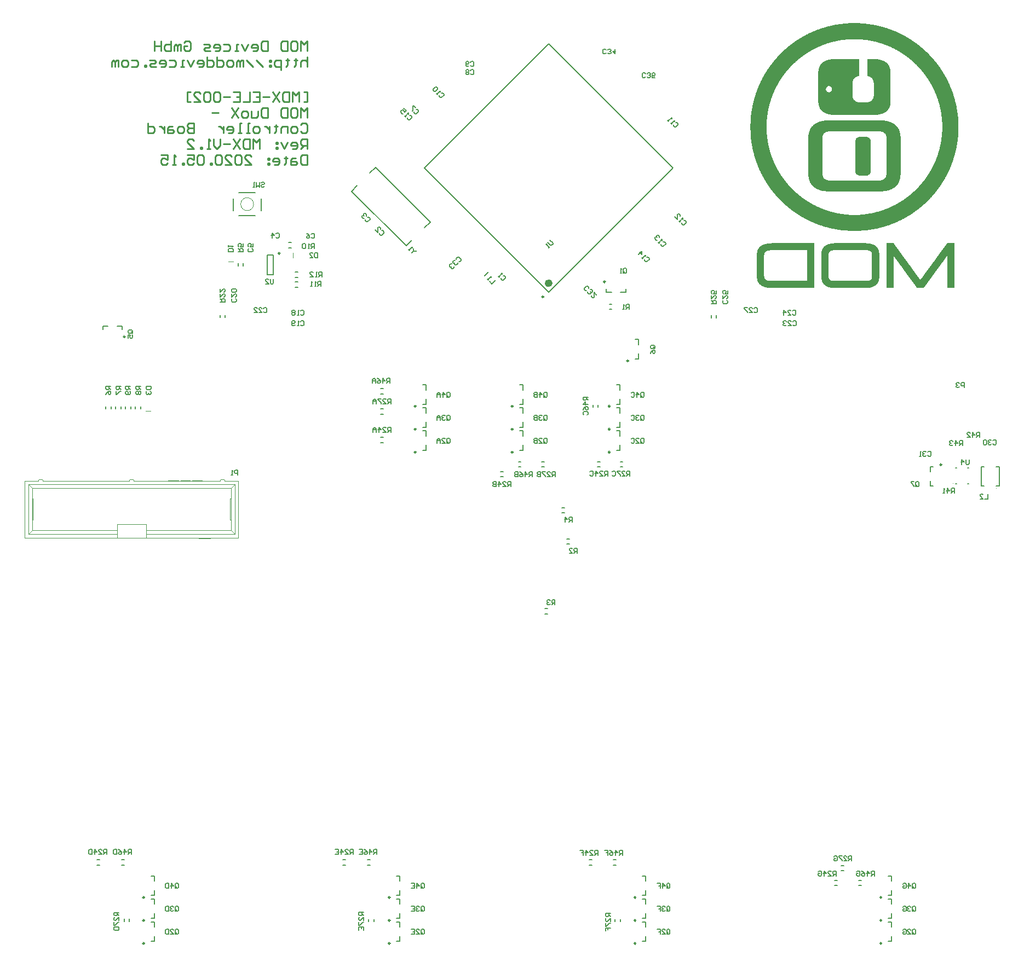
<source format=gbo>
G04 Layer_Color=32896*
%FSLAX44Y44*%
%MOMM*%
G71*
G01*
G75*
%ADD10C,0.2500*%
%ADD11C,0.1000*%
%ADD12C,0.6000*%
%ADD13C,0.0254*%
%ADD14C,0.2000*%
%ADD15C,0.1520*%
%ADD16C,0.1524*%
%ADD17C,0.2540*%
%ADD18C,0.1500*%
D10*
X451490Y695740D02*
G03*
X451490Y695740I-1250J0D01*
G01*
Y731300D02*
G03*
X451490Y731300I-1250J0D01*
G01*
Y766860D02*
G03*
X451490Y766860I-1250J0D01*
G01*
X601490Y731300D02*
G03*
X601490Y731300I-1250J0D01*
G01*
Y766860D02*
G03*
X601490Y766860I-1250J0D01*
G01*
Y695740D02*
G03*
X601490Y695740I-1250J0D01*
G01*
X751490D02*
G03*
X751490Y695740I-1250J0D01*
G01*
Y731300D02*
G03*
X751490Y731300I-1250J0D01*
G01*
Y766860D02*
G03*
X751490Y766860I-1250J0D01*
G01*
X31490Y6860D02*
G03*
X31490Y6860I-1250J0D01*
G01*
Y-64260D02*
G03*
X31490Y-64260I-1250J0D01*
G01*
Y-28700D02*
G03*
X31490Y-28700I-1250J0D01*
G01*
X411490Y-64260D02*
G03*
X411490Y-64260I-1250J0D01*
G01*
Y6860D02*
G03*
X411490Y6860I-1250J0D01*
G01*
Y-28700D02*
G03*
X411490Y-28700I-1250J0D01*
G01*
X791490Y6860D02*
G03*
X791490Y6860I-1250J0D01*
G01*
Y-64260D02*
G03*
X791490Y-64260I-1250J0D01*
G01*
Y-28700D02*
G03*
X791490Y-28700I-1250J0D01*
G01*
X1171490D02*
G03*
X1171490Y-28700I-1250J0D01*
G01*
Y-64260D02*
G03*
X1171490Y-64260I-1250J0D01*
G01*
Y6860D02*
G03*
X1171490Y6860I-1250J0D01*
G01*
X780148Y837068D02*
G03*
X780148Y837068I-1250J0D01*
G01*
X1703Y874420D02*
G03*
X1703Y874420I-1250J0D01*
G01*
X744187Y959460D02*
G03*
X744187Y959460I-1250J0D01*
G01*
X1264240Y676480D02*
G03*
X1264240Y676480I-1250J0D01*
G01*
X241175Y1003461D02*
G03*
X241175Y1003461I-1250J0D01*
G01*
X648824Y936153D02*
G03*
X648824Y936153I-1250J0D01*
G01*
D11*
X200445Y1079500D02*
G03*
X200445Y1079500I-9919J0D01*
G01*
X1282010Y647090D02*
G03*
X1282010Y647090I-500J0D01*
G01*
X1348690Y639480D02*
G03*
X1348690Y639480I-500J0D01*
G01*
X149763Y653247D02*
G03*
X148763Y652247I0J-1000D01*
G01*
X155763D02*
G03*
X154763Y653247I-1000J0D01*
G01*
X9163D02*
G03*
X8163Y652247I0J-1000D01*
G01*
X15163D02*
G03*
X14163Y653247I-1000J0D01*
G01*
X-131437Y653247D02*
G03*
X-132437Y652247I0J-1000D01*
G01*
X-125437D02*
G03*
X-126437Y653247I-1000J0D01*
G01*
X161405Y990922D02*
X169025D01*
X261735Y996892D02*
Y1004512D01*
X163764Y590747D02*
X165263D01*
X163764Y623747D02*
X165263Y623747D01*
X155764Y651247D02*
X155764Y652247D01*
X148763Y651247D02*
Y652247D01*
X149763Y653247D02*
X154763Y653247D01*
X133763Y562247D02*
Y563247D01*
X115763Y562247D02*
Y563247D01*
X120764Y651247D02*
Y651747D01*
X105763Y651247D02*
Y651747D01*
X120764Y651747D01*
X87430D02*
X87847D01*
X87430Y651247D02*
X87430Y651747D01*
X102013D02*
X102430D01*
Y651247D02*
Y651747D01*
X101597Y651747D02*
X102013Y651747D01*
X102013Y651247D01*
X87847Y651747D02*
X88263Y651747D01*
X87847Y651247D02*
X87847Y651747D01*
X88263Y651747D02*
X89097Y651747D01*
X88263Y651247D02*
Y651747D01*
X100763Y651747D02*
X101597Y651747D01*
Y651247D02*
Y651747D01*
X89097Y651747D02*
X90347D01*
X89097Y651247D02*
X89097Y651747D01*
X99513D02*
X100763D01*
Y651247D02*
Y651747D01*
X97430Y651747D02*
X99513Y651747D01*
Y651247D02*
Y651747D01*
X90347D02*
X92430D01*
X90347Y651247D02*
Y651747D01*
X92430Y651247D02*
Y651747D01*
X94930D01*
Y651247D02*
Y651747D01*
X97430Y651747D01*
X97430Y651247D01*
X68680Y651747D02*
X69097D01*
X68680D02*
X68680Y651247D01*
X69097Y651747D02*
X70347D01*
X69097Y651247D02*
X69097Y651747D01*
X70347D02*
X72013D01*
X70347Y651247D02*
Y651747D01*
X72013D02*
X74097D01*
X72013Y651247D02*
Y651747D01*
X74097D02*
X81597D01*
X74097Y651247D02*
X74097Y651747D01*
X81597Y651247D02*
Y651747D01*
X84097D01*
Y651247D02*
Y651747D01*
X34163Y563247D02*
Y568847D01*
Y574747D02*
X34163Y584247D01*
X8163Y651247D02*
Y652247D01*
X15163Y651247D02*
Y652247D01*
X9163Y653247D02*
X14163D01*
X-10837Y563247D02*
Y568847D01*
Y574747D02*
Y584247D01*
X-131437Y653247D02*
X-126437D01*
X-125437Y651247D02*
Y652247D01*
X-132437Y651247D02*
Y652247D01*
X-141937Y590747D02*
X-140437Y590747D01*
X-141937Y623747D02*
X-140437D01*
X-147837Y645647D02*
X-141937Y639747D01*
X163764Y590747D02*
Y623747D01*
X34163Y568847D02*
Y574747D01*
X-10837Y568847D02*
Y574747D01*
X-147837Y568847D02*
X-141937Y574747D01*
X-140437Y590747D02*
Y623747D01*
X176763Y563247D02*
Y651247D01*
X171163Y568847D02*
Y645647D01*
X165263Y574747D02*
Y639747D01*
X-153437Y651247D02*
X-153437Y563247D01*
X-141937Y574747D02*
X-141937Y639747D01*
X-147837Y568847D02*
X-147837Y645647D01*
X155764Y651247D02*
X176763Y651247D01*
X165263Y639747D02*
X171163Y645647D01*
X115763Y562247D02*
X133763D01*
X-10837Y563247D02*
X34163Y563247D01*
X-10837Y584247D02*
X34163Y584247D01*
X-153437Y651247D02*
X-132437D01*
X165263Y574747D02*
X171163Y568847D01*
X-147837D02*
X-10837D01*
X-153437Y563247D02*
X-10837Y563247D01*
X-141937Y574747D02*
X-10837D01*
X-125437Y651247D02*
X8163Y651247D01*
X34163Y563247D02*
X176763D01*
X34163Y568847D02*
X171163D01*
X34163Y574747D02*
X165263Y574747D01*
X-141937Y639747D02*
X165263Y639747D01*
X15163Y651247D02*
X148763D01*
X-147837Y645647D02*
X171163Y645647D01*
X33899Y759460D02*
X41519D01*
D12*
X659590Y957189D02*
G03*
X659590Y957189I-3000J0D01*
G01*
D13*
X1119886Y1359408D02*
X1137920D01*
X1116076Y1359154D02*
X1141730D01*
X1113282Y1358900D02*
X1144524D01*
X1110996Y1358646D02*
X1147064D01*
X1108710Y1358392D02*
X1149350D01*
X1106932Y1358138D02*
X1151128D01*
X1104900Y1357884D02*
X1152906D01*
X1103376Y1357630D02*
X1154684D01*
X1101852Y1357376D02*
X1156208D01*
X1100328Y1357122D02*
X1157732D01*
X1099058Y1356868D02*
X1159002D01*
X1097534Y1356614D02*
X1160272D01*
X1096518Y1356360D02*
X1161542D01*
X1095248Y1356106D02*
X1162812D01*
X1093978Y1355852D02*
X1163828D01*
X1092962Y1355598D02*
X1165098D01*
X1091946Y1355344D02*
X1166114D01*
X1090676Y1355090D02*
X1167130D01*
X1089660Y1354836D02*
X1168146D01*
X1088644Y1354582D02*
X1169162D01*
X1087628Y1354328D02*
X1170178D01*
X1086866Y1354074D02*
X1171194D01*
X1085850Y1353820D02*
X1171956D01*
X1085088Y1353566D02*
X1172972D01*
X1084072Y1353312D02*
X1173734D01*
X1083310Y1353058D02*
X1174750D01*
X1082294Y1352804D02*
X1175512D01*
X1081532Y1352550D02*
X1176528D01*
X1080770Y1352296D02*
X1177290D01*
X1080008Y1352042D02*
X1178052D01*
X1079246Y1351788D02*
X1178814D01*
X1078484Y1351534D02*
X1179576D01*
X1077468Y1351280D02*
X1180338D01*
X1076960Y1351026D02*
X1181100D01*
X1076198Y1350772D02*
X1181862D01*
X1075436Y1350518D02*
X1182624D01*
X1074674Y1350264D02*
X1183132D01*
X1073912Y1350010D02*
X1183894D01*
X1073404Y1349756D02*
X1184656D01*
X1072642Y1349502D02*
X1185418D01*
X1071880Y1349248D02*
X1185926D01*
X1071372Y1348994D02*
X1186688D01*
X1070610Y1348740D02*
X1187450D01*
X1070102Y1348486D02*
X1187958D01*
X1069340Y1348232D02*
X1188720D01*
X1068832Y1347978D02*
X1189228D01*
X1068070Y1347724D02*
X1189736D01*
X1067562Y1347470D02*
X1190498D01*
X1066800Y1347216D02*
X1191006D01*
X1066292Y1346962D02*
X1191768D01*
X1065784Y1346708D02*
X1192276D01*
X1065022Y1346454D02*
X1192784D01*
X1064514Y1346200D02*
X1193546D01*
X1064006Y1345946D02*
X1194054D01*
X1063244Y1345692D02*
X1194562D01*
X1062736Y1345438D02*
X1195324D01*
X1062228Y1345184D02*
X1195832D01*
X1061720Y1344930D02*
X1196340D01*
X1061212Y1344676D02*
X1196848D01*
X1060704Y1344422D02*
X1197356D01*
X1059942Y1344168D02*
X1197864D01*
X1059434Y1343914D02*
X1198372D01*
X1058926Y1343660D02*
X1198880D01*
X1058418Y1343406D02*
X1199388D01*
X1057910Y1343152D02*
X1199896D01*
X1057402Y1342898D02*
X1200404D01*
X1056894Y1342644D02*
X1200912D01*
X1056386Y1342390D02*
X1201420D01*
X1055878Y1342136D02*
X1201928D01*
X1055370Y1341882D02*
X1202436D01*
X1054862Y1341628D02*
X1202944D01*
X1054608Y1341374D02*
X1203452D01*
X1054100Y1341120D02*
X1203960D01*
X1053592Y1340866D02*
X1204468D01*
X1053084Y1340612D02*
X1204976D01*
X1052576Y1340358D02*
X1205484D01*
X1052068Y1340104D02*
X1205992D01*
X1051560Y1339850D02*
X1206246D01*
X1051306Y1339596D02*
X1206754D01*
X1050798Y1339342D02*
X1207262D01*
X1050290Y1339088D02*
X1207770D01*
X1049782Y1338834D02*
X1208024D01*
X1049274Y1338580D02*
X1208532D01*
X1049020Y1338326D02*
X1209040D01*
X1048512Y1338072D02*
X1209548D01*
X1048004Y1337818D02*
X1209802D01*
X1047750Y1337564D02*
X1210310D01*
X1047242Y1337310D02*
X1210818D01*
X1046734Y1337056D02*
X1211072D01*
X1046226Y1336802D02*
X1211580D01*
X1045972Y1336548D02*
X1212088D01*
X1045464Y1336294D02*
X1212596D01*
X1045210Y1336040D02*
X1212850D01*
X1044702Y1335786D02*
X1213358D01*
X1044194Y1335532D02*
X1213612D01*
X1136904Y1335278D02*
X1214120D01*
X1043940D02*
X1121156D01*
X1140460Y1335024D02*
X1214628D01*
X1043432D02*
X1117600D01*
X1143000Y1334770D02*
X1214882D01*
X1043178D02*
X1114806D01*
X1145286Y1334516D02*
X1215390D01*
X1042670D02*
X1112520D01*
X1147318Y1334262D02*
X1215644D01*
X1042162D02*
X1110742D01*
X1149096Y1334008D02*
X1216152D01*
X1041908D02*
X1108710D01*
X1150620Y1333754D02*
X1216406D01*
X1041400D02*
X1107186D01*
X1152398Y1333500D02*
X1216914D01*
X1041146D02*
X1105662D01*
X1153668Y1333246D02*
X1217168D01*
X1040638D02*
X1104138D01*
X1154938Y1332992D02*
X1217676D01*
X1040384D02*
X1102868D01*
X1156462Y1332738D02*
X1217930D01*
X1039876D02*
X1101598D01*
X1157478Y1332484D02*
X1218438D01*
X1039622D02*
X1100328D01*
X1158748Y1332230D02*
X1218692D01*
X1039114D02*
X1099312D01*
X1159764Y1331976D02*
X1219200D01*
X1038860D02*
X1098042D01*
X1160780Y1331722D02*
X1219454D01*
X1038352D02*
X1097026D01*
X1161796Y1331468D02*
X1219962D01*
X1038098D02*
X1096010D01*
X1163066Y1331214D02*
X1220216D01*
X1037590D02*
X1094994D01*
X1163828Y1330960D02*
X1220724D01*
X1037336D02*
X1093978D01*
X1164844Y1330706D02*
X1220978D01*
X1037082D02*
X1093216D01*
X1165860Y1330452D02*
X1221486D01*
X1036574D02*
X1092200D01*
X1166622Y1330198D02*
X1221740D01*
X1036320D02*
X1091184D01*
X1167638Y1329944D02*
X1221994D01*
X1035812D02*
X1090422D01*
X1168400Y1329690D02*
X1222502D01*
X1035558D02*
X1089660D01*
X1169162Y1329436D02*
X1222756D01*
X1035304D02*
X1088644D01*
X1169924Y1329182D02*
X1223010D01*
X1034796D02*
X1087882D01*
X1170686Y1328928D02*
X1223518D01*
X1034542D02*
X1087120D01*
X1171702Y1328674D02*
X1223772D01*
X1034034D02*
X1086358D01*
X1172464Y1328420D02*
X1224280D01*
X1033780D02*
X1085596D01*
X1173226Y1328166D02*
X1224534D01*
X1033526D02*
X1084834D01*
X1173734Y1327912D02*
X1224788D01*
X1033018D02*
X1084072D01*
X1174496Y1327658D02*
X1225296D01*
X1032764D02*
X1083310D01*
X1175258Y1327404D02*
X1225550D01*
X1032510D02*
X1082802D01*
X1176020Y1327150D02*
X1225804D01*
X1032002D02*
X1082040D01*
X1176528Y1326896D02*
X1226312D01*
X1031748D02*
X1081278D01*
X1177290Y1326642D02*
X1226566D01*
X1031494D02*
X1080770D01*
X1178052Y1326388D02*
X1226820D01*
X1031240D02*
X1080008D01*
X1178560Y1326134D02*
X1227328D01*
X1030732D02*
X1079246D01*
X1179322Y1325880D02*
X1227582D01*
X1030478D02*
X1078738D01*
X1179830Y1325626D02*
X1227836D01*
X1030224D02*
X1077976D01*
X1180592Y1325372D02*
X1228090D01*
X1029716D02*
X1077468D01*
X1181100Y1325118D02*
X1228598D01*
X1029462D02*
X1076706D01*
X1181862Y1324864D02*
X1228852D01*
X1029208D02*
X1076198D01*
X1182370Y1324610D02*
X1229106D01*
X1028954D02*
X1075690D01*
X1182878Y1324356D02*
X1229360D01*
X1028446D02*
X1074928D01*
X1183640Y1324102D02*
X1229868D01*
X1028192D02*
X1074420D01*
X1184148Y1323848D02*
X1230122D01*
X1027938D02*
X1073912D01*
X1184656Y1323594D02*
X1230376D01*
X1027684D02*
X1073404D01*
X1185164Y1323340D02*
X1230630D01*
X1027176D02*
X1072642D01*
X1185926Y1323086D02*
X1231138D01*
X1026922D02*
X1072134D01*
X1186434Y1322832D02*
X1231392D01*
X1026668D02*
X1071626D01*
X1186942Y1322578D02*
X1231646D01*
X1026414D02*
X1071118D01*
X1187450Y1322324D02*
X1231900D01*
X1026160D02*
X1070610D01*
X1187958Y1322070D02*
X1232154D01*
X1025652D02*
X1070102D01*
X1188466Y1321816D02*
X1232408D01*
X1025398D02*
X1069594D01*
X1188974Y1321562D02*
X1232916D01*
X1025144D02*
X1069086D01*
X1189482Y1321308D02*
X1233170D01*
X1024890D02*
X1068578D01*
X1189990Y1321054D02*
X1233424D01*
X1024636D02*
X1068070D01*
X1190498Y1320800D02*
X1233678D01*
X1024128D02*
X1067562D01*
X1191006Y1320546D02*
X1233932D01*
X1023874D02*
X1067054D01*
X1191514Y1320292D02*
X1234440D01*
X1023620D02*
X1066546D01*
X1192022Y1320038D02*
X1234694D01*
X1023366D02*
X1066038D01*
X1192530Y1319784D02*
X1234948D01*
X1023112D02*
X1065530D01*
X1193038Y1319530D02*
X1235202D01*
X1022858D02*
X1065022D01*
X1193546Y1319276D02*
X1235456D01*
X1022604D02*
X1064514D01*
X1193800Y1319022D02*
X1235710D01*
X1022350D02*
X1064006D01*
X1194308Y1318768D02*
X1235964D01*
X1021842D02*
X1063498D01*
X1194816Y1318514D02*
X1236218D01*
X1021588D02*
X1063244D01*
X1195324Y1318260D02*
X1236726D01*
X1021334D02*
X1062736D01*
X1195832Y1318006D02*
X1236980D01*
X1021080D02*
X1062228D01*
X1196086Y1317752D02*
X1237234D01*
X1020826D02*
X1061720D01*
X1196594Y1317498D02*
X1237488D01*
X1020572D02*
X1061212D01*
X1197102Y1317244D02*
X1237742D01*
X1020318D02*
X1060958D01*
X1197610Y1316990D02*
X1237996D01*
X1020064D02*
X1060450D01*
X1197864Y1316736D02*
X1238250D01*
X1019810D02*
X1059942D01*
X1198372Y1316482D02*
X1238504D01*
X1019556D02*
X1059688D01*
X1198880Y1316228D02*
X1238758D01*
X1019302D02*
X1059180D01*
X1199134Y1315974D02*
X1239012D01*
X1018794D02*
X1058672D01*
X1199642Y1315720D02*
X1239266D01*
X1018540D02*
X1058418D01*
X1200150Y1315466D02*
X1239520D01*
X1018286D02*
X1057910D01*
X1200404Y1315212D02*
X1239774D01*
X1018032D02*
X1057402D01*
X1200912Y1314958D02*
X1240028D01*
X1017778D02*
X1057148D01*
X1201420Y1314704D02*
X1240536D01*
X1017524D02*
X1056640D01*
X1201674Y1314450D02*
X1240790D01*
X1017270D02*
X1056386D01*
X1202182Y1314196D02*
X1241044D01*
X1017016D02*
X1055878D01*
X1202436Y1313942D02*
X1241298D01*
X1016762D02*
X1055370D01*
X1202944Y1313688D02*
X1241552D01*
X1016508D02*
X1055116D01*
X1203198Y1313434D02*
X1241806D01*
X1016254D02*
X1054608D01*
X1203706Y1313180D02*
X1242060D01*
X1016000D02*
X1054354D01*
X1203960Y1312926D02*
X1242314D01*
X1015746D02*
X1053846D01*
X1204468Y1312672D02*
X1242568D01*
X1015492D02*
X1053592D01*
X1204722Y1312418D02*
X1242822D01*
X1015238D02*
X1053084D01*
X1205230Y1312164D02*
X1243076D01*
X1014984D02*
X1052830D01*
X1205484Y1311910D02*
X1243330D01*
X1014730D02*
X1052322D01*
X1205992Y1311656D02*
X1243584D01*
X1014476D02*
X1052068D01*
X1206246Y1311402D02*
X1243838D01*
X1014222D02*
X1051560D01*
X1206754Y1311148D02*
X1244092D01*
X1013968D02*
X1051306D01*
X1207008Y1310894D02*
X1244346D01*
X1013714D02*
X1051052D01*
X1207516Y1310640D02*
X1244600D01*
X1013460D02*
X1050544D01*
X1207770Y1310386D02*
X1244600D01*
X1013206D02*
X1050290D01*
X1208024Y1310132D02*
X1244854D01*
X1012952D02*
X1049782D01*
X1208532Y1309878D02*
X1245108D01*
X1012698D02*
X1049528D01*
X1208786Y1309624D02*
X1245362D01*
X1012444D02*
X1049274D01*
X1209294Y1309370D02*
X1245616D01*
X1012190D02*
X1048766D01*
X1209548Y1309116D02*
X1245870D01*
X1011936D02*
X1048512D01*
X1209802Y1308862D02*
X1246124D01*
X1011936D02*
X1048004D01*
X1210310Y1308608D02*
X1246378D01*
X1011682D02*
X1047750D01*
X1210564Y1308354D02*
X1246632D01*
X1011428D02*
X1047496D01*
X1210818Y1308100D02*
X1246886D01*
X1011174D02*
X1046988D01*
X1211326Y1307846D02*
X1247140D01*
X1010920D02*
X1046734D01*
X1211580Y1307592D02*
X1247394D01*
X1010666D02*
X1046480D01*
X1211834Y1307338D02*
X1247648D01*
X1010412D02*
X1046226D01*
X1212342Y1307084D02*
X1247902D01*
X1010158D02*
X1045718D01*
X1212596Y1306830D02*
X1248156D01*
X1009904D02*
X1045464D01*
X1212850Y1306576D02*
X1248156D01*
X1009650D02*
X1045210D01*
X1213104Y1306322D02*
X1248410D01*
X1009396D02*
X1044702D01*
X1213612Y1306068D02*
X1248664D01*
X1009396D02*
X1044448D01*
X1213866Y1305814D02*
X1248918D01*
X1009142D02*
X1044194D01*
X1214120Y1305560D02*
X1249172D01*
X1008888D02*
X1043940D01*
X1214374Y1305306D02*
X1249426D01*
X1008634D02*
X1043432D01*
X1214882Y1305052D02*
X1249680D01*
X1008380D02*
X1043178D01*
X1215136Y1304798D02*
X1249934D01*
X1008126D02*
X1042924D01*
X1215390Y1304544D02*
X1250188D01*
X1007872D02*
X1042670D01*
X1215644Y1304290D02*
X1250188D01*
X1007618D02*
X1042162D01*
X1215898Y1304036D02*
X1250442D01*
X1149096D02*
X1160526D01*
X1097534D02*
X1135888D01*
X1007364D02*
X1041908D01*
X1216406Y1303782D02*
X1250696D01*
X1149096D02*
X1163828D01*
X1094232D02*
X1135888D01*
X1007364D02*
X1041654D01*
X1216660Y1303528D02*
X1250950D01*
X1149096D02*
X1165606D01*
X1092454D02*
X1135888D01*
X1007110D02*
X1041400D01*
X1216914Y1303274D02*
X1251204D01*
X1149096D02*
X1167130D01*
X1090930D02*
X1135888D01*
X1006856D02*
X1041146D01*
X1217168Y1303020D02*
X1251458D01*
X1149096D02*
X1168400D01*
X1089914D02*
X1135888D01*
X1006602D02*
X1040892D01*
X1217422Y1302766D02*
X1251712D01*
X1149096D02*
X1169162D01*
X1088898D02*
X1135888D01*
X1006348D02*
X1040384D01*
X1217930Y1302512D02*
X1251712D01*
X1149096D02*
X1170178D01*
X1087882D02*
X1135888D01*
X1006094D02*
X1040130D01*
X1218184Y1302258D02*
X1251966D01*
X1149096D02*
X1170940D01*
X1087120D02*
X1135888D01*
X1006094D02*
X1039876D01*
X1218438Y1302004D02*
X1252220D01*
X1149096D02*
X1171702D01*
X1086358D02*
X1135888D01*
X1005840D02*
X1039622D01*
X1218692Y1301750D02*
X1252474D01*
X1149096D02*
X1172464D01*
X1085850D02*
X1135888D01*
X1005586D02*
X1039368D01*
X1218946Y1301496D02*
X1252728D01*
X1149096D02*
X1172972D01*
X1085088D02*
X1135888D01*
X1005332D02*
X1039114D01*
X1219200Y1301242D02*
X1252982D01*
X1149096D02*
X1173480D01*
X1084580D02*
X1135888D01*
X1005078D02*
X1038606D01*
X1219454Y1300988D02*
X1252982D01*
X1149096D02*
X1173988D01*
X1084072D02*
X1135888D01*
X1004824D02*
X1038352D01*
X1219962Y1300734D02*
X1253236D01*
X1149096D02*
X1174750D01*
X1083564D02*
X1135888D01*
X1004824D02*
X1038098D01*
X1220216Y1300480D02*
X1253490D01*
X1149096D02*
X1175004D01*
X1083056D02*
X1135888D01*
X1004570D02*
X1037844D01*
X1220470Y1300226D02*
X1253744D01*
X1149096D02*
X1175512D01*
X1082548D02*
X1135888D01*
X1004316D02*
X1037590D01*
X1220724Y1299972D02*
X1253998D01*
X1149096D02*
X1176020D01*
X1082040D02*
X1135888D01*
X1004062D02*
X1037336D01*
X1220978Y1299718D02*
X1253998D01*
X1149096D02*
X1176274D01*
X1081786D02*
X1135888D01*
X1003808D02*
X1037082D01*
X1221232Y1299464D02*
X1254252D01*
X1149096D02*
X1176782D01*
X1081278D02*
X1135888D01*
X1003808D02*
X1036828D01*
X1221486Y1299210D02*
X1254506D01*
X1149096D02*
X1177036D01*
X1081024D02*
X1135888D01*
X1003554D02*
X1036574D01*
X1221740Y1298956D02*
X1254760D01*
X1149096D02*
X1177544D01*
X1080770D02*
X1135888D01*
X1003300D02*
X1036320D01*
X1221994Y1298702D02*
X1255014D01*
X1149096D02*
X1177798D01*
X1080262D02*
X1135888D01*
X1003046D02*
X1035812D01*
X1222248Y1298448D02*
X1255014D01*
X1149096D02*
X1178052D01*
X1080008D02*
X1135888D01*
X1002792D02*
X1035558D01*
X1222502Y1298194D02*
X1255268D01*
X1149096D02*
X1178306D01*
X1079754D02*
X1135888D01*
X1002792D02*
X1035304D01*
X1222756Y1297940D02*
X1255522D01*
X1149096D02*
X1178814D01*
X1079500D02*
X1135888D01*
X1002538D02*
X1035050D01*
X1223264Y1297686D02*
X1255776D01*
X1149096D02*
X1179068D01*
X1079246D02*
X1135888D01*
X1002284D02*
X1034796D01*
X1223518Y1297432D02*
X1256030D01*
X1149096D02*
X1179322D01*
X1078992D02*
X1135888D01*
X1002030D02*
X1034542D01*
X1223772Y1297178D02*
X1256030D01*
X1149096D02*
X1179576D01*
X1078738D02*
X1135888D01*
X1001776D02*
X1034288D01*
X1224026Y1296924D02*
X1256284D01*
X1149096D02*
X1179830D01*
X1078484D02*
X1135888D01*
X1001776D02*
X1034034D01*
X1224280Y1296670D02*
X1256538D01*
X1149096D02*
X1180084D01*
X1078230D02*
X1135888D01*
X1001522D02*
X1033780D01*
X1224534Y1296416D02*
X1256792D01*
X1149096D02*
X1180084D01*
X1077976D02*
X1135888D01*
X1001268D02*
X1033526D01*
X1224788Y1296162D02*
X1256792D01*
X1149096D02*
X1180338D01*
X1077722D02*
X1135888D01*
X1001014D02*
X1033272D01*
X1225042Y1295908D02*
X1257046D01*
X1149096D02*
X1180592D01*
X1077468D02*
X1135888D01*
X1001014D02*
X1033018D01*
X1225296Y1295654D02*
X1257300D01*
X1149096D02*
X1180846D01*
X1077214D02*
X1135888D01*
X1000760D02*
X1032764D01*
X1225550Y1295400D02*
X1257554D01*
X1149096D02*
X1181100D01*
X1077214D02*
X1135888D01*
X1000506D02*
X1032510D01*
X1225804Y1295146D02*
X1257554D01*
X1149096D02*
X1181100D01*
X1076960D02*
X1135888D01*
X1000252D02*
X1032256D01*
X1226058Y1294892D02*
X1257808D01*
X1149096D02*
X1181354D01*
X1076706D02*
X1135888D01*
X1000252D02*
X1032002D01*
X1226312Y1294638D02*
X1258062D01*
X1149096D02*
X1181608D01*
X1076706D02*
X1135888D01*
X999998D02*
X1031748D01*
X1226566Y1294384D02*
X1258316D01*
X1149096D02*
X1181608D01*
X1076452D02*
X1135888D01*
X999744D02*
X1031494D01*
X1226820Y1294130D02*
X1258316D01*
X1149096D02*
X1181862D01*
X1076198D02*
X1135888D01*
X999490D02*
X1031240D01*
X1227074Y1293876D02*
X1258570D01*
X1149096D02*
X1181862D01*
X1076198D02*
X1135888D01*
X999490D02*
X1030986D01*
X1227328Y1293622D02*
X1258824D01*
X1149096D02*
X1182116D01*
X1075944D02*
X1135888D01*
X999236D02*
X1030732D01*
X1227582Y1293368D02*
X1259078D01*
X1149096D02*
X1182116D01*
X1075944D02*
X1135888D01*
X998982D02*
X1030478D01*
X1227582Y1293114D02*
X1259078D01*
X1149096D02*
X1182370D01*
X1075690D02*
X1135888D01*
X998728D02*
X1030224D01*
X1227836Y1292860D02*
X1259332D01*
X1149096D02*
X1182370D01*
X1075690D02*
X1135888D01*
X998728D02*
X1029970D01*
X1228090Y1292606D02*
X1259586D01*
X1149096D02*
X1182624D01*
X1075436D02*
X1135888D01*
X998474D02*
X1029716D01*
X1228344Y1292352D02*
X1259586D01*
X1149096D02*
X1182624D01*
X1075436D02*
X1135888D01*
X998220D02*
X1029462D01*
X1228598Y1292098D02*
X1259840D01*
X1149096D02*
X1182878D01*
X1075436D02*
X1135888D01*
X998220D02*
X1029462D01*
X1228852Y1291844D02*
X1260094D01*
X1149096D02*
X1182878D01*
X1075182D02*
X1135888D01*
X997966D02*
X1029208D01*
X1229106Y1291590D02*
X1260348D01*
X1149096D02*
X1183132D01*
X1075182D02*
X1135888D01*
X997712D02*
X1028954D01*
X1229360Y1291336D02*
X1260348D01*
X1149096D02*
X1183132D01*
X1074928D02*
X1135888D01*
X997458D02*
X1028700D01*
X1229614Y1291082D02*
X1260602D01*
X1149096D02*
X1183132D01*
X1074928D02*
X1135888D01*
X997458D02*
X1028446D01*
X1229868Y1290828D02*
X1260856D01*
X1149096D02*
X1183386D01*
X1074928D02*
X1135888D01*
X997204D02*
X1028192D01*
X1230122Y1290574D02*
X1260856D01*
X1149096D02*
X1183386D01*
X1074674D02*
X1135888D01*
X996950D02*
X1027938D01*
X1230376Y1290320D02*
X1261110D01*
X1149096D02*
X1183386D01*
X1074674D02*
X1135888D01*
X996950D02*
X1027684D01*
X1230630Y1290066D02*
X1261364D01*
X1149096D02*
X1183640D01*
X1074674D02*
X1135888D01*
X996696D02*
X1027430D01*
X1230630Y1289812D02*
X1261364D01*
X1149096D02*
X1183640D01*
X1074420D02*
X1135888D01*
X996442D02*
X1027176D01*
X1230884Y1289558D02*
X1261618D01*
X1149096D02*
X1183640D01*
X1074420D02*
X1135888D01*
X996442D02*
X1026922D01*
X1231138Y1289304D02*
X1261872D01*
X1149096D02*
X1183640D01*
X1074420D02*
X1135888D01*
X996188D02*
X1026922D01*
X1231392Y1289050D02*
X1261872D01*
X1149096D02*
X1183894D01*
X1074420D02*
X1135888D01*
X995934D02*
X1026668D01*
X1231646Y1288796D02*
X1262126D01*
X1149096D02*
X1183894D01*
X1074166D02*
X1135888D01*
X995934D02*
X1026414D01*
X1231900Y1288542D02*
X1262380D01*
X1149096D02*
X1183894D01*
X1074166D02*
X1135888D01*
X995680D02*
X1026160D01*
X1232154Y1288288D02*
X1262380D01*
X1149096D02*
X1183894D01*
X1074166D02*
X1135888D01*
X995426D02*
X1025906D01*
X1232408Y1288034D02*
X1262634D01*
X1149096D02*
X1183894D01*
X1074166D02*
X1135888D01*
X995426D02*
X1025652D01*
X1232408Y1287780D02*
X1262888D01*
X1149096D02*
X1184148D01*
X1074166D02*
X1135888D01*
X995172D02*
X1025398D01*
X1232662Y1287526D02*
X1262888D01*
X1149096D02*
X1184148D01*
X1074166D02*
X1135888D01*
X994918D02*
X1025144D01*
X1232916Y1287272D02*
X1263142D01*
X1149096D02*
X1184148D01*
X1073912D02*
X1135888D01*
X994918D02*
X1025144D01*
X1233170Y1287018D02*
X1263396D01*
X1149096D02*
X1184148D01*
X1073912D02*
X1135888D01*
X994664D02*
X1024890D01*
X1233424Y1286764D02*
X1263396D01*
X1149096D02*
X1184148D01*
X1073912D02*
X1135888D01*
X994410D02*
X1024636D01*
X1233678Y1286510D02*
X1263650D01*
X1149096D02*
X1184148D01*
X1073912D02*
X1135888D01*
X994410D02*
X1024382D01*
X1233678Y1286256D02*
X1263904D01*
X1149096D02*
X1184148D01*
X1073912D02*
X1135888D01*
X994156D02*
X1024128D01*
X1233932Y1286002D02*
X1263904D01*
X1149096D02*
X1184402D01*
X1073912D02*
X1135888D01*
X993902D02*
X1023874D01*
X1234186Y1285748D02*
X1264158D01*
X1149096D02*
X1184402D01*
X1073912D02*
X1135888D01*
X993902D02*
X1023874D01*
X1234440Y1285494D02*
X1264412D01*
X1149096D02*
X1184402D01*
X1073912D02*
X1135888D01*
X993648D02*
X1023620D01*
X1234694Y1285240D02*
X1264412D01*
X1149096D02*
X1184402D01*
X1073658D02*
X1135888D01*
X993394D02*
X1023366D01*
X1234948Y1284986D02*
X1264666D01*
X1149096D02*
X1184402D01*
X1073658D02*
X1135888D01*
X993394D02*
X1023112D01*
X1234948Y1284732D02*
X1264920D01*
X1149096D02*
X1184402D01*
X1073658D02*
X1135888D01*
X993140D02*
X1022858D01*
X1235202Y1284478D02*
X1264920D01*
X1149096D02*
X1184402D01*
X1073658D02*
X1135888D01*
X993140D02*
X1022858D01*
X1235456Y1284224D02*
X1265174D01*
X1149096D02*
X1184402D01*
X1073658D02*
X1135888D01*
X992886D02*
X1022604D01*
X1235710Y1283970D02*
X1265174D01*
X1149096D02*
X1184402D01*
X1073658D02*
X1135888D01*
X992632D02*
X1022350D01*
X1235964Y1283716D02*
X1265428D01*
X1149096D02*
X1184402D01*
X1073658D02*
X1135888D01*
X992632D02*
X1022096D01*
X1235964Y1283462D02*
X1265682D01*
X1149096D02*
X1184402D01*
X1073658D02*
X1135888D01*
X992378D02*
X1021842D01*
X1236218Y1283208D02*
X1265682D01*
X1149096D02*
X1184402D01*
X1073658D02*
X1135888D01*
X992124D02*
X1021842D01*
X1236472Y1282954D02*
X1265936D01*
X1149096D02*
X1184402D01*
X1073658D02*
X1135888D01*
X992124D02*
X1021588D01*
X1236726Y1282700D02*
X1266190D01*
X1149096D02*
X1184402D01*
X1073658D02*
X1135888D01*
X991870D02*
X1021334D01*
X1236980Y1282446D02*
X1266190D01*
X1149096D02*
X1184402D01*
X1073658D02*
X1135888D01*
X991870D02*
X1021080D01*
X1236980Y1282192D02*
X1266444D01*
X1149096D02*
X1184402D01*
X1073658D02*
X1135888D01*
X991616D02*
X1020826D01*
X1237234Y1281938D02*
X1266444D01*
X1149096D02*
X1184402D01*
X1073658D02*
X1135888D01*
X991362D02*
X1020826D01*
X1237488Y1281684D02*
X1266698D01*
X1149096D02*
X1184402D01*
X1073658D02*
X1135888D01*
X991362D02*
X1020572D01*
X1237742Y1281430D02*
X1266952D01*
X1149096D02*
X1184402D01*
X1073658D02*
X1135888D01*
X991108D02*
X1020318D01*
X1237742Y1281176D02*
X1266952D01*
X1149096D02*
X1184402D01*
X1073658D02*
X1135888D01*
X991108D02*
X1020064D01*
X1237996Y1280922D02*
X1267206D01*
X1149096D02*
X1184402D01*
X1073658D02*
X1135888D01*
X990854D02*
X1020064D01*
X1238250Y1280668D02*
X1267206D01*
X1149096D02*
X1184402D01*
X1073658D02*
X1135888D01*
X990600D02*
X1019810D01*
X1238504Y1280414D02*
X1267460D01*
X1149096D02*
X1184402D01*
X1073658D02*
X1135888D01*
X990600D02*
X1019556D01*
X1238504Y1280160D02*
X1267460D01*
X1149096D02*
X1184402D01*
X1073658D02*
X1135888D01*
X990346D02*
X1019302D01*
X1238758Y1279906D02*
X1267714D01*
X1149096D02*
X1184402D01*
X1073658D02*
X1135888D01*
X990346D02*
X1019302D01*
X1239012Y1279652D02*
X1267968D01*
X1149096D02*
X1184402D01*
X1073658D02*
X1135888D01*
X990092D02*
X1019048D01*
X1239266Y1279398D02*
X1267968D01*
X1149096D02*
X1184402D01*
X1073658D02*
X1135888D01*
X989838D02*
X1018794D01*
X1239266Y1279144D02*
X1268222D01*
X1149096D02*
X1184402D01*
X1073658D02*
X1135888D01*
X989838D02*
X1018540D01*
X1239520Y1278890D02*
X1268222D01*
X1149096D02*
X1184402D01*
X1073658D02*
X1135888D01*
X989584D02*
X1018540D01*
X1239774Y1278636D02*
X1268476D01*
X1149096D02*
X1184402D01*
X1073658D02*
X1135888D01*
X989584D02*
X1018286D01*
X1239774Y1278382D02*
X1268730D01*
X1149096D02*
X1184402D01*
X1073658D02*
X1135888D01*
X989330D02*
X1018032D01*
X1240028Y1278128D02*
X1268730D01*
X1149604D02*
X1184402D01*
X1073658D02*
X1135126D01*
X989330D02*
X1018032D01*
X1240282Y1277874D02*
X1268984D01*
X1151382D02*
X1184402D01*
X1073658D02*
X1133348D01*
X989076D02*
X1017778D01*
X1240536Y1277620D02*
X1268984D01*
X1152144D02*
X1184402D01*
X1073658D02*
X1132586D01*
X989076D02*
X1017524D01*
X1240536Y1277366D02*
X1269238D01*
X1152906D02*
X1184402D01*
X1073658D02*
X1131824D01*
X988822D02*
X1017270D01*
X1240790Y1277112D02*
X1269238D01*
X1153414D02*
X1184402D01*
X1073658D02*
X1131316D01*
X988568D02*
X1017270D01*
X1241044Y1276858D02*
X1269492D01*
X1153922D02*
X1184402D01*
X1073658D02*
X1130808D01*
X988568D02*
X1017016D01*
X1241044Y1276604D02*
X1269492D01*
X1154430D02*
X1184402D01*
X1073658D02*
X1130554D01*
X988314D02*
X1016762D01*
X1241298Y1276350D02*
X1269746D01*
X1154684D02*
X1184402D01*
X1073658D02*
X1130046D01*
X988314D02*
X1016762D01*
X1241552Y1276096D02*
X1270000D01*
X1155192D02*
X1184402D01*
X1073658D02*
X1129792D01*
X988060D02*
X1016508D01*
X1241552Y1275842D02*
X1270000D01*
X1155446D02*
X1184402D01*
X1073658D02*
X1129284D01*
X988060D02*
X1016254D01*
X1241806Y1275588D02*
X1270254D01*
X1155700D02*
X1184402D01*
X1073658D02*
X1129030D01*
X987806D02*
X1016254D01*
X1242060Y1275334D02*
X1270254D01*
X1155954D02*
X1184402D01*
X1073658D02*
X1128776D01*
X987806D02*
X1016000D01*
X1242060Y1275080D02*
X1270508D01*
X1156208D02*
X1184402D01*
X1073658D02*
X1128522D01*
X987552D02*
X1015746D01*
X1242314Y1274826D02*
X1270508D01*
X1156462D02*
X1184402D01*
X1073658D02*
X1128268D01*
X987298D02*
X1015746D01*
X1242568Y1274572D02*
X1270762D01*
X1156716D02*
X1184402D01*
X1073658D02*
X1128014D01*
X987298D02*
X1015492D01*
X1242568Y1274318D02*
X1270762D01*
X1156970D02*
X1184402D01*
X1073658D02*
X1127760D01*
X987044D02*
X1015238D01*
X1242822Y1274064D02*
X1271016D01*
X1157224D02*
X1184402D01*
X1073658D02*
X1127760D01*
X987044D02*
X1015238D01*
X1243076Y1273810D02*
X1271016D01*
X1157224D02*
X1184402D01*
X1073658D02*
X1127506D01*
X986790D02*
X1014984D01*
X1243076Y1273556D02*
X1271270D01*
X1157478D02*
X1184402D01*
X1073658D02*
X1127252D01*
X986790D02*
X1014730D01*
X1243330Y1273302D02*
X1271270D01*
X1157732D02*
X1184402D01*
X1073658D02*
X1127252D01*
X986536D02*
X1014730D01*
X1243584Y1273048D02*
X1271524D01*
X1157732D02*
X1184402D01*
X1073658D02*
X1126998D01*
X986536D02*
X1014476D01*
X1243584Y1272794D02*
X1271524D01*
X1157986D02*
X1184402D01*
X1073658D02*
X1126744D01*
X986282D02*
X1014222D01*
X1243838Y1272540D02*
X1271778D01*
X1157986D02*
X1184402D01*
X1073658D02*
X1126744D01*
X986282D02*
X1014222D01*
X1244092Y1272286D02*
X1272032D01*
X1158240D02*
X1184402D01*
X1073658D02*
X1126490D01*
X986028D02*
X1013968D01*
X1244092Y1272032D02*
X1272032D01*
X1158240D02*
X1184402D01*
X1073658D02*
X1126490D01*
X986028D02*
X1013714D01*
X1244346Y1271778D02*
X1272032D01*
X1158494D02*
X1184402D01*
X1073658D02*
X1126490D01*
X985774D02*
X1013714D01*
X1244600Y1271524D02*
X1272286D01*
X1158494D02*
X1184402D01*
X1073658D02*
X1126236D01*
X985774D02*
X1013460D01*
X1244600Y1271270D02*
X1272286D01*
X1158494D02*
X1184402D01*
X1073658D02*
X1126236D01*
X985520D02*
X1013460D01*
X1244854Y1271016D02*
X1272540D01*
X1158748D02*
X1184402D01*
X1073658D02*
X1125982D01*
X985520D02*
X1013206D01*
X1244854Y1270762D02*
X1272540D01*
X1158748D02*
X1184402D01*
X1073658D02*
X1125982D01*
X985266D02*
X1012952D01*
X1245108Y1270508D02*
X1272794D01*
X1158748D02*
X1184402D01*
X1073658D02*
X1125982D01*
X985266D02*
X1012952D01*
X1245362Y1270254D02*
X1272794D01*
X1159002D02*
X1184402D01*
X1073658D02*
X1125982D01*
X985012D02*
X1012698D01*
X1245362Y1270000D02*
X1273048D01*
X1159002D02*
X1184402D01*
X1073658D02*
X1125728D01*
X985012D02*
X1012444D01*
X1245616Y1269746D02*
X1273048D01*
X1159002D02*
X1184402D01*
X1073658D02*
X1125728D01*
X984758D02*
X1012444D01*
X1245616Y1269492D02*
X1273302D01*
X1159002D02*
X1184402D01*
X1073658D02*
X1125728D01*
X984758D02*
X1012190D01*
X1245870Y1269238D02*
X1273302D01*
X1159002D02*
X1184402D01*
X1073658D02*
X1125728D01*
X984504D02*
X1012190D01*
X1246124Y1268984D02*
X1273556D01*
X1159002D02*
X1184402D01*
X1073658D02*
X1125728D01*
X984504D02*
X1011936D01*
X1246124Y1268730D02*
X1273556D01*
X1159002D02*
X1184402D01*
X1073658D02*
X1125728D01*
X984250D02*
X1011682D01*
X1246378Y1268476D02*
X1273810D01*
X1159256D02*
X1184402D01*
X1073658D02*
X1125728D01*
X984250D02*
X1011682D01*
X1246378Y1268222D02*
X1273810D01*
X1159256D02*
X1184402D01*
X1073658D02*
X1125728D01*
X983996D02*
X1011428D01*
X1246632Y1267968D02*
X1274064D01*
X1159256D02*
X1184402D01*
X1073658D02*
X1125728D01*
X983996D02*
X1011428D01*
X1246886Y1267714D02*
X1274064D01*
X1159256D02*
X1184402D01*
X1073658D02*
X1125728D01*
X983742D02*
X1011174D01*
X1246886Y1267460D02*
X1274318D01*
X1159256D02*
X1184402D01*
X1073658D02*
X1125728D01*
X983742D02*
X1011174D01*
X1247140Y1267206D02*
X1274318D01*
X1159256D02*
X1184402D01*
X1073658D02*
X1125728D01*
X983488D02*
X1010920D01*
X1247140Y1266952D02*
X1274572D01*
X1159256D02*
X1184402D01*
X1073658D02*
X1125728D01*
X983488D02*
X1010666D01*
X1247394Y1266698D02*
X1274572D01*
X1159256D02*
X1184402D01*
X1073658D02*
X1125728D01*
X983488D02*
X1010666D01*
X1247394Y1266444D02*
X1274826D01*
X1159256D02*
X1184402D01*
X1073658D02*
X1125728D01*
X983234D02*
X1010412D01*
X1247648Y1266190D02*
X1274826D01*
X1159256D02*
X1184402D01*
X1073658D02*
X1125728D01*
X983234D02*
X1010412D01*
X1247902Y1265936D02*
X1275080D01*
X1159256D02*
X1184402D01*
X1073658D02*
X1125728D01*
X982980D02*
X1010158D01*
X1247902Y1265682D02*
X1275080D01*
X1159256D02*
X1184402D01*
X1073658D02*
X1125728D01*
X982980D02*
X1010158D01*
X1248156Y1265428D02*
X1275334D01*
X1159256D02*
X1184402D01*
X1073658D02*
X1125728D01*
X982726D02*
X1009904D01*
X1248156Y1265174D02*
X1275334D01*
X1159256D02*
X1184402D01*
X1073658D02*
X1125728D01*
X982726D02*
X1009650D01*
X1248410Y1264920D02*
X1275334D01*
X1159256D02*
X1184402D01*
X1073658D02*
X1125728D01*
X982472D02*
X1009650D01*
X1248410Y1264666D02*
X1275588D01*
X1159256D02*
X1184402D01*
X1073658D02*
X1125728D01*
X982472D02*
X1009396D01*
X1248664Y1264412D02*
X1275588D01*
X1159256D02*
X1184402D01*
X1073658D02*
X1125728D01*
X982218D02*
X1009396D01*
X1248918Y1264158D02*
X1275842D01*
X1159256D02*
X1184402D01*
X1073658D02*
X1125728D01*
X982218D02*
X1009142D01*
X1248918Y1263904D02*
X1275842D01*
X1159256D02*
X1184402D01*
X1073658D02*
X1125728D01*
X982218D02*
X1009142D01*
X1249172Y1263650D02*
X1276096D01*
X1159256D02*
X1184402D01*
X1073658D02*
X1125728D01*
X981964D02*
X1008888D01*
X1249172Y1263396D02*
X1276096D01*
X1159256D02*
X1184402D01*
X1073658D02*
X1125728D01*
X981964D02*
X1008888D01*
X1249426Y1263142D02*
X1276096D01*
X1159256D02*
X1184402D01*
X1073658D02*
X1125728D01*
X981710D02*
X1008634D01*
X1249426Y1262888D02*
X1276350D01*
X1159256D02*
X1184402D01*
X1090676D02*
X1125728D01*
X1073658D02*
X1088644D01*
X981710D02*
X1008634D01*
X1249680Y1262634D02*
X1276350D01*
X1159256D02*
X1184402D01*
X1091438D02*
X1125728D01*
X1073658D02*
X1087882D01*
X981456D02*
X1008380D01*
X1249680Y1262380D02*
X1276604D01*
X1159256D02*
X1184402D01*
X1091946D02*
X1125728D01*
X1073658D02*
X1087374D01*
X981456D02*
X1008126D01*
X1249934Y1262126D02*
X1276604D01*
X1159256D02*
X1184402D01*
X1092454D02*
X1125728D01*
X1073658D02*
X1086866D01*
X981202D02*
X1008126D01*
X1249934Y1261872D02*
X1276858D01*
X1159256D02*
X1184402D01*
X1092708D02*
X1125728D01*
X1073658D02*
X1086612D01*
X981202D02*
X1007872D01*
X1250188Y1261618D02*
X1276858D01*
X1159256D02*
X1184402D01*
X1093216D02*
X1125728D01*
X1073658D02*
X1086104D01*
X981202D02*
X1007872D01*
X1250188Y1261364D02*
X1276858D01*
X1159256D02*
X1184402D01*
X1093470D02*
X1125728D01*
X1073658D02*
X1085850D01*
X980948D02*
X1007618D01*
X1250442Y1261110D02*
X1277112D01*
X1159256D02*
X1184402D01*
X1093724D02*
X1125728D01*
X1073658D02*
X1085850D01*
X980948D02*
X1007618D01*
X1250442Y1260856D02*
X1277112D01*
X1159256D02*
X1184402D01*
X1093724D02*
X1125728D01*
X1073658D02*
X1085596D01*
X980694D02*
X1007364D01*
X1250696Y1260602D02*
X1277366D01*
X1159256D02*
X1184402D01*
X1093978D02*
X1125728D01*
X1073658D02*
X1085342D01*
X980694D02*
X1007364D01*
X1250696Y1260348D02*
X1277366D01*
X1159256D02*
X1184402D01*
X1094232D02*
X1125728D01*
X1073658D02*
X1085088D01*
X980694D02*
X1007110D01*
X1250950Y1260094D02*
X1277620D01*
X1159256D02*
X1184402D01*
X1094232D02*
X1125728D01*
X1073658D02*
X1085088D01*
X980440D02*
X1007110D01*
X1250950Y1259840D02*
X1277620D01*
X1159256D02*
X1184402D01*
X1094486D02*
X1125728D01*
X1073658D02*
X1084834D01*
X980440D02*
X1006856D01*
X1251204Y1259586D02*
X1277620D01*
X1159256D02*
X1184402D01*
X1094486D02*
X1125728D01*
X1073658D02*
X1084834D01*
X980186D02*
X1006856D01*
X1251204Y1259332D02*
X1277874D01*
X1159256D02*
X1184402D01*
X1094740D02*
X1125728D01*
X1073658D02*
X1084834D01*
X980186D02*
X1006602D01*
X1251458Y1259078D02*
X1277874D01*
X1159256D02*
X1184402D01*
X1094740D02*
X1125728D01*
X1073658D02*
X1084580D01*
X980186D02*
X1006602D01*
X1251458Y1258824D02*
X1278128D01*
X1159256D02*
X1184402D01*
X1094740D02*
X1125728D01*
X1073658D02*
X1084580D01*
X979932D02*
X1006348D01*
X1251712Y1258570D02*
X1278128D01*
X1159256D02*
X1184402D01*
X1094740D02*
X1125728D01*
X1073658D02*
X1084580D01*
X979932D02*
X1006348D01*
X1251712Y1258316D02*
X1278128D01*
X1159256D02*
X1184402D01*
X1094740D02*
X1125728D01*
X1073658D02*
X1084580D01*
X979678D02*
X1006094D01*
X1251966Y1258062D02*
X1278382D01*
X1159256D02*
X1184402D01*
X1094994D02*
X1125728D01*
X1073658D02*
X1084580D01*
X979678D02*
X1006094D01*
X1251966Y1257808D02*
X1278382D01*
X1159256D02*
X1184402D01*
X1094994D02*
X1125728D01*
X1073658D02*
X1084580D01*
X979678D02*
X1005840D01*
X1252220Y1257554D02*
X1278636D01*
X1159256D02*
X1184402D01*
X1094994D02*
X1125728D01*
X1073658D02*
X1084580D01*
X979424D02*
X1005840D01*
X1252220Y1257300D02*
X1278636D01*
X1159256D02*
X1184402D01*
X1094740D02*
X1125728D01*
X1073658D02*
X1084580D01*
X979424D02*
X1005840D01*
X1252474Y1257046D02*
X1278636D01*
X1159256D02*
X1184402D01*
X1094740D02*
X1125728D01*
X1073658D02*
X1084580D01*
X979170D02*
X1005586D01*
X1252474Y1256792D02*
X1278890D01*
X1159256D02*
X1184402D01*
X1094740D02*
X1125728D01*
X1073658D02*
X1084580D01*
X979170D02*
X1005586D01*
X1252728Y1256538D02*
X1278890D01*
X1159256D02*
X1184402D01*
X1094740D02*
X1125728D01*
X1073658D02*
X1084580D01*
X979170D02*
X1005332D01*
X1252728Y1256284D02*
X1278890D01*
X1159256D02*
X1184402D01*
X1094740D02*
X1125728D01*
X1073658D02*
X1084580D01*
X978916D02*
X1005332D01*
X1252982Y1256030D02*
X1279144D01*
X1159256D02*
X1184402D01*
X1094486D02*
X1125728D01*
X1073658D02*
X1084834D01*
X978916D02*
X1005078D01*
X1252982Y1255776D02*
X1279144D01*
X1159256D02*
X1184402D01*
X1094486D02*
X1125728D01*
X1073658D02*
X1084834D01*
X978662D02*
X1005078D01*
X1252982Y1255522D02*
X1279398D01*
X1159256D02*
X1184402D01*
X1094232D02*
X1125728D01*
X1073658D02*
X1085088D01*
X978662D02*
X1004824D01*
X1253236Y1255268D02*
X1279398D01*
X1159256D02*
X1184402D01*
X1094232D02*
X1125728D01*
X1073658D02*
X1085088D01*
X978662D02*
X1004824D01*
X1253236Y1255014D02*
X1279398D01*
X1159256D02*
X1184402D01*
X1093978D02*
X1125728D01*
X1073658D02*
X1085342D01*
X978408D02*
X1004570D01*
X1253490Y1254760D02*
X1279652D01*
X1159256D02*
X1184402D01*
X1093978D02*
X1125728D01*
X1073658D02*
X1085596D01*
X978408D02*
X1004570D01*
X1253490Y1254506D02*
X1279652D01*
X1159256D02*
X1184402D01*
X1093724D02*
X1125728D01*
X1073658D02*
X1085596D01*
X978408D02*
X1004316D01*
X1253744Y1254252D02*
X1279652D01*
X1159256D02*
X1184402D01*
X1093470D02*
X1125728D01*
X1073658D02*
X1085850D01*
X978154D02*
X1004316D01*
X1253744Y1253998D02*
X1279906D01*
X1159256D02*
X1184402D01*
X1093216D02*
X1125728D01*
X1073658D02*
X1086104D01*
X978154D02*
X1004316D01*
X1253998Y1253744D02*
X1279906D01*
X1159256D02*
X1184402D01*
X1092962D02*
X1125728D01*
X1073658D02*
X1086358D01*
X978154D02*
X1004062D01*
X1253998Y1253490D02*
X1280160D01*
X1159256D02*
X1184402D01*
X1092454D02*
X1125728D01*
X1073658D02*
X1086866D01*
X977900D02*
X1004062D01*
X1253998Y1253236D02*
X1280160D01*
X1159256D02*
X1184402D01*
X1092200D02*
X1125728D01*
X1073658D02*
X1087120D01*
X977900D02*
X1003808D01*
X1254252Y1252982D02*
X1280160D01*
X1159256D02*
X1184402D01*
X1091692D02*
X1125728D01*
X1073658D02*
X1087628D01*
X977646D02*
X1003808D01*
X1254252Y1252728D02*
X1280414D01*
X1159256D02*
X1184402D01*
X1090930D02*
X1125728D01*
X1073658D02*
X1088390D01*
X977646D02*
X1003554D01*
X1254506Y1252474D02*
X1280414D01*
X1159256D02*
X1184402D01*
X1073658D02*
X1125728D01*
X977646D02*
X1003554D01*
X1254506Y1252220D02*
X1280414D01*
X1159256D02*
X1184402D01*
X1073658D02*
X1125728D01*
X977392D02*
X1003554D01*
X1254760Y1251966D02*
X1280668D01*
X1159256D02*
X1184402D01*
X1073658D02*
X1125728D01*
X977392D02*
X1003300D01*
X1254760Y1251712D02*
X1280668D01*
X1159256D02*
X1184402D01*
X1073658D02*
X1125728D01*
X977392D02*
X1003300D01*
X1254760Y1251458D02*
X1280668D01*
X1159256D02*
X1184402D01*
X1073658D02*
X1125728D01*
X977138D02*
X1003046D01*
X1255014Y1251204D02*
X1280922D01*
X1159256D02*
X1184402D01*
X1073658D02*
X1125728D01*
X977138D02*
X1003046D01*
X1255014Y1250950D02*
X1280922D01*
X1159256D02*
X1184402D01*
X1073658D02*
X1125728D01*
X977138D02*
X1002792D01*
X1255268Y1250696D02*
X1280922D01*
X1159256D02*
X1184402D01*
X1073658D02*
X1125728D01*
X976884D02*
X1002792D01*
X1255268Y1250442D02*
X1281176D01*
X1159256D02*
X1184402D01*
X1073658D02*
X1125728D01*
X976884D02*
X1002792D01*
X1255268Y1250188D02*
X1281176D01*
X1159256D02*
X1184402D01*
X1073658D02*
X1125728D01*
X976884D02*
X1002538D01*
X1255522Y1249934D02*
X1281176D01*
X1159256D02*
X1184402D01*
X1073658D02*
X1125728D01*
X976630D02*
X1002538D01*
X1255522Y1249680D02*
X1281430D01*
X1159256D02*
X1184402D01*
X1073658D02*
X1125728D01*
X976630D02*
X1002284D01*
X1255776Y1249426D02*
X1281430D01*
X1159256D02*
X1184402D01*
X1073658D02*
X1125728D01*
X976630D02*
X1002284D01*
X1255776Y1249172D02*
X1281430D01*
X1159256D02*
X1184402D01*
X1073658D02*
X1125728D01*
X976376D02*
X1002284D01*
X1255776Y1248918D02*
X1281684D01*
X1159256D02*
X1184402D01*
X1073658D02*
X1125728D01*
X976376D02*
X1002030D01*
X1256030Y1248664D02*
X1281684D01*
X1159256D02*
X1184402D01*
X1073658D02*
X1125728D01*
X976376D02*
X1002030D01*
X1256030Y1248410D02*
X1281684D01*
X1159256D02*
X1184402D01*
X1073658D02*
X1125728D01*
X976122D02*
X1001776D01*
X1256284Y1248156D02*
X1281938D01*
X1159256D02*
X1184402D01*
X1073658D02*
X1125728D01*
X976122D02*
X1001776D01*
X1256284Y1247902D02*
X1281938D01*
X1159256D02*
X1184402D01*
X1073658D02*
X1125728D01*
X976122D02*
X1001776D01*
X1256284Y1247648D02*
X1281938D01*
X1159256D02*
X1184402D01*
X1073658D02*
X1125728D01*
X975868D02*
X1001522D01*
X1256538Y1247394D02*
X1282192D01*
X1159256D02*
X1184402D01*
X1073658D02*
X1125728D01*
X975868D02*
X1001522D01*
X1256538Y1247140D02*
X1282192D01*
X1159256D02*
X1184402D01*
X1073658D02*
X1125728D01*
X975868D02*
X1001522D01*
X1256792Y1246886D02*
X1282192D01*
X1159256D02*
X1184402D01*
X1073658D02*
X1125728D01*
X975614D02*
X1001268D01*
X1256792Y1246632D02*
X1282446D01*
X1159002D02*
X1184402D01*
X1073658D02*
X1125728D01*
X975614D02*
X1001268D01*
X1256792Y1246378D02*
X1282446D01*
X1159002D02*
X1184402D01*
X1073658D02*
X1125728D01*
X975614D02*
X1001014D01*
X1257046Y1246124D02*
X1282446D01*
X1159002D02*
X1184402D01*
X1073658D02*
X1125728D01*
X975614D02*
X1001014D01*
X1257046Y1245870D02*
X1282446D01*
X1159002D02*
X1184402D01*
X1073658D02*
X1125728D01*
X975360D02*
X1001014D01*
X1257046Y1245616D02*
X1282700D01*
X1159002D02*
X1184402D01*
X1073658D02*
X1125728D01*
X975360D02*
X1000760D01*
X1257300Y1245362D02*
X1282700D01*
X1159002D02*
X1184402D01*
X1073658D02*
X1125728D01*
X975360D02*
X1000760D01*
X1257300Y1245108D02*
X1282700D01*
X1159002D02*
X1184402D01*
X1073658D02*
X1125982D01*
X975106D02*
X1000760D01*
X1257300Y1244854D02*
X1282954D01*
X1158748D02*
X1184402D01*
X1073658D02*
X1125982D01*
X975106D02*
X1000506D01*
X1257554Y1244600D02*
X1282954D01*
X1158748D02*
X1184402D01*
X1073658D02*
X1125982D01*
X975106D02*
X1000506D01*
X1257554Y1244346D02*
X1282954D01*
X1158748D02*
X1184402D01*
X1073658D02*
X1125982D01*
X974852D02*
X1000506D01*
X1257554Y1244092D02*
X1283208D01*
X1158494D02*
X1184402D01*
X1073658D02*
X1126236D01*
X974852D02*
X1000252D01*
X1257808Y1243838D02*
X1283208D01*
X1158494D02*
X1184402D01*
X1073658D02*
X1126236D01*
X974852D02*
X1000252D01*
X1257808Y1243584D02*
X1283208D01*
X1158494D02*
X1184402D01*
X1073658D02*
X1126236D01*
X974852D02*
X1000252D01*
X1258062Y1243330D02*
X1283208D01*
X1158240D02*
X1184402D01*
X1073658D02*
X1126490D01*
X974598D02*
X999998D01*
X1258062Y1243076D02*
X1283462D01*
X1158240D02*
X1184402D01*
X1073658D02*
X1126490D01*
X974598D02*
X999998D01*
X1258062Y1242822D02*
X1283462D01*
X1157986D02*
X1184402D01*
X1073658D02*
X1126744D01*
X974598D02*
X999744D01*
X1258316Y1242568D02*
X1283462D01*
X1157986D02*
X1184402D01*
X1073658D02*
X1126744D01*
X974344D02*
X999744D01*
X1258316Y1242314D02*
X1283716D01*
X1157732D02*
X1184402D01*
X1073658D02*
X1126998D01*
X974344D02*
X999744D01*
X1258316Y1242060D02*
X1283716D01*
X1157732D02*
X1184402D01*
X1073658D02*
X1127252D01*
X974344D02*
X999490D01*
X1258570Y1241806D02*
X1283716D01*
X1157478D02*
X1184402D01*
X1073658D02*
X1127252D01*
X974344D02*
X999490D01*
X1258570Y1241552D02*
X1283716D01*
X1157224D02*
X1184402D01*
X1073658D02*
X1127506D01*
X974090D02*
X999490D01*
X1258570Y1241298D02*
X1283970D01*
X1157224D02*
X1184402D01*
X1073658D02*
X1127760D01*
X974090D02*
X999490D01*
X1258824Y1241044D02*
X1283970D01*
X1156970D02*
X1184402D01*
X1073658D02*
X1127760D01*
X974090D02*
X999236D01*
X1258824Y1240790D02*
X1283970D01*
X1156716D02*
X1184402D01*
X1073658D02*
X1128014D01*
X974090D02*
X999236D01*
X1258824Y1240536D02*
X1283970D01*
X1156462D02*
X1184402D01*
X1073658D02*
X1128268D01*
X973836D02*
X999236D01*
X1258824Y1240282D02*
X1284224D01*
X1156208D02*
X1184402D01*
X1073658D02*
X1128522D01*
X973836D02*
X998982D01*
X1259078Y1240028D02*
X1284224D01*
X1155954D02*
X1184402D01*
X1073658D02*
X1128776D01*
X973836D02*
X998982D01*
X1259078Y1239774D02*
X1284224D01*
X1155700D02*
X1184402D01*
X1073658D02*
X1129030D01*
X973582D02*
X998982D01*
X1259078Y1239520D02*
X1284224D01*
X1155446D02*
X1184402D01*
X1073658D02*
X1129284D01*
X973582D02*
X998728D01*
X1259332Y1239266D02*
X1284478D01*
X1155192D02*
X1184402D01*
X1073658D02*
X1129792D01*
X973582D02*
X998728D01*
X1259332Y1239012D02*
X1284478D01*
X1154684D02*
X1184402D01*
X1073658D02*
X1130046D01*
X973582D02*
X998728D01*
X1259332Y1238758D02*
X1284478D01*
X1154430D02*
X1184402D01*
X1073658D02*
X1130300D01*
X973328D02*
X998474D01*
X1259586Y1238504D02*
X1284478D01*
X1153922D02*
X1184402D01*
X1073658D02*
X1130808D01*
X973328D02*
X998474D01*
X1259586Y1238250D02*
X1284732D01*
X1153414D02*
X1184402D01*
X1073658D02*
X1131316D01*
X973328D02*
X998474D01*
X1259586Y1237996D02*
X1284732D01*
X1152906D02*
X1184402D01*
X1073658D02*
X1131824D01*
X973328D02*
X998220D01*
X1259840Y1237742D02*
X1284732D01*
X1152144D02*
X1184402D01*
X1073658D02*
X1132586D01*
X973074D02*
X998220D01*
X1259840Y1237488D02*
X1284732D01*
X1151382D02*
X1184402D01*
X1073658D02*
X1133348D01*
X973074D02*
X998220D01*
X1259840Y1237234D02*
X1284986D01*
X1150112D02*
X1184402D01*
X1073658D02*
X1134872D01*
X973074D02*
X998220D01*
X1259840Y1236980D02*
X1284986D01*
X1073658D02*
X1184402D01*
X973074D02*
X997966D01*
X1260094Y1236726D02*
X1284986D01*
X1073912D02*
X1184402D01*
X973074D02*
X997966D01*
X1260094Y1236472D02*
X1284986D01*
X1073912D02*
X1184402D01*
X972820D02*
X997966D01*
X1260094Y1236218D02*
X1285240D01*
X1073912D02*
X1184402D01*
X972820D02*
X997712D01*
X1260348Y1235964D02*
X1285240D01*
X1073912D02*
X1184148D01*
X972820D02*
X997712D01*
X1260348Y1235710D02*
X1285240D01*
X1073912D02*
X1184148D01*
X972820D02*
X997712D01*
X1260348Y1235456D02*
X1285240D01*
X1073912D02*
X1184148D01*
X972566D02*
X997712D01*
X1260348Y1235202D02*
X1285494D01*
X1073912D02*
X1184148D01*
X972566D02*
X997458D01*
X1260602Y1234948D02*
X1285494D01*
X1073912D02*
X1184148D01*
X972566D02*
X997458D01*
X1260602Y1234694D02*
X1285494D01*
X1073912D02*
X1184148D01*
X972566D02*
X997458D01*
X1260602Y1234440D02*
X1285494D01*
X1074166D02*
X1184148D01*
X972312D02*
X997458D01*
X1260602Y1234186D02*
X1285748D01*
X1074166D02*
X1183894D01*
X972312D02*
X997204D01*
X1260856Y1233932D02*
X1285748D01*
X1074166D02*
X1183894D01*
X972312D02*
X997204D01*
X1260856Y1233678D02*
X1285748D01*
X1074166D02*
X1183894D01*
X972312D02*
X997204D01*
X1260856Y1233424D02*
X1285748D01*
X1074166D02*
X1183894D01*
X972312D02*
X996950D01*
X1261110Y1233170D02*
X1285748D01*
X1074420D02*
X1183894D01*
X972058D02*
X996950D01*
X1261110Y1232916D02*
X1286002D01*
X1074420D02*
X1183640D01*
X972058D02*
X996950D01*
X1261110Y1232662D02*
X1286002D01*
X1074420D02*
X1183640D01*
X972058D02*
X996950D01*
X1261110Y1232408D02*
X1286002D01*
X1074420D02*
X1183640D01*
X972058D02*
X996696D01*
X1261364Y1232154D02*
X1286002D01*
X1074674D02*
X1183640D01*
X971804D02*
X996696D01*
X1261364Y1231900D02*
X1286002D01*
X1074674D02*
X1183386D01*
X971804D02*
X996696D01*
X1261364Y1231646D02*
X1286256D01*
X1074674D02*
X1183386D01*
X971804D02*
X996696D01*
X1261364Y1231392D02*
X1286256D01*
X1074928D02*
X1183386D01*
X971804D02*
X996442D01*
X1261364Y1231138D02*
X1286256D01*
X1074928D02*
X1183132D01*
X971804D02*
X996442D01*
X1261618Y1230884D02*
X1286256D01*
X1074928D02*
X1183132D01*
X971550D02*
X996442D01*
X1261618Y1230630D02*
X1286256D01*
X1075182D02*
X1183132D01*
X971550D02*
X996442D01*
X1261618Y1230376D02*
X1286510D01*
X1075182D02*
X1182878D01*
X971550D02*
X996188D01*
X1261618Y1230122D02*
X1286510D01*
X1075182D02*
X1182878D01*
X971550D02*
X996188D01*
X1261872Y1229868D02*
X1286510D01*
X1075436D02*
X1182624D01*
X971550D02*
X996188D01*
X1261872Y1229614D02*
X1286510D01*
X1075436D02*
X1182624D01*
X971296D02*
X996188D01*
X1261872Y1229360D02*
X1286510D01*
X1075690D02*
X1182370D01*
X971296D02*
X996188D01*
X1261872Y1229106D02*
X1286764D01*
X1075690D02*
X1182370D01*
X971296D02*
X995934D01*
X1262126Y1228852D02*
X1286764D01*
X1075944D02*
X1182116D01*
X971296D02*
X995934D01*
X1262126Y1228598D02*
X1286764D01*
X1075944D02*
X1182116D01*
X971296D02*
X995934D01*
X1262126Y1228344D02*
X1286764D01*
X1076198D02*
X1181862D01*
X971296D02*
X995934D01*
X1262126Y1228090D02*
X1286764D01*
X1076198D02*
X1181862D01*
X971042D02*
X995680D01*
X1262126Y1227836D02*
X1287018D01*
X1076452D02*
X1181608D01*
X971042D02*
X995680D01*
X1262380Y1227582D02*
X1287018D01*
X1076706D02*
X1181608D01*
X971042D02*
X995680D01*
X1262380Y1227328D02*
X1287018D01*
X1076706D02*
X1181354D01*
X971042D02*
X995680D01*
X1262380Y1227074D02*
X1287018D01*
X1076960D02*
X1181100D01*
X971042D02*
X995680D01*
X1262380Y1226820D02*
X1287018D01*
X1077214D02*
X1181100D01*
X970788D02*
X995426D01*
X1262634Y1226566D02*
X1287018D01*
X1077468D02*
X1180846D01*
X970788D02*
X995426D01*
X1262634Y1226312D02*
X1287272D01*
X1077468D02*
X1180592D01*
X970788D02*
X995426D01*
X1262634Y1226058D02*
X1287272D01*
X1077722D02*
X1180338D01*
X970788D02*
X995426D01*
X1262634Y1225804D02*
X1287272D01*
X1077976D02*
X1180084D01*
X970788D02*
X995426D01*
X1262634Y1225550D02*
X1287272D01*
X1078230D02*
X1179830D01*
X970788D02*
X995172D01*
X1262634Y1225296D02*
X1287272D01*
X1078484D02*
X1179830D01*
X970534D02*
X995172D01*
X1262888Y1225042D02*
X1287272D01*
X1078738D02*
X1179576D01*
X970534D02*
X995172D01*
X1262888Y1224788D02*
X1287526D01*
X1078992D02*
X1179322D01*
X970534D02*
X995172D01*
X1262888Y1224534D02*
X1287526D01*
X1079246D02*
X1179068D01*
X970534D02*
X995172D01*
X1262888Y1224280D02*
X1287526D01*
X1079500D02*
X1178560D01*
X970534D02*
X994918D01*
X1262888Y1224026D02*
X1287526D01*
X1079754D02*
X1178306D01*
X970534D02*
X994918D01*
X1263142Y1223772D02*
X1287526D01*
X1080008D02*
X1178052D01*
X970280D02*
X994918D01*
X1263142Y1223518D02*
X1287526D01*
X1080262D02*
X1177798D01*
X970280D02*
X994918D01*
X1263142Y1223264D02*
X1287780D01*
X1080770D02*
X1177544D01*
X970280D02*
X994918D01*
X1263142Y1223010D02*
X1287780D01*
X1081024D02*
X1177036D01*
X970280D02*
X994918D01*
X1263142Y1222756D02*
X1287780D01*
X1081532D02*
X1176782D01*
X970280D02*
X994664D01*
X1263396Y1222502D02*
X1287780D01*
X1081786D02*
X1176274D01*
X970280D02*
X994664D01*
X1263396Y1222248D02*
X1287780D01*
X1082294D02*
X1176020D01*
X970280D02*
X994664D01*
X1263396Y1221994D02*
X1287780D01*
X1082548D02*
X1175512D01*
X970280D02*
X994664D01*
X1263396Y1221740D02*
X1287780D01*
X1083056D02*
X1175004D01*
X970026D02*
X994664D01*
X1263396Y1221486D02*
X1287780D01*
X1083564D02*
X1174496D01*
X970026D02*
X994664D01*
X1263396Y1221232D02*
X1288034D01*
X1084072D02*
X1173988D01*
X970026D02*
X994410D01*
X1263650Y1220978D02*
X1288034D01*
X1084580D02*
X1173480D01*
X970026D02*
X994410D01*
X1263650Y1220724D02*
X1288034D01*
X1085088D02*
X1172972D01*
X970026D02*
X994410D01*
X1263650Y1220470D02*
X1288034D01*
X1085850D02*
X1172210D01*
X970026D02*
X994410D01*
X1263650Y1220216D02*
X1288034D01*
X1086612D02*
X1171702D01*
X970026D02*
X994410D01*
X1263650Y1219962D02*
X1288034D01*
X1087120D02*
X1170940D01*
X969772D02*
X994410D01*
X1263650Y1219708D02*
X1288034D01*
X1088136D02*
X1170178D01*
X969772D02*
X994156D01*
X1263650Y1219454D02*
X1288288D01*
X1088898D02*
X1169162D01*
X969772D02*
X994156D01*
X1263904Y1219200D02*
X1288288D01*
X1089914D02*
X1168146D01*
X969772D02*
X994156D01*
X1263904Y1218946D02*
X1288288D01*
X1091184D02*
X1166876D01*
X969772D02*
X994156D01*
X1263904Y1218692D02*
X1288288D01*
X1092708D02*
X1165606D01*
X969772D02*
X994156D01*
X1263904Y1218438D02*
X1288288D01*
X1094486D02*
X1163574D01*
X969772D02*
X994156D01*
X1263904Y1218184D02*
X1288288D01*
X1098042D02*
X1160018D01*
X969772D02*
X994156D01*
X1263904Y1217930D02*
X1288288D01*
X969518D02*
X993902D01*
X1263904Y1217676D02*
X1288288D01*
X969518D02*
X993902D01*
X1264158Y1217422D02*
X1288288D01*
X969518D02*
X993902D01*
X1264158Y1217168D02*
X1288542D01*
X969518D02*
X993902D01*
X1264158Y1216914D02*
X1288542D01*
X969518D02*
X993902D01*
X1264158Y1216660D02*
X1288542D01*
X969518D02*
X993902D01*
X1264158Y1216406D02*
X1288542D01*
X969518D02*
X993902D01*
X1264158Y1216152D02*
X1288542D01*
X969518D02*
X993648D01*
X1264158Y1215898D02*
X1288542D01*
X969518D02*
X993648D01*
X1264158Y1215644D02*
X1288542D01*
X969264D02*
X993648D01*
X1264412Y1215390D02*
X1288542D01*
X969264D02*
X993648D01*
X1264412Y1215136D02*
X1288542D01*
X969264D02*
X993648D01*
X1264412Y1214882D02*
X1288796D01*
X969264D02*
X993648D01*
X1264412Y1214628D02*
X1288796D01*
X969264D02*
X993648D01*
X1264412Y1214374D02*
X1288796D01*
X969264D02*
X993648D01*
X1264412Y1214120D02*
X1288796D01*
X969264D02*
X993648D01*
X1264412Y1213866D02*
X1288796D01*
X969264D02*
X993394D01*
X1264412Y1213612D02*
X1288796D01*
X969264D02*
X993394D01*
X1264666Y1213358D02*
X1288796D01*
X969264D02*
X993394D01*
X1264666Y1213104D02*
X1288796D01*
X969264D02*
X993394D01*
X1264666Y1212850D02*
X1288796D01*
X969010D02*
X993394D01*
X1264666Y1212596D02*
X1288796D01*
X969010D02*
X993394D01*
X1264666Y1212342D02*
X1288796D01*
X969010D02*
X993394D01*
X1264666Y1212088D02*
X1289050D01*
X969010D02*
X993394D01*
X1264666Y1211834D02*
X1289050D01*
X969010D02*
X993394D01*
X1264666Y1211580D02*
X1289050D01*
X969010D02*
X993394D01*
X1264666Y1211326D02*
X1289050D01*
X969010D02*
X993140D01*
X1264666Y1211072D02*
X1289050D01*
X969010D02*
X993140D01*
X1264666Y1210818D02*
X1289050D01*
X969010D02*
X993140D01*
X1264920Y1210564D02*
X1289050D01*
X969010D02*
X993140D01*
X1264920Y1210310D02*
X1289050D01*
X969010D02*
X993140D01*
X1264920Y1210056D02*
X1289050D01*
X969010D02*
X993140D01*
X1264920Y1209802D02*
X1289050D01*
X969010D02*
X993140D01*
X1264920Y1209548D02*
X1289050D01*
X969010D02*
X993140D01*
X1264920Y1209294D02*
X1289050D01*
X1086866D02*
X1171194D01*
X968756D02*
X993140D01*
X1264920Y1209040D02*
X1289050D01*
X1084326D02*
X1173734D01*
X968756D02*
X993140D01*
X1264920Y1208786D02*
X1289050D01*
X1082548D02*
X1175766D01*
X968756D02*
X993140D01*
X1264920Y1208532D02*
X1289050D01*
X1081024D02*
X1177036D01*
X968756D02*
X993140D01*
X1264920Y1208278D02*
X1289304D01*
X1079754D02*
X1178306D01*
X968756D02*
X993140D01*
X1264920Y1208024D02*
X1289304D01*
X1078484D02*
X1179576D01*
X968756D02*
X992886D01*
X1264920Y1207770D02*
X1289304D01*
X1077722D02*
X1180592D01*
X968756D02*
X992886D01*
X1264920Y1207516D02*
X1289304D01*
X1076706D02*
X1181354D01*
X968756D02*
X992886D01*
X1264920Y1207262D02*
X1289304D01*
X1075944D02*
X1182116D01*
X968756D02*
X992886D01*
X1265174Y1207008D02*
X1289304D01*
X1075182D02*
X1182878D01*
X968756D02*
X992886D01*
X1265174Y1206754D02*
X1289304D01*
X1074420D02*
X1183640D01*
X968756D02*
X992886D01*
X1265174Y1206500D02*
X1289304D01*
X1073658D02*
X1184402D01*
X968756D02*
X992886D01*
X1265174Y1206246D02*
X1289304D01*
X1073150D02*
X1184910D01*
X968756D02*
X992886D01*
X1265174Y1205992D02*
X1289304D01*
X1072642D02*
X1185672D01*
X968756D02*
X992886D01*
X1265174Y1205738D02*
X1289304D01*
X1071880D02*
X1186180D01*
X968756D02*
X992886D01*
X1265174Y1205484D02*
X1289304D01*
X1071372D02*
X1186688D01*
X968756D02*
X992886D01*
X1265174Y1205230D02*
X1289304D01*
X1070864D02*
X1187196D01*
X968756D02*
X992886D01*
X1265174Y1204976D02*
X1289304D01*
X1070356D02*
X1187704D01*
X968756D02*
X992886D01*
X1265174Y1204722D02*
X1289304D01*
X1070102D02*
X1188212D01*
X968756D02*
X992886D01*
X1265174Y1204468D02*
X1289304D01*
X1069594D02*
X1188466D01*
X968756D02*
X992886D01*
X1265174Y1204214D02*
X1289304D01*
X1069086D02*
X1188974D01*
X968756D02*
X992886D01*
X1265174Y1203960D02*
X1289304D01*
X1068832D02*
X1189482D01*
X968502D02*
X992886D01*
X1265174Y1203706D02*
X1289304D01*
X1068324D02*
X1189736D01*
X968502D02*
X992886D01*
X1265174Y1203452D02*
X1289304D01*
X1068070D02*
X1190244D01*
X968502D02*
X992886D01*
X1265174Y1203198D02*
X1289304D01*
X1067562D02*
X1190498D01*
X968502D02*
X992886D01*
X1265174Y1202944D02*
X1289304D01*
X1067308D02*
X1191006D01*
X968502D02*
X992886D01*
X1265174Y1202690D02*
X1289304D01*
X1067054D02*
X1191260D01*
X968502D02*
X992632D01*
X1265174Y1202436D02*
X1289304D01*
X1066546D02*
X1191514D01*
X968502D02*
X992632D01*
X1265174Y1202182D02*
X1289304D01*
X1066292D02*
X1191768D01*
X968502D02*
X992632D01*
X1265174Y1201928D02*
X1289304D01*
X1066038D02*
X1192022D01*
X968502D02*
X992632D01*
X1265174Y1201674D02*
X1289304D01*
X1065784D02*
X1192530D01*
X968502D02*
X992632D01*
X1265174Y1201420D02*
X1289304D01*
X1065530D02*
X1192784D01*
X968502D02*
X992632D01*
X1265174Y1201166D02*
X1289304D01*
X1065276D02*
X1193038D01*
X968502D02*
X992632D01*
X1265174Y1200912D02*
X1289304D01*
X1065022D02*
X1193292D01*
X968502D02*
X992632D01*
X1265174Y1200658D02*
X1289304D01*
X1064768D02*
X1193546D01*
X968502D02*
X992632D01*
X1265174Y1200404D02*
X1289304D01*
X1064514D02*
X1193800D01*
X968502D02*
X992632D01*
X1265174Y1200150D02*
X1289304D01*
X1064260D02*
X1194054D01*
X968502D02*
X992632D01*
X1265174Y1199896D02*
X1289304D01*
X1064006D02*
X1194308D01*
X968502D02*
X992632D01*
X1265174Y1199642D02*
X1289304D01*
X1063752D02*
X1194308D01*
X968502D02*
X992632D01*
X1265174Y1199388D02*
X1289558D01*
X1063498D02*
X1194562D01*
X968502D02*
X992632D01*
X1265174Y1199134D02*
X1289558D01*
X1063244D02*
X1194816D01*
X968502D02*
X992632D01*
X1265174Y1198880D02*
X1289558D01*
X1062990D02*
X1195070D01*
X968502D02*
X992632D01*
X1265174Y1198626D02*
X1289304D01*
X1062990D02*
X1195324D01*
X968502D02*
X992632D01*
X1265174Y1198372D02*
X1289304D01*
X1062736D02*
X1195324D01*
X968502D02*
X992632D01*
X1265174Y1198118D02*
X1289304D01*
X1062482D02*
X1195578D01*
X968502D02*
X992632D01*
X1265174Y1197864D02*
X1289304D01*
X1062482D02*
X1195832D01*
X968502D02*
X992632D01*
X1265174Y1197610D02*
X1289304D01*
X1062228D02*
X1195832D01*
X968502D02*
X992632D01*
X1265174Y1197356D02*
X1289304D01*
X1061974D02*
X1196086D01*
X968502D02*
X992632D01*
X1265174Y1197102D02*
X1289304D01*
X1061974D02*
X1196340D01*
X968502D02*
X992632D01*
X1265174Y1196848D02*
X1289304D01*
X1061720D02*
X1196340D01*
X968502D02*
X992632D01*
X1265174Y1196594D02*
X1289304D01*
X1061466D02*
X1196594D01*
X968502D02*
X992632D01*
X1265174Y1196340D02*
X1289304D01*
X1061466D02*
X1196594D01*
X968502D02*
X992632D01*
X1265174Y1196086D02*
X1289304D01*
X1061212D02*
X1196848D01*
X968502D02*
X992632D01*
X1265174Y1195832D02*
X1289304D01*
X1061212D02*
X1197102D01*
X968502D02*
X992632D01*
X1265174Y1195578D02*
X1289304D01*
X1060958D02*
X1197102D01*
X968502D02*
X992886D01*
X1265174Y1195324D02*
X1289304D01*
X1060958D02*
X1197356D01*
X968502D02*
X992886D01*
X1265174Y1195070D02*
X1289304D01*
X1060704D02*
X1197356D01*
X968502D02*
X992886D01*
X1265174Y1194816D02*
X1289304D01*
X1060704D02*
X1197610D01*
X968502D02*
X992886D01*
X1265174Y1194562D02*
X1289304D01*
X1060450D02*
X1197610D01*
X968502D02*
X992886D01*
X1265174Y1194308D02*
X1289304D01*
X1060450D02*
X1197610D01*
X968756D02*
X992886D01*
X1265174Y1194054D02*
X1289304D01*
X1060196D02*
X1197864D01*
X968756D02*
X992886D01*
X1265174Y1193800D02*
X1289304D01*
X1060196D02*
X1197864D01*
X968756D02*
X992886D01*
X1265174Y1193546D02*
X1289304D01*
X1060196D02*
X1198118D01*
X968756D02*
X992886D01*
X1265174Y1193292D02*
X1289304D01*
X1059942D02*
X1198118D01*
X968756D02*
X992886D01*
X1265174Y1193038D02*
X1289304D01*
X1166876D02*
X1198118D01*
X1059942D02*
X1091184D01*
X968756D02*
X992886D01*
X1265174Y1192784D02*
X1289304D01*
X1169416D02*
X1198372D01*
X1059942D02*
X1088898D01*
X968756D02*
X992886D01*
X1265174Y1192530D02*
X1289304D01*
X1170686D02*
X1198372D01*
X1059688D02*
X1087374D01*
X968756D02*
X992886D01*
X1265174Y1192276D02*
X1289304D01*
X1171702D02*
X1198372D01*
X1059688D02*
X1086358D01*
X968756D02*
X992886D01*
X1265174Y1192022D02*
X1289304D01*
X1172464D02*
X1198626D01*
X1059688D02*
X1085596D01*
X968756D02*
X992886D01*
X1265174Y1191768D02*
X1289304D01*
X1173226D02*
X1198626D01*
X1059434D02*
X1084834D01*
X968756D02*
X992886D01*
X1265174Y1191514D02*
X1289304D01*
X1173734D02*
X1198626D01*
X1059434D02*
X1084326D01*
X968756D02*
X992886D01*
X1264920Y1191260D02*
X1289304D01*
X1174242D02*
X1198626D01*
X1059434D02*
X1083818D01*
X968756D02*
X992886D01*
X1264920Y1191006D02*
X1289304D01*
X1174750D02*
X1198880D01*
X1059434D02*
X1083310D01*
X968756D02*
X992886D01*
X1264920Y1190752D02*
X1289304D01*
X1175004D02*
X1198880D01*
X1059180D02*
X1083056D01*
X968756D02*
X992886D01*
X1264920Y1190498D02*
X1289304D01*
X1175512D02*
X1198880D01*
X1059180D02*
X1082548D01*
X968756D02*
X992886D01*
X1264920Y1190244D02*
X1289304D01*
X1175766D02*
X1198880D01*
X1059180D02*
X1082294D01*
X968756D02*
X993140D01*
X1264920Y1189990D02*
X1289050D01*
X1176020D02*
X1199134D01*
X1059180D02*
X1082040D01*
X968756D02*
X993140D01*
X1264920Y1189736D02*
X1289050D01*
X1176274D02*
X1199134D01*
X1058926D02*
X1081786D01*
X968756D02*
X993140D01*
X1264920Y1189482D02*
X1289050D01*
X1176528D02*
X1199134D01*
X1058926D02*
X1081532D01*
X968756D02*
X993140D01*
X1264920Y1189228D02*
X1289050D01*
X1176782D02*
X1199134D01*
X1058926D02*
X1081278D01*
X968756D02*
X993140D01*
X1264920Y1188974D02*
X1289050D01*
X1177036D02*
X1199388D01*
X1058926D02*
X1081024D01*
X968756D02*
X993140D01*
X1264920Y1188720D02*
X1289050D01*
X1177290D02*
X1199388D01*
X1058926D02*
X1081024D01*
X969010D02*
X993140D01*
X1264920Y1188466D02*
X1289050D01*
X1177290D02*
X1199388D01*
X1058672D02*
X1080770D01*
X969010D02*
X993140D01*
X1264920Y1188212D02*
X1289050D01*
X1177544D02*
X1199388D01*
X1058672D02*
X1080516D01*
X969010D02*
X993140D01*
X1264920Y1187958D02*
X1289050D01*
X1177798D02*
X1199388D01*
X1058672D02*
X1080516D01*
X969010D02*
X993140D01*
X1264666Y1187704D02*
X1289050D01*
X1177798D02*
X1199388D01*
X1058672D02*
X1080262D01*
X969010D02*
X993140D01*
X1264666Y1187450D02*
X1289050D01*
X1178052D02*
X1199388D01*
X1058672D02*
X1080262D01*
X969010D02*
X993140D01*
X1264666Y1187196D02*
X1289050D01*
X1178052D02*
X1199642D01*
X1058672D02*
X1080008D01*
X969010D02*
X993140D01*
X1264666Y1186942D02*
X1289050D01*
X1178052D02*
X1199642D01*
X1058672D02*
X1080008D01*
X969010D02*
X993394D01*
X1264666Y1186688D02*
X1289050D01*
X1178306D02*
X1199642D01*
X1058418D02*
X1079754D01*
X969010D02*
X993394D01*
X1264666Y1186434D02*
X1289050D01*
X1178306D02*
X1199642D01*
X1058418D02*
X1079754D01*
X969010D02*
X993394D01*
X1264666Y1186180D02*
X1288796D01*
X1178306D02*
X1199642D01*
X1058418D02*
X1079754D01*
X969010D02*
X993394D01*
X1264666Y1185926D02*
X1288796D01*
X1178560D02*
X1199642D01*
X1058418D02*
X1079754D01*
X969010D02*
X993394D01*
X1264666Y1185672D02*
X1288796D01*
X1178560D02*
X1199642D01*
X1058418D02*
X1079500D01*
X969010D02*
X993394D01*
X1264666Y1185418D02*
X1288796D01*
X1178560D02*
X1199642D01*
X1058418D02*
X1079500D01*
X969264D02*
X993394D01*
X1264666Y1185164D02*
X1288796D01*
X1178560D02*
X1199642D01*
X1058418D02*
X1079500D01*
X969264D02*
X993394D01*
X1264412Y1184910D02*
X1288796D01*
X1178814D02*
X1199642D01*
X1058418D02*
X1079500D01*
X969264D02*
X993394D01*
X1264412Y1184656D02*
X1288796D01*
X1178814D02*
X1199642D01*
X1058418D02*
X1079500D01*
X969264D02*
X993394D01*
X1264412Y1184402D02*
X1288796D01*
X1178814D02*
X1199642D01*
X1058418D02*
X1079500D01*
X969264D02*
X993648D01*
X1264412Y1184148D02*
X1288796D01*
X1178814D02*
X1199896D01*
X1058418D02*
X1079246D01*
X969264D02*
X993648D01*
X1264412Y1183894D02*
X1288796D01*
X1178814D02*
X1199896D01*
X1058418D02*
X1079246D01*
X969264D02*
X993648D01*
X1264412Y1183640D02*
X1288796D01*
X1178814D02*
X1199896D01*
X1058418D02*
X1079246D01*
X969264D02*
X993648D01*
X1264412Y1183386D02*
X1288542D01*
X1178814D02*
X1199896D01*
X1136142D02*
X1148588D01*
X1058418D02*
X1079246D01*
X969264D02*
X993648D01*
X1264412Y1183132D02*
X1288542D01*
X1178814D02*
X1199896D01*
X1135126D02*
X1149350D01*
X1058418D02*
X1079246D01*
X969264D02*
X993648D01*
X1264412Y1182878D02*
X1288542D01*
X1178814D02*
X1199896D01*
X1134618D02*
X1149858D01*
X1058418D02*
X1079246D01*
X969264D02*
X993648D01*
X1264158Y1182624D02*
X1288542D01*
X1178814D02*
X1199896D01*
X1134110D02*
X1150366D01*
X1058418D02*
X1079246D01*
X969264D02*
X993648D01*
X1264158Y1182370D02*
X1288542D01*
X1178814D02*
X1199896D01*
X1133856D02*
X1150874D01*
X1058418D02*
X1079246D01*
X969518D02*
X993648D01*
X1264158Y1182116D02*
X1288542D01*
X1178814D02*
X1199896D01*
X1133348D02*
X1151128D01*
X1058418D02*
X1079246D01*
X969518D02*
X993902D01*
X1264158Y1181862D02*
X1288542D01*
X1178814D02*
X1199896D01*
X1133094D02*
X1151382D01*
X1058418D02*
X1079246D01*
X969518D02*
X993902D01*
X1264158Y1181608D02*
X1288542D01*
X1178814D02*
X1199896D01*
X1132840D02*
X1151890D01*
X1058418D02*
X1079246D01*
X969518D02*
X993902D01*
X1264158Y1181354D02*
X1288542D01*
X1178814D02*
X1199896D01*
X1132586D02*
X1151890D01*
X1058418D02*
X1079246D01*
X969518D02*
X993902D01*
X1264158Y1181100D02*
X1288542D01*
X1178814D02*
X1199896D01*
X1132332D02*
X1152144D01*
X1058418D02*
X1079246D01*
X969518D02*
X993902D01*
X1264158Y1180846D02*
X1288288D01*
X1178814D02*
X1199896D01*
X1132078D02*
X1152398D01*
X1058418D02*
X1079246D01*
X969518D02*
X993902D01*
X1263904Y1180592D02*
X1288288D01*
X1178814D02*
X1199896D01*
X1132078D02*
X1152652D01*
X1058418D02*
X1079246D01*
X969518D02*
X993902D01*
X1263904Y1180338D02*
X1288288D01*
X1178814D02*
X1199896D01*
X1131824D02*
X1152906D01*
X1058418D02*
X1079246D01*
X969772D02*
X993902D01*
X1263904Y1180084D02*
X1288288D01*
X1178814D02*
X1199896D01*
X1131570D02*
X1152906D01*
X1058418D02*
X1079246D01*
X969772D02*
X994156D01*
X1263904Y1179830D02*
X1288288D01*
X1178814D02*
X1199896D01*
X1131570D02*
X1153160D01*
X1058418D02*
X1079246D01*
X969772D02*
X994156D01*
X1263904Y1179576D02*
X1288288D01*
X1178814D02*
X1199896D01*
X1131316D02*
X1153160D01*
X1058418D02*
X1079246D01*
X969772D02*
X994156D01*
X1263904Y1179322D02*
X1288288D01*
X1178814D02*
X1199896D01*
X1131316D02*
X1153414D01*
X1058418D02*
X1079246D01*
X969772D02*
X994156D01*
X1263904Y1179068D02*
X1288288D01*
X1178814D02*
X1199896D01*
X1131316D02*
X1153414D01*
X1058418D02*
X1079246D01*
X969772D02*
X994156D01*
X1263650Y1178814D02*
X1288034D01*
X1178814D02*
X1199896D01*
X1131062D02*
X1153414D01*
X1058418D02*
X1079246D01*
X969772D02*
X994156D01*
X1263650Y1178560D02*
X1288034D01*
X1178814D02*
X1199896D01*
X1131062D02*
X1153668D01*
X1058418D02*
X1079246D01*
X969772D02*
X994156D01*
X1263650Y1178306D02*
X1288034D01*
X1178814D02*
X1199896D01*
X1131062D02*
X1153668D01*
X1058418D02*
X1079246D01*
X969772D02*
X994410D01*
X1263650Y1178052D02*
X1288034D01*
X1178814D02*
X1199896D01*
X1130808D02*
X1153668D01*
X1058418D02*
X1079246D01*
X970026D02*
X994410D01*
X1263650Y1177798D02*
X1288034D01*
X1178814D02*
X1199896D01*
X1130808D02*
X1153668D01*
X1058418D02*
X1079246D01*
X970026D02*
X994410D01*
X1263650Y1177544D02*
X1288034D01*
X1178814D02*
X1199896D01*
X1130808D02*
X1153668D01*
X1058418D02*
X1079246D01*
X970026D02*
X994410D01*
X1263396Y1177290D02*
X1288034D01*
X1178814D02*
X1199896D01*
X1130808D02*
X1153922D01*
X1058418D02*
X1079246D01*
X970026D02*
X994410D01*
X1263396Y1177036D02*
X1288034D01*
X1178814D02*
X1199896D01*
X1130808D02*
X1153922D01*
X1058418D02*
X1079246D01*
X970026D02*
X994410D01*
X1263396Y1176782D02*
X1287780D01*
X1178814D02*
X1199896D01*
X1130808D02*
X1153922D01*
X1058418D02*
X1079246D01*
X970026D02*
X994664D01*
X1263396Y1176528D02*
X1287780D01*
X1178814D02*
X1199896D01*
X1130808D02*
X1153922D01*
X1058418D02*
X1079246D01*
X970026D02*
X994664D01*
X1263396Y1176274D02*
X1287780D01*
X1178814D02*
X1199896D01*
X1130808D02*
X1153922D01*
X1058418D02*
X1079246D01*
X970280D02*
X994664D01*
X1263396Y1176020D02*
X1287780D01*
X1178814D02*
X1199896D01*
X1130808D02*
X1153922D01*
X1058418D02*
X1079246D01*
X970280D02*
X994664D01*
X1263142Y1175766D02*
X1287780D01*
X1178814D02*
X1199896D01*
X1130808D02*
X1153922D01*
X1058418D02*
X1079246D01*
X970280D02*
X994664D01*
X1263142Y1175512D02*
X1287780D01*
X1178814D02*
X1199896D01*
X1130808D02*
X1153922D01*
X1058418D02*
X1079246D01*
X970280D02*
X994664D01*
X1263142Y1175258D02*
X1287780D01*
X1178814D02*
X1199896D01*
X1130808D02*
X1153922D01*
X1058418D02*
X1079246D01*
X970280D02*
X994918D01*
X1263142Y1175004D02*
X1287526D01*
X1178814D02*
X1199896D01*
X1130808D02*
X1153922D01*
X1058418D02*
X1079246D01*
X970280D02*
X994918D01*
X1263142Y1174750D02*
X1287526D01*
X1178814D02*
X1199896D01*
X1130808D02*
X1153922D01*
X1058418D02*
X1079246D01*
X970280D02*
X994918D01*
X1263142Y1174496D02*
X1287526D01*
X1178814D02*
X1199896D01*
X1130808D02*
X1153922D01*
X1058418D02*
X1079246D01*
X970534D02*
X994918D01*
X1262888Y1174242D02*
X1287526D01*
X1178814D02*
X1199896D01*
X1130808D02*
X1153922D01*
X1058418D02*
X1079246D01*
X970534D02*
X994918D01*
X1262888Y1173988D02*
X1287526D01*
X1178814D02*
X1199896D01*
X1130808D02*
X1153922D01*
X1058418D02*
X1079246D01*
X970534D02*
X995172D01*
X1262888Y1173734D02*
X1287526D01*
X1178814D02*
X1199896D01*
X1130808D02*
X1153922D01*
X1058418D02*
X1079246D01*
X970534D02*
X995172D01*
X1262888Y1173480D02*
X1287272D01*
X1178814D02*
X1199896D01*
X1130808D02*
X1153922D01*
X1058418D02*
X1079246D01*
X970534D02*
X995172D01*
X1262888Y1173226D02*
X1287272D01*
X1178814D02*
X1199896D01*
X1130808D02*
X1153922D01*
X1058418D02*
X1079246D01*
X970534D02*
X995172D01*
X1262634Y1172972D02*
X1287272D01*
X1178814D02*
X1199896D01*
X1130808D02*
X1153922D01*
X1058418D02*
X1079246D01*
X970788D02*
X995172D01*
X1262634Y1172718D02*
X1287272D01*
X1178814D02*
X1199896D01*
X1130808D02*
X1153922D01*
X1058418D02*
X1079246D01*
X970788D02*
X995426D01*
X1262634Y1172464D02*
X1287272D01*
X1178814D02*
X1199896D01*
X1130808D02*
X1153922D01*
X1058418D02*
X1079246D01*
X970788D02*
X995426D01*
X1262634Y1172210D02*
X1287272D01*
X1178814D02*
X1199896D01*
X1130808D02*
X1153922D01*
X1058418D02*
X1079246D01*
X970788D02*
X995426D01*
X1262634Y1171956D02*
X1287018D01*
X1178814D02*
X1199896D01*
X1130808D02*
X1153922D01*
X1058418D02*
X1079246D01*
X970788D02*
X995426D01*
X1262380Y1171702D02*
X1287018D01*
X1178814D02*
X1199896D01*
X1130808D02*
X1153922D01*
X1058418D02*
X1079246D01*
X970788D02*
X995426D01*
X1262380Y1171448D02*
X1287018D01*
X1178814D02*
X1199896D01*
X1130808D02*
X1153922D01*
X1058418D02*
X1079246D01*
X971042D02*
X995680D01*
X1262380Y1171194D02*
X1287018D01*
X1178814D02*
X1199896D01*
X1130808D02*
X1153922D01*
X1058418D02*
X1079246D01*
X971042D02*
X995680D01*
X1262380Y1170940D02*
X1287018D01*
X1178814D02*
X1199896D01*
X1130808D02*
X1153922D01*
X1058418D02*
X1079246D01*
X971042D02*
X995680D01*
X1262380Y1170686D02*
X1287018D01*
X1178814D02*
X1199896D01*
X1130808D02*
X1153922D01*
X1058418D02*
X1079246D01*
X971042D02*
X995680D01*
X1262126Y1170432D02*
X1286764D01*
X1178814D02*
X1199896D01*
X1130808D02*
X1153922D01*
X1058418D02*
X1079246D01*
X971042D02*
X995680D01*
X1262126Y1170178D02*
X1286764D01*
X1178814D02*
X1199896D01*
X1130808D02*
X1153922D01*
X1058418D02*
X1079246D01*
X971042D02*
X995934D01*
X1262126Y1169924D02*
X1286764D01*
X1178814D02*
X1199896D01*
X1130808D02*
X1153922D01*
X1058418D02*
X1079246D01*
X971296D02*
X995934D01*
X1262126Y1169670D02*
X1286764D01*
X1178814D02*
X1199896D01*
X1130808D02*
X1153922D01*
X1058418D02*
X1079246D01*
X971296D02*
X995934D01*
X1261872Y1169416D02*
X1286764D01*
X1178814D02*
X1199896D01*
X1130808D02*
X1153922D01*
X1058418D02*
X1079246D01*
X971296D02*
X995934D01*
X1261872Y1169162D02*
X1286510D01*
X1178814D02*
X1199896D01*
X1130808D02*
X1153922D01*
X1058418D02*
X1079246D01*
X971296D02*
X996188D01*
X1261872Y1168908D02*
X1286510D01*
X1178814D02*
X1199896D01*
X1130808D02*
X1153922D01*
X1058418D02*
X1079246D01*
X971296D02*
X996188D01*
X1261872Y1168654D02*
X1286510D01*
X1178814D02*
X1199896D01*
X1130808D02*
X1153922D01*
X1058418D02*
X1079246D01*
X971550D02*
X996188D01*
X1261872Y1168400D02*
X1286510D01*
X1178814D02*
X1199896D01*
X1130808D02*
X1153922D01*
X1058418D02*
X1079246D01*
X971550D02*
X996188D01*
X1261618Y1168146D02*
X1286510D01*
X1178814D02*
X1199896D01*
X1130808D02*
X1153922D01*
X1058418D02*
X1079246D01*
X971550D02*
X996188D01*
X1261618Y1167892D02*
X1286510D01*
X1178814D02*
X1199896D01*
X1130808D02*
X1153922D01*
X1058418D02*
X1079246D01*
X971550D02*
X996442D01*
X1261618Y1167638D02*
X1286256D01*
X1178814D02*
X1199896D01*
X1130808D02*
X1153922D01*
X1058418D02*
X1079246D01*
X971550D02*
X996442D01*
X1261618Y1167384D02*
X1286256D01*
X1178814D02*
X1199896D01*
X1130808D02*
X1153922D01*
X1058418D02*
X1079246D01*
X971804D02*
X996442D01*
X1261364Y1167130D02*
X1286256D01*
X1178814D02*
X1199896D01*
X1130808D02*
X1153922D01*
X1058418D02*
X1079246D01*
X971804D02*
X996442D01*
X1261364Y1166876D02*
X1286256D01*
X1178814D02*
X1199896D01*
X1130808D02*
X1153922D01*
X1058418D02*
X1079246D01*
X971804D02*
X996696D01*
X1261364Y1166622D02*
X1286256D01*
X1178814D02*
X1199896D01*
X1130808D02*
X1153922D01*
X1058418D02*
X1079246D01*
X971804D02*
X996696D01*
X1261364Y1166368D02*
X1286002D01*
X1178814D02*
X1199896D01*
X1130808D02*
X1153922D01*
X1058418D02*
X1079246D01*
X971804D02*
X996696D01*
X1261110Y1166114D02*
X1286002D01*
X1178814D02*
X1199896D01*
X1130808D02*
X1153922D01*
X1058418D02*
X1079246D01*
X972058D02*
X996696D01*
X1261110Y1165860D02*
X1286002D01*
X1178814D02*
X1199896D01*
X1130808D02*
X1153922D01*
X1058418D02*
X1079246D01*
X972058D02*
X996950D01*
X1261110Y1165606D02*
X1286002D01*
X1178814D02*
X1199896D01*
X1130808D02*
X1153922D01*
X1058418D02*
X1079246D01*
X972058D02*
X996950D01*
X1261110Y1165352D02*
X1285748D01*
X1178814D02*
X1199896D01*
X1130808D02*
X1153922D01*
X1058418D02*
X1079246D01*
X972058D02*
X996950D01*
X1260856Y1165098D02*
X1285748D01*
X1178814D02*
X1199896D01*
X1130808D02*
X1153922D01*
X1058418D02*
X1079246D01*
X972058D02*
X996950D01*
X1260856Y1164844D02*
X1285748D01*
X1178814D02*
X1199896D01*
X1130808D02*
X1153922D01*
X1058418D02*
X1079246D01*
X972312D02*
X997204D01*
X1260856Y1164590D02*
X1285748D01*
X1178814D02*
X1199896D01*
X1130808D02*
X1153922D01*
X1058418D02*
X1079246D01*
X972312D02*
X997204D01*
X1260856Y1164336D02*
X1285748D01*
X1178814D02*
X1199896D01*
X1130808D02*
X1153922D01*
X1058418D02*
X1079246D01*
X972312D02*
X997204D01*
X1260602Y1164082D02*
X1285494D01*
X1178814D02*
X1199896D01*
X1130808D02*
X1153922D01*
X1058418D02*
X1079246D01*
X972312D02*
X997204D01*
X1260602Y1163828D02*
X1285494D01*
X1178814D02*
X1199896D01*
X1130808D02*
X1153922D01*
X1058418D02*
X1079246D01*
X972566D02*
X997458D01*
X1260602Y1163574D02*
X1285494D01*
X1178814D02*
X1199896D01*
X1130808D02*
X1153922D01*
X1058418D02*
X1079246D01*
X972566D02*
X997458D01*
X1260348Y1163320D02*
X1285494D01*
X1178814D02*
X1199896D01*
X1130808D02*
X1153922D01*
X1058418D02*
X1079246D01*
X972566D02*
X997458D01*
X1260348Y1163066D02*
X1285240D01*
X1178814D02*
X1199896D01*
X1130808D02*
X1153922D01*
X1058418D02*
X1079246D01*
X972566D02*
X997712D01*
X1260348Y1162812D02*
X1285240D01*
X1178814D02*
X1199896D01*
X1130808D02*
X1153922D01*
X1058418D02*
X1079246D01*
X972566D02*
X997712D01*
X1260348Y1162558D02*
X1285240D01*
X1178814D02*
X1199896D01*
X1130808D02*
X1153922D01*
X1058418D02*
X1079246D01*
X972820D02*
X997712D01*
X1260094Y1162304D02*
X1285240D01*
X1178814D02*
X1199896D01*
X1130808D02*
X1153922D01*
X1058418D02*
X1079246D01*
X972820D02*
X997712D01*
X1260094Y1162050D02*
X1285240D01*
X1178814D02*
X1199896D01*
X1130808D02*
X1153922D01*
X1058418D02*
X1079246D01*
X972820D02*
X997966D01*
X1260094Y1161796D02*
X1284986D01*
X1178814D02*
X1199896D01*
X1130808D02*
X1153922D01*
X1058418D02*
X1079246D01*
X972820D02*
X997966D01*
X1260094Y1161542D02*
X1284986D01*
X1178814D02*
X1199896D01*
X1130808D02*
X1153922D01*
X1058418D02*
X1079246D01*
X973074D02*
X997966D01*
X1259840Y1161288D02*
X1284986D01*
X1178814D02*
X1199896D01*
X1130808D02*
X1153922D01*
X1058418D02*
X1079246D01*
X973074D02*
X997966D01*
X1259840Y1161034D02*
X1284986D01*
X1178814D02*
X1199896D01*
X1130808D02*
X1153922D01*
X1058418D02*
X1079246D01*
X973074D02*
X998220D01*
X1259840Y1160780D02*
X1284732D01*
X1178814D02*
X1199896D01*
X1130808D02*
X1153922D01*
X1058418D02*
X1079246D01*
X973074D02*
X998220D01*
X1259586Y1160526D02*
X1284732D01*
X1178814D02*
X1199896D01*
X1130808D02*
X1153922D01*
X1058418D02*
X1079246D01*
X973328D02*
X998220D01*
X1259586Y1160272D02*
X1284732D01*
X1178814D02*
X1199896D01*
X1130808D02*
X1153922D01*
X1058418D02*
X1079246D01*
X973328D02*
X998474D01*
X1259586Y1160018D02*
X1284732D01*
X1178814D02*
X1199896D01*
X1130808D02*
X1153922D01*
X1058418D02*
X1079246D01*
X973328D02*
X998474D01*
X1259332Y1159764D02*
X1284478D01*
X1178814D02*
X1199896D01*
X1130808D02*
X1153922D01*
X1058418D02*
X1079246D01*
X973328D02*
X998474D01*
X1259332Y1159510D02*
X1284478D01*
X1178814D02*
X1199896D01*
X1130808D02*
X1153922D01*
X1058418D02*
X1079246D01*
X973582D02*
X998728D01*
X1259332Y1159256D02*
X1284478D01*
X1178814D02*
X1199896D01*
X1130808D02*
X1153922D01*
X1058418D02*
X1079246D01*
X973582D02*
X998728D01*
X1259332Y1159002D02*
X1284478D01*
X1178814D02*
X1199896D01*
X1130808D02*
X1153922D01*
X1058418D02*
X1079246D01*
X973582D02*
X998728D01*
X1259078Y1158748D02*
X1284224D01*
X1178814D02*
X1199896D01*
X1130808D02*
X1153922D01*
X1058418D02*
X1079246D01*
X973582D02*
X998728D01*
X1259078Y1158494D02*
X1284224D01*
X1178814D02*
X1199896D01*
X1130808D02*
X1153922D01*
X1058418D02*
X1079246D01*
X973836D02*
X998982D01*
X1259078Y1158240D02*
X1284224D01*
X1178814D02*
X1199896D01*
X1130808D02*
X1153922D01*
X1058418D02*
X1079246D01*
X973836D02*
X998982D01*
X1258824Y1157986D02*
X1284224D01*
X1178814D02*
X1199896D01*
X1130808D02*
X1153922D01*
X1058418D02*
X1079246D01*
X973836D02*
X998982D01*
X1258824Y1157732D02*
X1283970D01*
X1178814D02*
X1199896D01*
X1130808D02*
X1153922D01*
X1058418D02*
X1079246D01*
X973836D02*
X999236D01*
X1258824Y1157478D02*
X1283970D01*
X1178814D02*
X1199896D01*
X1130808D02*
X1153922D01*
X1058418D02*
X1079246D01*
X974090D02*
X999236D01*
X1258570Y1157224D02*
X1283970D01*
X1178814D02*
X1199896D01*
X1130808D02*
X1153922D01*
X1058418D02*
X1079246D01*
X974090D02*
X999236D01*
X1258570Y1156970D02*
X1283716D01*
X1178814D02*
X1199896D01*
X1130808D02*
X1153922D01*
X1058418D02*
X1079246D01*
X974090D02*
X999490D01*
X1258570Y1156716D02*
X1283716D01*
X1178814D02*
X1199896D01*
X1130808D02*
X1153922D01*
X1058418D02*
X1079246D01*
X974344D02*
X999490D01*
X1258316Y1156462D02*
X1283716D01*
X1178814D02*
X1199896D01*
X1130808D02*
X1153922D01*
X1058418D02*
X1079246D01*
X974344D02*
X999490D01*
X1258316Y1156208D02*
X1283716D01*
X1178814D02*
X1199896D01*
X1130808D02*
X1153922D01*
X1058418D02*
X1079246D01*
X974344D02*
X999744D01*
X1258316Y1155954D02*
X1283462D01*
X1178814D02*
X1199896D01*
X1130808D02*
X1153922D01*
X1058418D02*
X1079246D01*
X974344D02*
X999744D01*
X1258062Y1155700D02*
X1283462D01*
X1178814D02*
X1199896D01*
X1130808D02*
X1153922D01*
X1058418D02*
X1079246D01*
X974598D02*
X999744D01*
X1258062Y1155446D02*
X1283462D01*
X1178814D02*
X1199896D01*
X1130808D02*
X1153922D01*
X1058418D02*
X1079246D01*
X974598D02*
X999998D01*
X1258062Y1155192D02*
X1283462D01*
X1178814D02*
X1199896D01*
X1130808D02*
X1153922D01*
X1058418D02*
X1079246D01*
X974598D02*
X999998D01*
X1257808Y1154938D02*
X1283208D01*
X1178814D02*
X1199896D01*
X1130808D02*
X1153922D01*
X1058418D02*
X1079246D01*
X974598D02*
X999998D01*
X1257808Y1154684D02*
X1283208D01*
X1178814D02*
X1199896D01*
X1130808D02*
X1153922D01*
X1058418D02*
X1079246D01*
X974852D02*
X1000252D01*
X1257808Y1154430D02*
X1283208D01*
X1178814D02*
X1199896D01*
X1130808D02*
X1153922D01*
X1058418D02*
X1079246D01*
X974852D02*
X1000252D01*
X1257554Y1154176D02*
X1282954D01*
X1178814D02*
X1199896D01*
X1130808D02*
X1153922D01*
X1058418D02*
X1079246D01*
X974852D02*
X1000252D01*
X1257554Y1153922D02*
X1282954D01*
X1178814D02*
X1199896D01*
X1130808D02*
X1153922D01*
X1058418D02*
X1079246D01*
X975106D02*
X1000506D01*
X1257554Y1153668D02*
X1282954D01*
X1178814D02*
X1199896D01*
X1130808D02*
X1153922D01*
X1058418D02*
X1079246D01*
X975106D02*
X1000506D01*
X1257300Y1153414D02*
X1282700D01*
X1178814D02*
X1199896D01*
X1130808D02*
X1153922D01*
X1058418D02*
X1079246D01*
X975106D02*
X1000760D01*
X1257300Y1153160D02*
X1282700D01*
X1178814D02*
X1199896D01*
X1130808D02*
X1153922D01*
X1058418D02*
X1079246D01*
X975360D02*
X1000760D01*
X1257046Y1152906D02*
X1282700D01*
X1178814D02*
X1199896D01*
X1130808D02*
X1153922D01*
X1058418D02*
X1079246D01*
X975360D02*
X1000760D01*
X1257046Y1152652D02*
X1282700D01*
X1178814D02*
X1199896D01*
X1130808D02*
X1153922D01*
X1058418D02*
X1079246D01*
X975360D02*
X1001014D01*
X1257046Y1152398D02*
X1282446D01*
X1178814D02*
X1199896D01*
X1130808D02*
X1153922D01*
X1058418D02*
X1079246D01*
X975360D02*
X1001014D01*
X1256792Y1152144D02*
X1282446D01*
X1178814D02*
X1199896D01*
X1130808D02*
X1153922D01*
X1058418D02*
X1079246D01*
X975614D02*
X1001014D01*
X1256792Y1151890D02*
X1282446D01*
X1178814D02*
X1199896D01*
X1130808D02*
X1153922D01*
X1058418D02*
X1079246D01*
X975614D02*
X1001268D01*
X1256792Y1151636D02*
X1282192D01*
X1178814D02*
X1199896D01*
X1130808D02*
X1153922D01*
X1058418D02*
X1079246D01*
X975614D02*
X1001268D01*
X1256538Y1151382D02*
X1282192D01*
X1178814D02*
X1199896D01*
X1130808D02*
X1153922D01*
X1058418D02*
X1079246D01*
X975868D02*
X1001268D01*
X1256538Y1151128D02*
X1282192D01*
X1178814D02*
X1199896D01*
X1130808D02*
X1153922D01*
X1058418D02*
X1079246D01*
X975868D02*
X1001522D01*
X1256284Y1150874D02*
X1281938D01*
X1178814D02*
X1199896D01*
X1130808D02*
X1153922D01*
X1058418D02*
X1079246D01*
X975868D02*
X1001522D01*
X1256284Y1150620D02*
X1281938D01*
X1178814D02*
X1199896D01*
X1130808D02*
X1153922D01*
X1058418D02*
X1079246D01*
X976122D02*
X1001776D01*
X1256284Y1150366D02*
X1281938D01*
X1178814D02*
X1199896D01*
X1130808D02*
X1153922D01*
X1058418D02*
X1079246D01*
X976122D02*
X1001776D01*
X1256030Y1150112D02*
X1281684D01*
X1178814D02*
X1199896D01*
X1130808D02*
X1153922D01*
X1058418D02*
X1079246D01*
X976122D02*
X1001776D01*
X1256030Y1149858D02*
X1281684D01*
X1178814D02*
X1199896D01*
X1130808D02*
X1153922D01*
X1058418D02*
X1079246D01*
X976376D02*
X1002030D01*
X1256030Y1149604D02*
X1281684D01*
X1178814D02*
X1199896D01*
X1130808D02*
X1153922D01*
X1058418D02*
X1079246D01*
X976376D02*
X1002030D01*
X1255776Y1149350D02*
X1281430D01*
X1178814D02*
X1199896D01*
X1130808D02*
X1153922D01*
X1058418D02*
X1079246D01*
X976376D02*
X1002030D01*
X1255776Y1149096D02*
X1281430D01*
X1178814D02*
X1199896D01*
X1130808D02*
X1153922D01*
X1058418D02*
X1079246D01*
X976630D02*
X1002284D01*
X1255522Y1148842D02*
X1281430D01*
X1178814D02*
X1199896D01*
X1130808D02*
X1153922D01*
X1058418D02*
X1079246D01*
X976630D02*
X1002284D01*
X1255522Y1148588D02*
X1281176D01*
X1178814D02*
X1199896D01*
X1130808D02*
X1153922D01*
X1058418D02*
X1079246D01*
X976630D02*
X1002538D01*
X1255522Y1148334D02*
X1281176D01*
X1178814D02*
X1199896D01*
X1130808D02*
X1153922D01*
X1058418D02*
X1079246D01*
X976884D02*
X1002538D01*
X1255268Y1148080D02*
X1281176D01*
X1178814D02*
X1199896D01*
X1130808D02*
X1153922D01*
X1058418D02*
X1079246D01*
X976884D02*
X1002792D01*
X1255268Y1147826D02*
X1281176D01*
X1178814D02*
X1199896D01*
X1130808D02*
X1153922D01*
X1058418D02*
X1079246D01*
X976884D02*
X1002792D01*
X1255014Y1147572D02*
X1280922D01*
X1178814D02*
X1199896D01*
X1130808D02*
X1153922D01*
X1058418D02*
X1079246D01*
X977138D02*
X1002792D01*
X1255014Y1147318D02*
X1280922D01*
X1178814D02*
X1199896D01*
X1130808D02*
X1153922D01*
X1058418D02*
X1079246D01*
X977138D02*
X1003046D01*
X1255014Y1147064D02*
X1280668D01*
X1178814D02*
X1199896D01*
X1130808D02*
X1153922D01*
X1058418D02*
X1079246D01*
X977138D02*
X1003046D01*
X1254760Y1146810D02*
X1280668D01*
X1178814D02*
X1199896D01*
X1130808D02*
X1153922D01*
X1058418D02*
X1079246D01*
X977392D02*
X1003300D01*
X1254760Y1146556D02*
X1280668D01*
X1178814D02*
X1199896D01*
X1130808D02*
X1153922D01*
X1058418D02*
X1079246D01*
X977392D02*
X1003300D01*
X1254506Y1146302D02*
X1280414D01*
X1178814D02*
X1199896D01*
X1130808D02*
X1153922D01*
X1058418D02*
X1079246D01*
X977392D02*
X1003300D01*
X1254506Y1146048D02*
X1280414D01*
X1178814D02*
X1199896D01*
X1130808D02*
X1153922D01*
X1058418D02*
X1079246D01*
X977646D02*
X1003554D01*
X1254252Y1145794D02*
X1280414D01*
X1178814D02*
X1199896D01*
X1130808D02*
X1153922D01*
X1058418D02*
X1079246D01*
X977646D02*
X1003554D01*
X1254252Y1145540D02*
X1280160D01*
X1178814D02*
X1199896D01*
X1130808D02*
X1153922D01*
X1058418D02*
X1079246D01*
X977646D02*
X1003808D01*
X1254252Y1145286D02*
X1280160D01*
X1178814D02*
X1199896D01*
X1130808D02*
X1153922D01*
X1058418D02*
X1079246D01*
X977900D02*
X1003808D01*
X1253998Y1145032D02*
X1280160D01*
X1178814D02*
X1199896D01*
X1130808D02*
X1153922D01*
X1058418D02*
X1079246D01*
X977900D02*
X1004062D01*
X1253998Y1144778D02*
X1279906D01*
X1178814D02*
X1199896D01*
X1130808D02*
X1153922D01*
X1058418D02*
X1079246D01*
X977900D02*
X1004062D01*
X1253744Y1144524D02*
X1279906D01*
X1178814D02*
X1199896D01*
X1130808D02*
X1153922D01*
X1058418D02*
X1079246D01*
X978154D02*
X1004062D01*
X1253744Y1144270D02*
X1279906D01*
X1178814D02*
X1199896D01*
X1130808D02*
X1153922D01*
X1058418D02*
X1079246D01*
X978154D02*
X1004316D01*
X1253490Y1144016D02*
X1279652D01*
X1178814D02*
X1199896D01*
X1130808D02*
X1153922D01*
X1058418D02*
X1079246D01*
X978154D02*
X1004316D01*
X1253490Y1143762D02*
X1279652D01*
X1178814D02*
X1199896D01*
X1130808D02*
X1153922D01*
X1058418D02*
X1079246D01*
X978408D02*
X1004570D01*
X1253490Y1143508D02*
X1279398D01*
X1178814D02*
X1199896D01*
X1130808D02*
X1153922D01*
X1058418D02*
X1079246D01*
X978408D02*
X1004570D01*
X1253236Y1143254D02*
X1279398D01*
X1178814D02*
X1199896D01*
X1130808D02*
X1153922D01*
X1058418D02*
X1079246D01*
X978662D02*
X1004824D01*
X1253236Y1143000D02*
X1279398D01*
X1178814D02*
X1199896D01*
X1130808D02*
X1153922D01*
X1058418D02*
X1079246D01*
X978662D02*
X1004824D01*
X1252982Y1142746D02*
X1279144D01*
X1178814D02*
X1199896D01*
X1130808D02*
X1153922D01*
X1058418D02*
X1079246D01*
X978662D02*
X1005078D01*
X1252982Y1142492D02*
X1279144D01*
X1178814D02*
X1199896D01*
X1130808D02*
X1153922D01*
X1058418D02*
X1079246D01*
X978916D02*
X1005078D01*
X1252728Y1142238D02*
X1279144D01*
X1178814D02*
X1199896D01*
X1130808D02*
X1153922D01*
X1058418D02*
X1079246D01*
X978916D02*
X1005078D01*
X1252728Y1141984D02*
X1278890D01*
X1178814D02*
X1199896D01*
X1130808D02*
X1153922D01*
X1058418D02*
X1079246D01*
X979170D02*
X1005332D01*
X1252474Y1141730D02*
X1278890D01*
X1178814D02*
X1199896D01*
X1130808D02*
X1153922D01*
X1058418D02*
X1079246D01*
X979170D02*
X1005332D01*
X1252474Y1141476D02*
X1278636D01*
X1178814D02*
X1199896D01*
X1130808D02*
X1153922D01*
X1058418D02*
X1079246D01*
X979170D02*
X1005586D01*
X1252220Y1141222D02*
X1278636D01*
X1178814D02*
X1199896D01*
X1130808D02*
X1153922D01*
X1058418D02*
X1079246D01*
X979424D02*
X1005586D01*
X1252220Y1140968D02*
X1278636D01*
X1178814D02*
X1199896D01*
X1130808D02*
X1153922D01*
X1058418D02*
X1079246D01*
X979424D02*
X1005840D01*
X1251966Y1140714D02*
X1278382D01*
X1178814D02*
X1199896D01*
X1130808D02*
X1153922D01*
X1058418D02*
X1079246D01*
X979424D02*
X1005840D01*
X1251966Y1140460D02*
X1278382D01*
X1178814D02*
X1199896D01*
X1130808D02*
X1153922D01*
X1058418D02*
X1079246D01*
X979678D02*
X1006094D01*
X1251712Y1140206D02*
X1278382D01*
X1178814D02*
X1199896D01*
X1130808D02*
X1153922D01*
X1058418D02*
X1079246D01*
X979678D02*
X1006094D01*
X1251712Y1139952D02*
X1278128D01*
X1178814D02*
X1199896D01*
X1130808D02*
X1153922D01*
X1058418D02*
X1079246D01*
X979932D02*
X1006348D01*
X1251458Y1139698D02*
X1278128D01*
X1178814D02*
X1199896D01*
X1130808D02*
X1153922D01*
X1058418D02*
X1079246D01*
X979932D02*
X1006348D01*
X1251458Y1139444D02*
X1277874D01*
X1178814D02*
X1199896D01*
X1130808D02*
X1153922D01*
X1058418D02*
X1079246D01*
X979932D02*
X1006602D01*
X1251204Y1139190D02*
X1277874D01*
X1178814D02*
X1199896D01*
X1130808D02*
X1153922D01*
X1058418D02*
X1079246D01*
X980186D02*
X1006602D01*
X1251204Y1138936D02*
X1277620D01*
X1178814D02*
X1199896D01*
X1130808D02*
X1153922D01*
X1058418D02*
X1079246D01*
X980186D02*
X1006856D01*
X1250950Y1138682D02*
X1277620D01*
X1178814D02*
X1199896D01*
X1130808D02*
X1153922D01*
X1058418D02*
X1079246D01*
X980440D02*
X1006856D01*
X1250950Y1138428D02*
X1277620D01*
X1178814D02*
X1199896D01*
X1130808D02*
X1153922D01*
X1058418D02*
X1079246D01*
X980440D02*
X1007110D01*
X1250696Y1138174D02*
X1277366D01*
X1178814D02*
X1199896D01*
X1130808D02*
X1153922D01*
X1058418D02*
X1079246D01*
X980440D02*
X1007110D01*
X1250696Y1137920D02*
X1277366D01*
X1178814D02*
X1199896D01*
X1130808D02*
X1153922D01*
X1058418D02*
X1079246D01*
X980694D02*
X1007364D01*
X1250442Y1137666D02*
X1277112D01*
X1178814D02*
X1199896D01*
X1130808D02*
X1153922D01*
X1058418D02*
X1079246D01*
X980694D02*
X1007364D01*
X1250442Y1137412D02*
X1277112D01*
X1178814D02*
X1199896D01*
X1130808D02*
X1153922D01*
X1058418D02*
X1079246D01*
X980948D02*
X1007618D01*
X1250442Y1137158D02*
X1277112D01*
X1178814D02*
X1199896D01*
X1130808D02*
X1153922D01*
X1058418D02*
X1079246D01*
X980948D02*
X1007618D01*
X1250188Y1136904D02*
X1276858D01*
X1178814D02*
X1199896D01*
X1130808D02*
X1153922D01*
X1058418D02*
X1079246D01*
X981202D02*
X1007872D01*
X1249934Y1136650D02*
X1276858D01*
X1178814D02*
X1199896D01*
X1130808D02*
X1153922D01*
X1058418D02*
X1079246D01*
X981202D02*
X1007872D01*
X1249934Y1136396D02*
X1276604D01*
X1178814D02*
X1199896D01*
X1130808D02*
X1153922D01*
X1058418D02*
X1079246D01*
X981202D02*
X1008126D01*
X1249680Y1136142D02*
X1276604D01*
X1178814D02*
X1199896D01*
X1130808D02*
X1153922D01*
X1058418D02*
X1079246D01*
X981456D02*
X1008126D01*
X1249680Y1135888D02*
X1276350D01*
X1178814D02*
X1199896D01*
X1130808D02*
X1153922D01*
X1058418D02*
X1079246D01*
X981456D02*
X1008380D01*
X1249426Y1135634D02*
X1276350D01*
X1178814D02*
X1199896D01*
X1130808D02*
X1153922D01*
X1058418D02*
X1079246D01*
X981710D02*
X1008380D01*
X1249426Y1135380D02*
X1276350D01*
X1178814D02*
X1199896D01*
X1130808D02*
X1153922D01*
X1058418D02*
X1079246D01*
X981710D02*
X1008634D01*
X1249172Y1135126D02*
X1276096D01*
X1178814D02*
X1199896D01*
X1130808D02*
X1153922D01*
X1058418D02*
X1079246D01*
X981964D02*
X1008634D01*
X1249172Y1134872D02*
X1276096D01*
X1178814D02*
X1199896D01*
X1130808D02*
X1153922D01*
X1058418D02*
X1079246D01*
X981964D02*
X1008888D01*
X1248918Y1134618D02*
X1275842D01*
X1178814D02*
X1199896D01*
X1130808D02*
X1153922D01*
X1058418D02*
X1079246D01*
X981964D02*
X1008888D01*
X1248918Y1134364D02*
X1275842D01*
X1178814D02*
X1199896D01*
X1130808D02*
X1153922D01*
X1058418D02*
X1079246D01*
X982218D02*
X1009142D01*
X1248664Y1134110D02*
X1275588D01*
X1178814D02*
X1199896D01*
X1130808D02*
X1153922D01*
X1058418D02*
X1079246D01*
X982218D02*
X1009396D01*
X1248664Y1133856D02*
X1275588D01*
X1178814D02*
X1199896D01*
X1130808D02*
X1153922D01*
X1058418D02*
X1079246D01*
X982472D02*
X1009396D01*
X1248410Y1133602D02*
X1275588D01*
X1178814D02*
X1199896D01*
X1130808D02*
X1153922D01*
X1058418D02*
X1079246D01*
X982472D02*
X1009650D01*
X1248156Y1133348D02*
X1275334D01*
X1178814D02*
X1199896D01*
X1130808D02*
X1153922D01*
X1058418D02*
X1079246D01*
X982726D02*
X1009650D01*
X1248156Y1133094D02*
X1275334D01*
X1178814D02*
X1199896D01*
X1130808D02*
X1153922D01*
X1058418D02*
X1079246D01*
X982726D02*
X1009904D01*
X1247902Y1132840D02*
X1275080D01*
X1178814D02*
X1199896D01*
X1130808D02*
X1153922D01*
X1058418D02*
X1079246D01*
X982980D02*
X1009904D01*
X1247902Y1132586D02*
X1275080D01*
X1178814D02*
X1199896D01*
X1130808D02*
X1153922D01*
X1058418D02*
X1079246D01*
X982980D02*
X1010158D01*
X1247648Y1132332D02*
X1274826D01*
X1178814D02*
X1199896D01*
X1130808D02*
X1153922D01*
X1058418D02*
X1079246D01*
X982980D02*
X1010158D01*
X1247648Y1132078D02*
X1274826D01*
X1178814D02*
X1199896D01*
X1130808D02*
X1153922D01*
X1058418D02*
X1079246D01*
X983234D02*
X1010412D01*
X1247394Y1131824D02*
X1274572D01*
X1178814D02*
X1199896D01*
X1130808D02*
X1153922D01*
X1058418D02*
X1079246D01*
X983234D02*
X1010666D01*
X1247394Y1131570D02*
X1274572D01*
X1178814D02*
X1199896D01*
X1130808D02*
X1153922D01*
X1058418D02*
X1079246D01*
X983488D02*
X1010666D01*
X1247140Y1131316D02*
X1274318D01*
X1178814D02*
X1199896D01*
X1130808D02*
X1153922D01*
X1058418D02*
X1079246D01*
X983488D02*
X1010920D01*
X1246886Y1131062D02*
X1274318D01*
X1178814D02*
X1199896D01*
X1130808D02*
X1153922D01*
X1058418D02*
X1079246D01*
X983742D02*
X1010920D01*
X1246886Y1130808D02*
X1274064D01*
X1178814D02*
X1199896D01*
X1130808D02*
X1153922D01*
X1058418D02*
X1079246D01*
X983742D02*
X1011174D01*
X1246632Y1130554D02*
X1274064D01*
X1178814D02*
X1199896D01*
X1130808D02*
X1153922D01*
X1058418D02*
X1079246D01*
X983996D02*
X1011428D01*
X1246632Y1130300D02*
X1274064D01*
X1178814D02*
X1199896D01*
X1130808D02*
X1153668D01*
X1058418D02*
X1079246D01*
X983996D02*
X1011428D01*
X1246378Y1130046D02*
X1273810D01*
X1178814D02*
X1199896D01*
X1130808D02*
X1153668D01*
X1058418D02*
X1079246D01*
X984250D02*
X1011682D01*
X1246124Y1129792D02*
X1273810D01*
X1178814D02*
X1199896D01*
X1131062D02*
X1153668D01*
X1058418D02*
X1079246D01*
X984250D02*
X1011682D01*
X1246124Y1129538D02*
X1273556D01*
X1178814D02*
X1199896D01*
X1131062D02*
X1153668D01*
X1058418D02*
X1079246D01*
X984504D02*
X1011936D01*
X1245870Y1129284D02*
X1273556D01*
X1178814D02*
X1199896D01*
X1131062D02*
X1153668D01*
X1058418D02*
X1079246D01*
X984504D02*
X1011936D01*
X1245870Y1129030D02*
X1273302D01*
X1178814D02*
X1199896D01*
X1131062D02*
X1153414D01*
X1058418D02*
X1079246D01*
X984758D02*
X1012190D01*
X1245616Y1128776D02*
X1273302D01*
X1178814D02*
X1199896D01*
X1131316D02*
X1153414D01*
X1058418D02*
X1079246D01*
X984758D02*
X1012444D01*
X1245362Y1128522D02*
X1273048D01*
X1178814D02*
X1199896D01*
X1131316D02*
X1153160D01*
X1058418D02*
X1079246D01*
X985012D02*
X1012444D01*
X1245362Y1128268D02*
X1273048D01*
X1178814D02*
X1199896D01*
X1131570D02*
X1153160D01*
X1058418D02*
X1079246D01*
X985012D02*
X1012698D01*
X1245108Y1128014D02*
X1272794D01*
X1178814D02*
X1199896D01*
X1131570D02*
X1152906D01*
X1058418D02*
X1079246D01*
X985266D02*
X1012952D01*
X1245108Y1127760D02*
X1272794D01*
X1178814D02*
X1199896D01*
X1131824D02*
X1152906D01*
X1058418D02*
X1079246D01*
X985266D02*
X1012952D01*
X1244854Y1127506D02*
X1272540D01*
X1178814D02*
X1199896D01*
X1131824D02*
X1152652D01*
X1058418D02*
X1079246D01*
X985520D02*
X1013206D01*
X1244600Y1127252D02*
X1272540D01*
X1178814D02*
X1199896D01*
X1132078D02*
X1152652D01*
X1058418D02*
X1079246D01*
X985520D02*
X1013206D01*
X1244600Y1126998D02*
X1272286D01*
X1178814D02*
X1199896D01*
X1132332D02*
X1152398D01*
X1058418D02*
X1079246D01*
X985774D02*
X1013460D01*
X1244346Y1126744D02*
X1272286D01*
X1178814D02*
X1199896D01*
X1132586D02*
X1152144D01*
X1058418D02*
X1079246D01*
X985774D02*
X1013714D01*
X1244092Y1126490D02*
X1272032D01*
X1178814D02*
X1199896D01*
X1132840D02*
X1151890D01*
X1058418D02*
X1079246D01*
X986028D02*
X1013714D01*
X1244092Y1126236D02*
X1272032D01*
X1178814D02*
X1199896D01*
X1133094D02*
X1151636D01*
X1058418D02*
X1079246D01*
X986028D02*
X1013968D01*
X1243838Y1125982D02*
X1271778D01*
X1178814D02*
X1199896D01*
X1133348D02*
X1151382D01*
X1058418D02*
X1079246D01*
X986282D02*
X1014222D01*
X1243838Y1125728D02*
X1271778D01*
X1178814D02*
X1199896D01*
X1133602D02*
X1151128D01*
X1058418D02*
X1079246D01*
X986282D02*
X1014222D01*
X1243584Y1125474D02*
X1271524D01*
X1178814D02*
X1199896D01*
X1133856D02*
X1150620D01*
X1058418D02*
X1079246D01*
X986536D02*
X1014476D01*
X1243330Y1125220D02*
X1271524D01*
X1178814D02*
X1199896D01*
X1134364D02*
X1150366D01*
X1058418D02*
X1079246D01*
X986536D02*
X1014476D01*
X1243330Y1124966D02*
X1271270D01*
X1178814D02*
X1199896D01*
X1134872D02*
X1149858D01*
X1058418D02*
X1079246D01*
X986790D02*
X1014730D01*
X1243076Y1124712D02*
X1271270D01*
X1178814D02*
X1199642D01*
X1135634D02*
X1149096D01*
X1058418D02*
X1079500D01*
X986790D02*
X1014984D01*
X1242822Y1124458D02*
X1271016D01*
X1178814D02*
X1199642D01*
X1136650D02*
X1148080D01*
X1058418D02*
X1079500D01*
X987044D02*
X1014984D01*
X1242822Y1124204D02*
X1270762D01*
X1178560D02*
X1199642D01*
X1058418D02*
X1079500D01*
X987044D02*
X1015238D01*
X1242568Y1123950D02*
X1270762D01*
X1178560D02*
X1199642D01*
X1058418D02*
X1079500D01*
X987298D02*
X1015492D01*
X1242314Y1123696D02*
X1270508D01*
X1178560D02*
X1199642D01*
X1058418D02*
X1079500D01*
X987298D02*
X1015492D01*
X1242314Y1123442D02*
X1270508D01*
X1178560D02*
X1199642D01*
X1058418D02*
X1079500D01*
X987552D02*
X1015746D01*
X1242060Y1123188D02*
X1270254D01*
X1178560D02*
X1199642D01*
X1058418D02*
X1079754D01*
X987552D02*
X1016000D01*
X1241806Y1122934D02*
X1270254D01*
X1178306D02*
X1199642D01*
X1058418D02*
X1079754D01*
X987806D02*
X1016000D01*
X1241806Y1122680D02*
X1270000D01*
X1178306D02*
X1199642D01*
X1058418D02*
X1079754D01*
X987806D02*
X1016254D01*
X1241552Y1122426D02*
X1270000D01*
X1178306D02*
X1199642D01*
X1058672D02*
X1080008D01*
X988060D02*
X1016508D01*
X1241298Y1122172D02*
X1269746D01*
X1178052D02*
X1199642D01*
X1058672D02*
X1080008D01*
X988314D02*
X1016508D01*
X1241298Y1121918D02*
X1269746D01*
X1178052D02*
X1199642D01*
X1058672D02*
X1080008D01*
X988314D02*
X1016762D01*
X1241044Y1121664D02*
X1269492D01*
X1178052D02*
X1199388D01*
X1058672D02*
X1080262D01*
X988568D02*
X1017016D01*
X1240790Y1121410D02*
X1269238D01*
X1177798D02*
X1199388D01*
X1058672D02*
X1080262D01*
X988568D02*
X1017270D01*
X1240536Y1121156D02*
X1269238D01*
X1177544D02*
X1199388D01*
X1058672D02*
X1080516D01*
X988822D02*
X1017270D01*
X1240536Y1120902D02*
X1268984D01*
X1177544D02*
X1199388D01*
X1058672D02*
X1080516D01*
X988822D02*
X1017524D01*
X1240282Y1120648D02*
X1268984D01*
X1177290D02*
X1199388D01*
X1058672D02*
X1080770D01*
X989076D02*
X1017778D01*
X1240028Y1120394D02*
X1268730D01*
X1177290D02*
X1199388D01*
X1058926D02*
X1081024D01*
X989076D02*
X1017778D01*
X1240028Y1120140D02*
X1268730D01*
X1177036D02*
X1199134D01*
X1058926D02*
X1081024D01*
X989330D02*
X1018032D01*
X1239774Y1119886D02*
X1268476D01*
X1176782D02*
X1199134D01*
X1058926D02*
X1081278D01*
X989584D02*
X1018286D01*
X1239520Y1119632D02*
X1268476D01*
X1176528D02*
X1199134D01*
X1058926D02*
X1081532D01*
X989584D02*
X1018540D01*
X1239266Y1119378D02*
X1268222D01*
X1176274D02*
X1199134D01*
X1058926D02*
X1081786D01*
X989838D02*
X1018540D01*
X1239266Y1119124D02*
X1267968D01*
X1176020D02*
X1199134D01*
X1059180D02*
X1082040D01*
X989838D02*
X1018794D01*
X1239012Y1118870D02*
X1267968D01*
X1175766D02*
X1198880D01*
X1059180D02*
X1082294D01*
X990092D02*
X1019048D01*
X1238758Y1118616D02*
X1267714D01*
X1175512D02*
X1198880D01*
X1059180D02*
X1082802D01*
X990092D02*
X1019048D01*
X1238758Y1118362D02*
X1267714D01*
X1175004D02*
X1198880D01*
X1059180D02*
X1083056D01*
X990346D02*
X1019302D01*
X1238504Y1118108D02*
X1267460D01*
X1174750D02*
X1198880D01*
X1059434D02*
X1083564D01*
X990600D02*
X1019556D01*
X1238250Y1117854D02*
X1267206D01*
X1174242D02*
X1198626D01*
X1059434D02*
X1084072D01*
X990600D02*
X1019810D01*
X1237996Y1117600D02*
X1267206D01*
X1173734D02*
X1198626D01*
X1059434D02*
X1084580D01*
X990854D02*
X1019810D01*
X1237996Y1117346D02*
X1266952D01*
X1172972D02*
X1198626D01*
X1059688D02*
X1085088D01*
X990854D02*
X1020064D01*
X1237742Y1117092D02*
X1266952D01*
X1172464D02*
X1198372D01*
X1059688D02*
X1085850D01*
X991108D02*
X1020318D01*
X1237488Y1116838D02*
X1266698D01*
X1171448D02*
X1198372D01*
X1059688D02*
X1086612D01*
X991362D02*
X1020572D01*
X1237234Y1116584D02*
X1266698D01*
X1170432D02*
X1198372D01*
X1059688D02*
X1087628D01*
X991362D02*
X1020572D01*
X1237234Y1116330D02*
X1266444D01*
X1168908D02*
X1198118D01*
X1059942D02*
X1089152D01*
X991616D02*
X1020826D01*
X1236980Y1116076D02*
X1266190D01*
X1059942D02*
X1198118D01*
X991616D02*
X1021080D01*
X1236726Y1115822D02*
X1266190D01*
X1060196D02*
X1198118D01*
X991870D02*
X1021334D01*
X1236472Y1115568D02*
X1265936D01*
X1060196D02*
X1197864D01*
X992124D02*
X1021588D01*
X1236218Y1115314D02*
X1265682D01*
X1060196D02*
X1197864D01*
X992124D02*
X1021588D01*
X1236218Y1115060D02*
X1265682D01*
X1060450D02*
X1197864D01*
X992378D02*
X1021842D01*
X1235964Y1114806D02*
X1265428D01*
X1060450D02*
X1197610D01*
X992378D02*
X1022096D01*
X1235710Y1114552D02*
X1265428D01*
X1060704D02*
X1197610D01*
X992632D02*
X1022350D01*
X1235456Y1114298D02*
X1265174D01*
X1060704D02*
X1197356D01*
X992886D02*
X1022350D01*
X1235202Y1114044D02*
X1264920D01*
X1060704D02*
X1197356D01*
X992886D02*
X1022604D01*
X1235202Y1113790D02*
X1264920D01*
X1060958D02*
X1197102D01*
X993140D02*
X1022858D01*
X1234948Y1113536D02*
X1264666D01*
X1060958D02*
X1197102D01*
X993394D02*
X1023112D01*
X1234694Y1113282D02*
X1264412D01*
X1061212D02*
X1196848D01*
X993394D02*
X1023366D01*
X1234440Y1113028D02*
X1264412D01*
X1061212D02*
X1196848D01*
X993648D02*
X1023366D01*
X1234186Y1112774D02*
X1264158D01*
X1061466D02*
X1196594D01*
X993648D02*
X1023620D01*
X1234186Y1112520D02*
X1264158D01*
X1061720D02*
X1196594D01*
X993902D02*
X1023874D01*
X1233932Y1112266D02*
X1263904D01*
X1061720D02*
X1196340D01*
X994156D02*
X1024128D01*
X1233678Y1112012D02*
X1263650D01*
X1061974D02*
X1196340D01*
X994156D02*
X1024382D01*
X1233424Y1111758D02*
X1263650D01*
X1061974D02*
X1196086D01*
X994410D02*
X1024636D01*
X1233170Y1111504D02*
X1263396D01*
X1062228D02*
X1195832D01*
X994664D02*
X1024636D01*
X1232916Y1111250D02*
X1263142D01*
X1062482D02*
X1195832D01*
X994664D02*
X1024890D01*
X1232916Y1110996D02*
X1263142D01*
X1062482D02*
X1195578D01*
X994918D02*
X1025144D01*
X1232662Y1110742D02*
X1262888D01*
X1062736D02*
X1195324D01*
X995172D02*
X1025398D01*
X1232408Y1110488D02*
X1262634D01*
X1062990D02*
X1195070D01*
X995172D02*
X1025652D01*
X1232154Y1110234D02*
X1262634D01*
X1063244D02*
X1195070D01*
X995426D02*
X1025906D01*
X1231900Y1109980D02*
X1262380D01*
X1063244D02*
X1194816D01*
X995680D02*
X1026160D01*
X1231646Y1109726D02*
X1262126D01*
X1063498D02*
X1194562D01*
X995680D02*
X1026160D01*
X1231392Y1109472D02*
X1262126D01*
X1063752D02*
X1194308D01*
X995934D02*
X1026414D01*
X1231138Y1109218D02*
X1261872D01*
X1064006D02*
X1194054D01*
X996188D02*
X1026668D01*
X1231138Y1108964D02*
X1261618D01*
X1064260D02*
X1193800D01*
X996188D02*
X1026922D01*
X1230884Y1108710D02*
X1261618D01*
X1064514D02*
X1193546D01*
X996442D02*
X1027176D01*
X1230630Y1108456D02*
X1261364D01*
X1064768D02*
X1193292D01*
X996696D02*
X1027430D01*
X1230376Y1108202D02*
X1261110D01*
X1065022D02*
X1193292D01*
X996696D02*
X1027684D01*
X1230122Y1107948D02*
X1261110D01*
X1065276D02*
X1193038D01*
X996950D02*
X1027938D01*
X1229868Y1107694D02*
X1260856D01*
X1065530D02*
X1192530D01*
X997204D02*
X1028192D01*
X1229614Y1107440D02*
X1260602D01*
X1065784D02*
X1192276D01*
X997458D02*
X1028192D01*
X1229360Y1107186D02*
X1260348D01*
X1066038D02*
X1192022D01*
X997458D02*
X1028446D01*
X1229106Y1106932D02*
X1260348D01*
X1066292D02*
X1191768D01*
X997712D02*
X1028700D01*
X1228852Y1106678D02*
X1260094D01*
X1066800D02*
X1191514D01*
X997966D02*
X1028954D01*
X1228852Y1106424D02*
X1259840D01*
X1067054D02*
X1191006D01*
X997966D02*
X1029208D01*
X1228598Y1106170D02*
X1259840D01*
X1067308D02*
X1190752D01*
X998220D02*
X1029462D01*
X1228344Y1105916D02*
X1259586D01*
X1067562D02*
X1190498D01*
X998474D02*
X1029716D01*
X1228090Y1105662D02*
X1259332D01*
X1068070D02*
X1189990D01*
X998728D02*
X1029970D01*
X1227836Y1105408D02*
X1259078D01*
X1068324D02*
X1189736D01*
X998728D02*
X1030224D01*
X1227582Y1105154D02*
X1259078D01*
X1068832D02*
X1189228D01*
X998982D02*
X1030478D01*
X1227328Y1104900D02*
X1258824D01*
X1069340D02*
X1188974D01*
X999236D02*
X1030732D01*
X1227074Y1104646D02*
X1258570D01*
X1069594D02*
X1188466D01*
X999236D02*
X1030986D01*
X1226820Y1104392D02*
X1258570D01*
X1070102D02*
X1187958D01*
X999490D02*
X1031240D01*
X1226566Y1104138D02*
X1258316D01*
X1070610D02*
X1187450D01*
X999744D02*
X1031494D01*
X1226312Y1103884D02*
X1258062D01*
X1071118D02*
X1186942D01*
X999998D02*
X1031748D01*
X1226058Y1103630D02*
X1257808D01*
X1071626D02*
X1186434D01*
X999998D02*
X1032002D01*
X1225804Y1103376D02*
X1257808D01*
X1072134D02*
X1185926D01*
X1000252D02*
X1032256D01*
X1225550Y1103122D02*
X1257554D01*
X1072642D02*
X1185418D01*
X1000506D02*
X1032510D01*
X1225296Y1102868D02*
X1257300D01*
X1073404D02*
X1184910D01*
X1000760D02*
X1032764D01*
X1225042Y1102614D02*
X1257046D01*
X1073912D02*
X1184148D01*
X1000760D02*
X1033018D01*
X1224788Y1102360D02*
X1257046D01*
X1074674D02*
X1183386D01*
X1001014D02*
X1033272D01*
X1224534Y1102106D02*
X1256792D01*
X1075182D02*
X1182878D01*
X1001268D02*
X1033526D01*
X1224280Y1101852D02*
X1256538D01*
X1076198D02*
X1182116D01*
X1001522D02*
X1033780D01*
X1224026Y1101598D02*
X1256284D01*
X1076960D02*
X1181100D01*
X1001522D02*
X1034034D01*
X1223772Y1101344D02*
X1256284D01*
X1077722D02*
X1180338D01*
X1001776D02*
X1034288D01*
X1223518Y1101090D02*
X1256030D01*
X1078738D02*
X1179322D01*
X1002030D02*
X1034542D01*
X1223264Y1100836D02*
X1255776D01*
X1080008D02*
X1178052D01*
X1002284D02*
X1034796D01*
X1223010Y1100582D02*
X1255522D01*
X1081278D02*
X1176782D01*
X1002538D02*
X1035050D01*
X1222756Y1100328D02*
X1255268D01*
X1082802D02*
X1175258D01*
X1002538D02*
X1035304D01*
X1222502Y1100074D02*
X1255268D01*
X1084834D02*
X1173226D01*
X1002792D02*
X1035558D01*
X1222248Y1099820D02*
X1255014D01*
X1087882D02*
X1170432D01*
X1003046D02*
X1035812D01*
X1221994Y1099566D02*
X1254760D01*
X1003300D02*
X1036066D01*
X1221486Y1099312D02*
X1254506D01*
X1003300D02*
X1036320D01*
X1221232Y1099058D02*
X1254252D01*
X1003554D02*
X1036574D01*
X1220978Y1098804D02*
X1254252D01*
X1003808D02*
X1036828D01*
X1220724Y1098550D02*
X1253998D01*
X1004062D02*
X1037082D01*
X1220470Y1098296D02*
X1253744D01*
X1004316D02*
X1037590D01*
X1220216Y1098042D02*
X1253490D01*
X1004316D02*
X1037844D01*
X1219962Y1097788D02*
X1253236D01*
X1004570D02*
X1038098D01*
X1219708Y1097534D02*
X1253236D01*
X1004824D02*
X1038352D01*
X1219454Y1097280D02*
X1252982D01*
X1005078D02*
X1038606D01*
X1219200Y1097026D02*
X1252728D01*
X1005332D02*
X1038860D01*
X1218692Y1096772D02*
X1252474D01*
X1005586D02*
X1039114D01*
X1218438Y1096518D02*
X1252220D01*
X1005586D02*
X1039368D01*
X1218184Y1096264D02*
X1251966D01*
X1005840D02*
X1039876D01*
X1217930Y1096010D02*
X1251966D01*
X1006094D02*
X1040130D01*
X1217676Y1095756D02*
X1251712D01*
X1006348D02*
X1040384D01*
X1217422Y1095502D02*
X1251458D01*
X1006602D02*
X1040638D01*
X1216914Y1095248D02*
X1251204D01*
X1006856D02*
X1040892D01*
X1216660Y1094994D02*
X1250950D01*
X1006856D02*
X1041146D01*
X1216406Y1094740D02*
X1250696D01*
X1007110D02*
X1041654D01*
X1216152Y1094486D02*
X1250696D01*
X1007364D02*
X1041908D01*
X1215898Y1094232D02*
X1250442D01*
X1007618D02*
X1042162D01*
X1215390Y1093978D02*
X1250188D01*
X1007872D02*
X1042416D01*
X1215136Y1093724D02*
X1249934D01*
X1008126D02*
X1042670D01*
X1214882Y1093470D02*
X1249680D01*
X1008380D02*
X1043178D01*
X1214628Y1093216D02*
X1249426D01*
X1008634D02*
X1043432D01*
X1214374Y1092962D02*
X1249172D01*
X1008634D02*
X1043686D01*
X1213866Y1092708D02*
X1248918D01*
X1008888D02*
X1043940D01*
X1213612Y1092454D02*
X1248664D01*
X1009142D02*
X1044448D01*
X1213358Y1092200D02*
X1248664D01*
X1009396D02*
X1044702D01*
X1213104Y1091946D02*
X1248410D01*
X1009650D02*
X1044956D01*
X1212596Y1091692D02*
X1248156D01*
X1009904D02*
X1045210D01*
X1212342Y1091438D02*
X1247902D01*
X1010158D02*
X1045718D01*
X1212088Y1091184D02*
X1247648D01*
X1010412D02*
X1045972D01*
X1211580Y1090930D02*
X1247394D01*
X1010666D02*
X1046226D01*
X1211326Y1090676D02*
X1247140D01*
X1010920D02*
X1046734D01*
X1211072Y1090422D02*
X1246886D01*
X1010920D02*
X1046988D01*
X1210564Y1090168D02*
X1246632D01*
X1011174D02*
X1047242D01*
X1210310Y1089914D02*
X1246378D01*
X1011428D02*
X1047750D01*
X1210056Y1089660D02*
X1246124D01*
X1011682D02*
X1048004D01*
X1209548Y1089406D02*
X1246124D01*
X1011936D02*
X1048258D01*
X1209294Y1089152D02*
X1245870D01*
X1012190D02*
X1048766D01*
X1209040Y1088898D02*
X1245616D01*
X1012444D02*
X1049020D01*
X1208532Y1088644D02*
X1245362D01*
X1012698D02*
X1049528D01*
X1208278Y1088390D02*
X1245108D01*
X1012952D02*
X1049782D01*
X1207770Y1088136D02*
X1244854D01*
X1013206D02*
X1050036D01*
X1207516Y1087882D02*
X1244600D01*
X1013460D02*
X1050544D01*
X1207262Y1087628D02*
X1244346D01*
X1013714D02*
X1050798D01*
X1206754Y1087374D02*
X1244092D01*
X1013968D02*
X1051306D01*
X1206500Y1087120D02*
X1243838D01*
X1014222D02*
X1051560D01*
X1205992Y1086866D02*
X1243584D01*
X1014476D02*
X1051814D01*
X1205738Y1086612D02*
X1243330D01*
X1014730D02*
X1052322D01*
X1205230Y1086358D02*
X1243076D01*
X1014984D02*
X1052576D01*
X1204976Y1086104D02*
X1242822D01*
X1015238D02*
X1053084D01*
X1204468Y1085850D02*
X1242568D01*
X1015492D02*
X1053338D01*
X1204214Y1085596D02*
X1242314D01*
X1015746D02*
X1053846D01*
X1203706Y1085342D02*
X1242060D01*
X1016000D02*
X1054100D01*
X1203452Y1085088D02*
X1241806D01*
X1016254D02*
X1054608D01*
X1202944Y1084834D02*
X1241552D01*
X1016508D02*
X1054862D01*
X1202690Y1084580D02*
X1241298D01*
X1016762D02*
X1055370D01*
X1202182Y1084326D02*
X1241044D01*
X1017016D02*
X1055624D01*
X1201928Y1084072D02*
X1240790D01*
X1017270D02*
X1056132D01*
X1201420Y1083818D02*
X1240536D01*
X1017524D02*
X1056640D01*
X1200912Y1083564D02*
X1240282D01*
X1017778D02*
X1056894D01*
X1200658Y1083310D02*
X1240028D01*
X1018032D02*
X1057402D01*
X1200150Y1083056D02*
X1239774D01*
X1018286D02*
X1057656D01*
X1199896Y1082802D02*
X1239520D01*
X1018540D02*
X1058164D01*
X1199388Y1082548D02*
X1239266D01*
X1018794D02*
X1058672D01*
X1198880Y1082294D02*
X1239012D01*
X1019048D02*
X1058926D01*
X1198626Y1082040D02*
X1238504D01*
X1019302D02*
X1059434D01*
X1198118Y1081786D02*
X1238250D01*
X1019556D02*
X1059942D01*
X1197610Y1081532D02*
X1237996D01*
X1019810D02*
X1060196D01*
X1197356Y1081278D02*
X1237742D01*
X1020064D02*
X1060704D01*
X1196848Y1081024D02*
X1237488D01*
X1020572D02*
X1061212D01*
X1196340Y1080770D02*
X1237234D01*
X1020826D02*
X1061720D01*
X1195832Y1080516D02*
X1236980D01*
X1021080D02*
X1061974D01*
X1195324Y1080262D02*
X1236726D01*
X1021334D02*
X1062482D01*
X1195070Y1080008D02*
X1236472D01*
X1021588D02*
X1062990D01*
X1194562Y1079754D02*
X1236218D01*
X1021842D02*
X1063498D01*
X1194054Y1079500D02*
X1235964D01*
X1022096D02*
X1064006D01*
X1193546Y1079246D02*
X1235456D01*
X1022350D02*
X1064260D01*
X1193038Y1078992D02*
X1235202D01*
X1022604D02*
X1064768D01*
X1192530Y1078738D02*
X1234948D01*
X1023112D02*
X1065276D01*
X1192276Y1078484D02*
X1234694D01*
X1023366D02*
X1065784D01*
X1191768Y1078230D02*
X1234440D01*
X1023620D02*
X1066292D01*
X1191260Y1077976D02*
X1234186D01*
X1023874D02*
X1066800D01*
X1190752Y1077722D02*
X1233932D01*
X1024128D02*
X1067308D01*
X1190244Y1077468D02*
X1233424D01*
X1024382D02*
X1067816D01*
X1189736Y1077214D02*
X1233170D01*
X1024636D02*
X1068324D01*
X1189228Y1076960D02*
X1232916D01*
X1025144D02*
X1068832D01*
X1188720Y1076706D02*
X1232662D01*
X1025398D02*
X1069340D01*
X1188212Y1076452D02*
X1232408D01*
X1025652D02*
X1069848D01*
X1187704Y1076198D02*
X1232154D01*
X1025906D02*
X1070356D01*
X1186942Y1075944D02*
X1231646D01*
X1026160D02*
X1070864D01*
X1186434Y1075690D02*
X1231392D01*
X1026668D02*
X1071372D01*
X1185926Y1075436D02*
X1231138D01*
X1026922D02*
X1071880D01*
X1185418Y1075182D02*
X1230884D01*
X1027176D02*
X1072642D01*
X1184910Y1074928D02*
X1230376D01*
X1027430D02*
X1073150D01*
X1184402Y1074674D02*
X1230122D01*
X1027684D02*
X1073658D01*
X1183640Y1074420D02*
X1229868D01*
X1028192D02*
X1074166D01*
X1183132Y1074166D02*
X1229614D01*
X1028446D02*
X1074928D01*
X1182624Y1073912D02*
X1229360D01*
X1028700D02*
X1075436D01*
X1181862Y1073658D02*
X1228852D01*
X1028954D02*
X1075944D01*
X1181354Y1073404D02*
X1228598D01*
X1029462D02*
X1076706D01*
X1180846Y1073150D02*
X1228344D01*
X1029716D02*
X1077214D01*
X1180084Y1072896D02*
X1228090D01*
X1029970D02*
X1077976D01*
X1179576Y1072642D02*
X1227582D01*
X1030224D02*
X1078484D01*
X1178814Y1072388D02*
X1227328D01*
X1030732D02*
X1078992D01*
X1178306Y1072134D02*
X1227074D01*
X1030986D02*
X1079754D01*
X1177544Y1071880D02*
X1226566D01*
X1031240D02*
X1080516D01*
X1176782Y1071626D02*
X1226312D01*
X1031748D02*
X1081024D01*
X1176274Y1071372D02*
X1226058D01*
X1032002D02*
X1081786D01*
X1175512Y1071118D02*
X1225550D01*
X1032256D02*
X1082548D01*
X1174750Y1070864D02*
X1225296D01*
X1032764D02*
X1083310D01*
X1173988Y1070610D02*
X1225042D01*
X1033018D02*
X1083818D01*
X1173226Y1070356D02*
X1224534D01*
X1033272D02*
X1084580D01*
X1172718Y1070102D02*
X1224280D01*
X1033780D02*
X1085342D01*
X1171956Y1069848D02*
X1224026D01*
X1034034D02*
X1086104D01*
X1170940Y1069594D02*
X1223518D01*
X1034288D02*
X1086866D01*
X1170178Y1069340D02*
X1223264D01*
X1034796D02*
X1087628D01*
X1169416Y1069086D02*
X1223010D01*
X1035050D02*
X1088390D01*
X1168654Y1068832D02*
X1222502D01*
X1035558D02*
X1089406D01*
X1167892Y1068578D02*
X1222248D01*
X1035812D02*
X1090168D01*
X1166876Y1068324D02*
X1221740D01*
X1036066D02*
X1090930D01*
X1166114Y1068070D02*
X1221486D01*
X1036574D02*
X1091946D01*
X1165098Y1067816D02*
X1221232D01*
X1036828D02*
X1092708D01*
X1164082Y1067562D02*
X1220724D01*
X1037336D02*
X1093724D01*
X1163320Y1067308D02*
X1220470D01*
X1037590D02*
X1094740D01*
X1162304Y1067054D02*
X1219962D01*
X1037844D02*
X1095756D01*
X1161288Y1066800D02*
X1219708D01*
X1038352D02*
X1096772D01*
X1160272Y1066546D02*
X1219200D01*
X1038606D02*
X1097788D01*
X1159002Y1066292D02*
X1218946D01*
X1039114D02*
X1098804D01*
X1157986Y1066038D02*
X1218438D01*
X1039368D02*
X1100074D01*
X1156716Y1065784D02*
X1218184D01*
X1039876D02*
X1101090D01*
X1155446Y1065530D02*
X1217676D01*
X1040130D02*
X1102614D01*
X1154176Y1065276D02*
X1217422D01*
X1040638D02*
X1103884D01*
X1152906Y1065022D02*
X1216914D01*
X1040892D02*
X1105154D01*
X1151128Y1064768D02*
X1216660D01*
X1041400D02*
X1106678D01*
X1149604Y1064514D02*
X1216152D01*
X1041654D02*
X1108202D01*
X1147826Y1064260D02*
X1215898D01*
X1042162D02*
X1109980D01*
X1146048Y1064006D02*
X1215390D01*
X1042416D02*
X1112012D01*
X1143762Y1063752D02*
X1215136D01*
X1042924D02*
X1114044D01*
X1141222Y1063498D02*
X1214628D01*
X1043432D02*
X1116584D01*
X1138174Y1063244D02*
X1214120D01*
X1043686D02*
X1119886D01*
X1132840Y1062990D02*
X1213866D01*
X1044194D02*
X1124966D01*
X1044448Y1062736D02*
X1213358D01*
X1044956Y1062482D02*
X1213104D01*
X1045464Y1062228D02*
X1212596D01*
X1045718Y1061974D02*
X1212088D01*
X1046226Y1061720D02*
X1211834D01*
X1046734Y1061466D02*
X1211326D01*
X1046988Y1061212D02*
X1210818D01*
X1047496Y1060958D02*
X1210564D01*
X1048004Y1060704D02*
X1210056D01*
X1048258Y1060450D02*
X1209548D01*
X1048766Y1060196D02*
X1209294D01*
X1049274Y1059942D02*
X1208786D01*
X1049782Y1059688D02*
X1208278D01*
X1050036Y1059434D02*
X1207770D01*
X1050544Y1059180D02*
X1207262D01*
X1051052Y1058926D02*
X1207008D01*
X1051560Y1058672D02*
X1206500D01*
X1052068Y1058418D02*
X1205992D01*
X1052322Y1058164D02*
X1205484D01*
X1052830Y1057910D02*
X1204976D01*
X1053338Y1057656D02*
X1204722D01*
X1053846Y1057402D02*
X1204214D01*
X1054354Y1057148D02*
X1203706D01*
X1054862Y1056894D02*
X1203198D01*
X1055370Y1056640D02*
X1202690D01*
X1055878Y1056386D02*
X1202182D01*
X1056386Y1056132D02*
X1201674D01*
X1056894Y1055878D02*
X1201166D01*
X1057402Y1055624D02*
X1200658D01*
X1057910Y1055370D02*
X1200150D01*
X1058418Y1055116D02*
X1199642D01*
X1058926Y1054862D02*
X1199134D01*
X1059434Y1054608D02*
X1198626D01*
X1059942Y1054354D02*
X1198118D01*
X1060450Y1054100D02*
X1197610D01*
X1060958Y1053846D02*
X1197102D01*
X1061466Y1053592D02*
X1196340D01*
X1061974Y1053338D02*
X1195832D01*
X1062736Y1053084D02*
X1195324D01*
X1063244Y1052830D02*
X1194816D01*
X1063752Y1052576D02*
X1194308D01*
X1064260Y1052322D02*
X1193546D01*
X1065022Y1052068D02*
X1193038D01*
X1065530Y1051814D02*
X1192530D01*
X1066038Y1051560D02*
X1192022D01*
X1066546Y1051306D02*
X1191260D01*
X1067308Y1051052D02*
X1190752D01*
X1067816Y1050798D02*
X1189990D01*
X1068578Y1050544D02*
X1189482D01*
X1069086Y1050290D02*
X1188720D01*
X1069848Y1050036D02*
X1188212D01*
X1070356Y1049782D02*
X1187450D01*
X1071118Y1049528D02*
X1186942D01*
X1071626Y1049274D02*
X1186180D01*
X1072388Y1049020D02*
X1185672D01*
X1073150Y1048766D02*
X1184910D01*
X1073658Y1048512D02*
X1184148D01*
X1074420Y1048258D02*
X1183386D01*
X1075182Y1048004D02*
X1182878D01*
X1075944Y1047750D02*
X1182116D01*
X1076706Y1047496D02*
X1181354D01*
X1077468Y1047242D02*
X1180592D01*
X1078230Y1046988D02*
X1179830D01*
X1078992Y1046734D02*
X1179068D01*
X1079754Y1046480D02*
X1178306D01*
X1080516Y1046226D02*
X1177544D01*
X1081278Y1045972D02*
X1176782D01*
X1082040Y1045718D02*
X1175766D01*
X1083056Y1045464D02*
X1175004D01*
X1083818Y1045210D02*
X1174242D01*
X1084580Y1044956D02*
X1173226D01*
X1085596Y1044702D02*
X1172464D01*
X1086612Y1044448D02*
X1171448D01*
X1087374Y1044194D02*
X1170432D01*
X1088390Y1043940D02*
X1169670D01*
X1089406Y1043686D02*
X1168654D01*
X1090422Y1043432D02*
X1167384D01*
X1091438Y1043178D02*
X1166368D01*
X1092454Y1042924D02*
X1165352D01*
X1093724Y1042670D02*
X1164336D01*
X1094740Y1042416D02*
X1163066D01*
X1096010Y1042162D02*
X1162050D01*
X1097280Y1041908D02*
X1160780D01*
X1098550Y1041654D02*
X1159256D01*
X1099820Y1041400D02*
X1157986D01*
X1101344Y1041146D02*
X1156462D01*
X1102868Y1040892D02*
X1154938D01*
X1104392Y1040638D02*
X1153668D01*
X1106170Y1040384D02*
X1151636D01*
X1107948Y1040130D02*
X1149858D01*
X1109980Y1039876D02*
X1147826D01*
X1112266Y1039622D02*
X1145540D01*
X1115314Y1039368D02*
X1142746D01*
X1118616Y1039114D02*
X1139190D01*
X1124204Y1038860D02*
X1133856D01*
X1272794Y1019048D02*
X1283208D01*
X1178814D02*
X1189228D01*
X1098042D02*
X1147318D01*
X1001268D02*
X1066546D01*
X1272540Y1018794D02*
X1283208D01*
X1178814D02*
X1189228D01*
X1094740D02*
X1150620D01*
X997204D02*
X1066546D01*
X1272286Y1018540D02*
X1283208D01*
X1178814D02*
X1189482D01*
X1092962D02*
X1152398D01*
X995172D02*
X1066546D01*
X1272286Y1018286D02*
X1283208D01*
X1178814D02*
X1189736D01*
X1091692D02*
X1153668D01*
X993648D02*
X1066546D01*
X1272032Y1018032D02*
X1283208D01*
X1178814D02*
X1189736D01*
X1090676D02*
X1154684D01*
X992378D02*
X1066546D01*
X1271778Y1017778D02*
X1283208D01*
X1178814D02*
X1189990D01*
X1089660D02*
X1155446D01*
X991362D02*
X1066546D01*
X1271778Y1017524D02*
X1283208D01*
X1178814D02*
X1190244D01*
X1088898D02*
X1156462D01*
X990346D02*
X1066546D01*
X1271524Y1017270D02*
X1283208D01*
X1178814D02*
X1190498D01*
X1088136D02*
X1156970D01*
X989584D02*
X1066546D01*
X1271270Y1017016D02*
X1283208D01*
X1178814D02*
X1190498D01*
X1087628D02*
X1157732D01*
X989076D02*
X1066546D01*
X1271016Y1016762D02*
X1283208D01*
X1178814D02*
X1190752D01*
X1087120D02*
X1158240D01*
X988314D02*
X1066546D01*
X1271016Y1016508D02*
X1283208D01*
X1178814D02*
X1191006D01*
X1086612D02*
X1158748D01*
X987806D02*
X1066546D01*
X1270762Y1016254D02*
X1283208D01*
X1178814D02*
X1191260D01*
X1086104D02*
X1159256D01*
X987044D02*
X1066546D01*
X1270508Y1016000D02*
X1283208D01*
X1178814D02*
X1191260D01*
X1085596D02*
X1159764D01*
X986790D02*
X1066546D01*
X1270254Y1015746D02*
X1283208D01*
X1178814D02*
X1191514D01*
X1085088D02*
X1160272D01*
X986282D02*
X1066546D01*
X1270254Y1015492D02*
X1283208D01*
X1178814D02*
X1191768D01*
X1084834D02*
X1160526D01*
X985774D02*
X1066546D01*
X1270000Y1015238D02*
X1283208D01*
X1178814D02*
X1192022D01*
X1084326D02*
X1161034D01*
X985266D02*
X1066546D01*
X1269746Y1014984D02*
X1283208D01*
X1178814D02*
X1192022D01*
X1084072D02*
X1161288D01*
X985012D02*
X1066546D01*
X1269746Y1014730D02*
X1283208D01*
X1178814D02*
X1192276D01*
X1083818D02*
X1161542D01*
X984504D02*
X1066546D01*
X1269492Y1014476D02*
X1283208D01*
X1178814D02*
X1192530D01*
X1083310D02*
X1161796D01*
X984250D02*
X1066546D01*
X1269238Y1014222D02*
X1283208D01*
X1178814D02*
X1192530D01*
X1083056D02*
X1162304D01*
X983996D02*
X1066546D01*
X1268984Y1013968D02*
X1283208D01*
X1178814D02*
X1192784D01*
X1082802D02*
X1162558D01*
X983742D02*
X1066546D01*
X1268984Y1013714D02*
X1283208D01*
X1178814D02*
X1193038D01*
X1082548D02*
X1162812D01*
X983488D02*
X1066546D01*
X1268730Y1013460D02*
X1283208D01*
X1178814D02*
X1193292D01*
X1082294D02*
X1163066D01*
X983234D02*
X1066546D01*
X1268476Y1013206D02*
X1283208D01*
X1178814D02*
X1193292D01*
X1082040D02*
X1163320D01*
X982980D02*
X1066546D01*
X1268222Y1012952D02*
X1283208D01*
X1178814D02*
X1193546D01*
X1081786D02*
X1163574D01*
X982726D02*
X1066546D01*
X1268222Y1012698D02*
X1283208D01*
X1178814D02*
X1193800D01*
X1081532D02*
X1163574D01*
X982472D02*
X1066546D01*
X1267968Y1012444D02*
X1283208D01*
X1178814D02*
X1194054D01*
X1081532D02*
X1163828D01*
X982218D02*
X1066546D01*
X1267714Y1012190D02*
X1283208D01*
X1178814D02*
X1194054D01*
X1081278D02*
X1164082D01*
X981964D02*
X1066546D01*
X1267714Y1011936D02*
X1283208D01*
X1178814D02*
X1194308D01*
X1081024D02*
X1164336D01*
X981710D02*
X1066546D01*
X1267460Y1011682D02*
X1283208D01*
X1178814D02*
X1194562D01*
X1080770D02*
X1164336D01*
X981710D02*
X1066546D01*
X1267206Y1011428D02*
X1283208D01*
X1178814D02*
X1194562D01*
X1080770D02*
X1164590D01*
X981456D02*
X1066546D01*
X1266952Y1011174D02*
X1283208D01*
X1178814D02*
X1194816D01*
X1080516D02*
X1164844D01*
X981202D02*
X1066546D01*
X1266952Y1010920D02*
X1283208D01*
X1178814D02*
X1195070D01*
X1080516D02*
X1164844D01*
X981202D02*
X1066546D01*
X1266698Y1010666D02*
X1283208D01*
X1178814D02*
X1195324D01*
X1080262D02*
X1165098D01*
X980948D02*
X1066546D01*
X1266444Y1010412D02*
X1283208D01*
X1178814D02*
X1195324D01*
X1080262D02*
X1165098D01*
X980694D02*
X1066546D01*
X1266190Y1010158D02*
X1283208D01*
X1178814D02*
X1195578D01*
X1080008D02*
X1165352D01*
X980694D02*
X1066546D01*
X1266190Y1009904D02*
X1283208D01*
X1178814D02*
X1195832D01*
X1080008D02*
X1165352D01*
X980440D02*
X1066546D01*
X1265936Y1009650D02*
X1283208D01*
X1178814D02*
X1196086D01*
X1079754D02*
X1165606D01*
X980440D02*
X1066546D01*
X1265682Y1009396D02*
X1283208D01*
X1178814D02*
X1196086D01*
X1079754D02*
X1165606D01*
X980186D02*
X1066546D01*
X1265428Y1009142D02*
X1283208D01*
X1178814D02*
X1196340D01*
X1079500D02*
X1165606D01*
X980186D02*
X1066546D01*
X1265428Y1008888D02*
X1283208D01*
X1178814D02*
X1196594D01*
X1079500D02*
X1165860D01*
X979932D02*
X1066546D01*
X1265174Y1008634D02*
X1283208D01*
X1178814D02*
X1196594D01*
X1150112D02*
X1165860D01*
X1079500D02*
X1095248D01*
X1056132D02*
X1066546D01*
X979932D02*
X997966D01*
X1264920Y1008380D02*
X1283208D01*
X1178814D02*
X1196848D01*
X1151636D02*
X1165860D01*
X1079246D02*
X1093724D01*
X1056132D02*
X1066546D01*
X979932D02*
X995934D01*
X1264920Y1008126D02*
X1283208D01*
X1178814D02*
X1197102D01*
X1152398D02*
X1166114D01*
X1079246D02*
X1092708D01*
X1056132D02*
X1066546D01*
X979678D02*
X994664D01*
X1264666Y1007872D02*
X1283208D01*
X1178814D02*
X1197356D01*
X1153160D02*
X1166114D01*
X1079246D02*
X1092200D01*
X1056132D02*
X1066546D01*
X979678D02*
X993648D01*
X1264412Y1007618D02*
X1283208D01*
X1178814D02*
X1197356D01*
X1153668D02*
X1166114D01*
X1078992D02*
X1091692D01*
X1056132D02*
X1066546D01*
X979678D02*
X993140D01*
X1264158Y1007364D02*
X1283208D01*
X1178814D02*
X1197610D01*
X1153922D02*
X1166368D01*
X1078992D02*
X1091184D01*
X1056132D02*
X1066546D01*
X979424D02*
X992632D01*
X1264158Y1007110D02*
X1283208D01*
X1178814D02*
X1197864D01*
X1154430D02*
X1166368D01*
X1078992D02*
X1090930D01*
X1056132D02*
X1066546D01*
X979424D02*
X992124D01*
X1263904Y1006856D02*
X1283208D01*
X1178814D02*
X1198118D01*
X1154684D02*
X1166368D01*
X1078992D02*
X1090676D01*
X1056132D02*
X1066546D01*
X979424D02*
X991616D01*
X1263650Y1006602D02*
X1283208D01*
X1178814D02*
X1198118D01*
X1154938D02*
X1166368D01*
X1078738D02*
X1090422D01*
X1056132D02*
X1066546D01*
X979170D02*
X991362D01*
X1263396Y1006348D02*
X1283208D01*
X1178814D02*
X1198372D01*
X1155192D02*
X1166368D01*
X1078738D02*
X1090168D01*
X1056132D02*
X1066546D01*
X979170D02*
X991108D01*
X1263396Y1006094D02*
X1283208D01*
X1178814D02*
X1198626D01*
X1155446D02*
X1166622D01*
X1078738D02*
X1089914D01*
X1056132D02*
X1066546D01*
X979170D02*
X990854D01*
X1263142Y1005840D02*
X1283208D01*
X1178814D02*
X1198626D01*
X1155700D02*
X1166622D01*
X1078738D02*
X1089660D01*
X1056132D02*
X1066546D01*
X979170D02*
X990600D01*
X1262888Y1005586D02*
X1283208D01*
X1178814D02*
X1198880D01*
X1155700D02*
X1166622D01*
X1078738D02*
X1089660D01*
X1056132D02*
X1066546D01*
X979170D02*
X990346D01*
X1262888Y1005332D02*
X1283208D01*
X1178814D02*
X1199134D01*
X1155954D02*
X1166622D01*
X1078738D02*
X1089406D01*
X1056132D02*
X1066546D01*
X978916D02*
X990092D01*
X1262634Y1005078D02*
X1283208D01*
X1178814D02*
X1199388D01*
X1155954D02*
X1166622D01*
X1078738D02*
X1089406D01*
X1056132D02*
X1066546D01*
X978916D02*
X990092D01*
X1262380Y1004824D02*
X1283208D01*
X1178814D02*
X1199388D01*
X1156208D02*
X1166622D01*
X1078484D02*
X1089152D01*
X1056132D02*
X1066546D01*
X978916D02*
X989838D01*
X1262126Y1004570D02*
X1283208D01*
X1178814D02*
X1199642D01*
X1156208D02*
X1166622D01*
X1078484D02*
X1089152D01*
X1056132D02*
X1066546D01*
X978916D02*
X989838D01*
X1262126Y1004316D02*
X1283208D01*
X1178814D02*
X1199896D01*
X1156208D02*
X1166876D01*
X1078484D02*
X1089152D01*
X1056132D02*
X1066546D01*
X978916D02*
X989584D01*
X1261872Y1004062D02*
X1283208D01*
X1178814D02*
X1200150D01*
X1156208D02*
X1166876D01*
X1078484D02*
X1088898D01*
X1056132D02*
X1066546D01*
X978662D02*
X989584D01*
X1261618Y1003808D02*
X1283208D01*
X1178814D02*
X1200150D01*
X1156462D02*
X1166876D01*
X1078484D02*
X1088898D01*
X1056132D02*
X1066546D01*
X978662D02*
X989330D01*
X1261364Y1003554D02*
X1283208D01*
X1178814D02*
X1200404D01*
X1156462D02*
X1166876D01*
X1078484D02*
X1088898D01*
X1056132D02*
X1066546D01*
X978662D02*
X989330D01*
X1261364Y1003300D02*
X1283208D01*
X1178814D02*
X1200658D01*
X1156462D02*
X1166876D01*
X1078484D02*
X1088898D01*
X1056132D02*
X1066546D01*
X978662D02*
X989330D01*
X1261110Y1003046D02*
X1283208D01*
X1178814D02*
X1200912D01*
X1156462D02*
X1166876D01*
X1078484D02*
X1088898D01*
X1056132D02*
X1066546D01*
X978662D02*
X989330D01*
X1260856Y1002792D02*
X1283208D01*
X1178814D02*
X1200912D01*
X1156462D02*
X1166876D01*
X1078484D02*
X1088898D01*
X1056132D02*
X1066546D01*
X978662D02*
X989076D01*
X1260856Y1002538D02*
X1283208D01*
X1178814D02*
X1201166D01*
X1156462D02*
X1166876D01*
X1078484D02*
X1088898D01*
X1056132D02*
X1066546D01*
X978662D02*
X989076D01*
X1260602Y1002284D02*
X1283208D01*
X1178814D02*
X1201420D01*
X1156462D02*
X1166876D01*
X1078484D02*
X1088898D01*
X1056132D02*
X1066546D01*
X978662D02*
X989076D01*
X1260348Y1002030D02*
X1283208D01*
X1178814D02*
X1201420D01*
X1156462D02*
X1166876D01*
X1078484D02*
X1088898D01*
X1056132D02*
X1066546D01*
X978408D02*
X989076D01*
X1260094Y1001776D02*
X1283208D01*
X1178814D02*
X1201674D01*
X1156462D02*
X1166876D01*
X1078484D02*
X1088898D01*
X1056132D02*
X1066546D01*
X978408D02*
X989076D01*
X1260094Y1001522D02*
X1283208D01*
X1178814D02*
X1201928D01*
X1156462D02*
X1166876D01*
X1078484D02*
X1088898D01*
X1056132D02*
X1066546D01*
X978408D02*
X988822D01*
X1259840Y1001268D02*
X1283208D01*
X1178814D02*
X1202182D01*
X1156462D02*
X1166876D01*
X1078484D02*
X1088898D01*
X1056132D02*
X1066546D01*
X978408D02*
X988822D01*
X1272794Y1001014D02*
X1283208D01*
X1259586D02*
X1272540D01*
X1189482D02*
X1202182D01*
X1178814D02*
X1189228D01*
X1156462D02*
X1166876D01*
X1078484D02*
X1088898D01*
X1056132D02*
X1066546D01*
X978408D02*
X988822D01*
X1272794Y1000760D02*
X1283208D01*
X1259332D02*
X1272286D01*
X1189482D02*
X1202436D01*
X1178814D02*
X1189228D01*
X1156462D02*
X1166876D01*
X1078484D02*
X1088898D01*
X1056132D02*
X1066546D01*
X978408D02*
X988822D01*
X1272794Y1000506D02*
X1283208D01*
X1259332D02*
X1272286D01*
X1189736D02*
X1202690D01*
X1178814D02*
X1189228D01*
X1156462D02*
X1166876D01*
X1078484D02*
X1088898D01*
X1056132D02*
X1066546D01*
X978408D02*
X988822D01*
X1272794Y1000252D02*
X1283208D01*
X1259078D02*
X1272032D01*
X1189990D02*
X1202944D01*
X1178814D02*
X1189228D01*
X1156462D02*
X1166876D01*
X1078484D02*
X1088898D01*
X1056132D02*
X1066546D01*
X978408D02*
X988822D01*
X1272794Y999998D02*
X1283208D01*
X1258824D02*
X1271778D01*
X1189990D02*
X1202944D01*
X1178814D02*
X1189228D01*
X1156462D02*
X1166876D01*
X1078484D02*
X1088898D01*
X1056132D02*
X1066546D01*
X978408D02*
X988822D01*
X1272794Y999744D02*
X1283208D01*
X1258824D02*
X1271524D01*
X1190244D02*
X1203198D01*
X1178814D02*
X1189228D01*
X1156462D02*
X1166876D01*
X1078484D02*
X1088898D01*
X1056132D02*
X1066546D01*
X978408D02*
X988822D01*
X1272794Y999490D02*
X1283208D01*
X1258570D02*
X1271524D01*
X1190498D02*
X1203452D01*
X1178814D02*
X1189228D01*
X1156462D02*
X1166876D01*
X1078484D02*
X1088898D01*
X1056132D02*
X1066546D01*
X978408D02*
X988822D01*
X1272794Y999236D02*
X1283208D01*
X1258316D02*
X1271270D01*
X1190752D02*
X1203452D01*
X1178814D02*
X1189228D01*
X1156462D02*
X1166876D01*
X1078484D02*
X1088898D01*
X1056132D02*
X1066546D01*
X978408D02*
X988822D01*
X1272794Y998982D02*
X1283208D01*
X1258062D02*
X1271016D01*
X1190752D02*
X1203706D01*
X1178814D02*
X1189228D01*
X1156462D02*
X1166876D01*
X1078484D02*
X1088898D01*
X1056132D02*
X1066546D01*
X978408D02*
X988822D01*
X1272794Y998728D02*
X1283208D01*
X1258062D02*
X1270762D01*
X1191006D02*
X1203960D01*
X1178814D02*
X1189228D01*
X1156462D02*
X1166876D01*
X1078484D02*
X1088898D01*
X1056132D02*
X1066546D01*
X978408D02*
X988822D01*
X1272794Y998474D02*
X1283208D01*
X1257808D02*
X1270762D01*
X1191260D02*
X1204214D01*
X1178814D02*
X1189228D01*
X1156462D02*
X1166876D01*
X1078484D02*
X1088898D01*
X1056132D02*
X1066546D01*
X978408D02*
X988822D01*
X1272794Y998220D02*
X1283208D01*
X1257554D02*
X1270508D01*
X1191514D02*
X1204214D01*
X1178814D02*
X1189228D01*
X1156462D02*
X1166876D01*
X1078484D02*
X1088898D01*
X1056132D02*
X1066546D01*
X978408D02*
X988822D01*
X1272794Y997966D02*
X1283208D01*
X1257300D02*
X1270254D01*
X1191514D02*
X1204468D01*
X1178814D02*
X1189228D01*
X1156462D02*
X1166876D01*
X1078484D02*
X1088898D01*
X1056132D02*
X1066546D01*
X978408D02*
X988822D01*
X1272794Y997712D02*
X1283208D01*
X1257300D02*
X1270000D01*
X1191768D02*
X1204722D01*
X1178814D02*
X1189228D01*
X1156462D02*
X1166876D01*
X1078484D02*
X1088898D01*
X1056132D02*
X1066546D01*
X978408D02*
X988822D01*
X1272794Y997458D02*
X1283208D01*
X1257046D02*
X1270000D01*
X1192022D02*
X1204976D01*
X1178814D02*
X1189228D01*
X1156462D02*
X1166876D01*
X1078484D02*
X1088898D01*
X1056132D02*
X1066546D01*
X978408D02*
X988822D01*
X1272794Y997204D02*
X1283208D01*
X1256792D02*
X1269746D01*
X1192022D02*
X1204976D01*
X1178814D02*
X1189228D01*
X1156462D02*
X1166876D01*
X1078484D02*
X1088898D01*
X1056132D02*
X1066546D01*
X978408D02*
X988822D01*
X1272794Y996950D02*
X1283208D01*
X1256538D02*
X1269492D01*
X1192276D02*
X1205230D01*
X1178814D02*
X1189228D01*
X1156462D02*
X1166876D01*
X1078484D02*
X1088898D01*
X1056132D02*
X1066546D01*
X978408D02*
X988822D01*
X1272794Y996696D02*
X1283208D01*
X1256538D02*
X1269492D01*
X1192530D02*
X1205484D01*
X1178814D02*
X1189228D01*
X1156462D02*
X1166876D01*
X1078484D02*
X1088898D01*
X1056132D02*
X1066546D01*
X978408D02*
X988822D01*
X1272794Y996442D02*
X1283208D01*
X1256284D02*
X1269238D01*
X1192784D02*
X1205484D01*
X1178814D02*
X1189228D01*
X1156462D02*
X1166876D01*
X1078484D02*
X1088898D01*
X1056132D02*
X1066546D01*
X978408D02*
X988822D01*
X1272794Y996188D02*
X1283208D01*
X1256030D02*
X1268984D01*
X1192784D02*
X1205738D01*
X1178814D02*
X1189228D01*
X1156462D02*
X1166876D01*
X1078484D02*
X1088898D01*
X1056132D02*
X1066546D01*
X978408D02*
X988822D01*
X1272794Y995934D02*
X1283208D01*
X1256030D02*
X1268730D01*
X1193038D02*
X1205992D01*
X1178814D02*
X1189228D01*
X1156462D02*
X1166876D01*
X1078484D02*
X1088898D01*
X1056132D02*
X1066546D01*
X978408D02*
X988822D01*
X1272794Y995680D02*
X1283208D01*
X1255776D02*
X1268730D01*
X1193292D02*
X1206246D01*
X1178814D02*
X1189228D01*
X1156462D02*
X1166876D01*
X1078484D02*
X1088898D01*
X1056132D02*
X1066546D01*
X978408D02*
X988822D01*
X1272794Y995426D02*
X1283208D01*
X1255522D02*
X1268476D01*
X1193546D02*
X1206246D01*
X1178814D02*
X1189228D01*
X1156462D02*
X1166876D01*
X1078484D02*
X1088898D01*
X1056132D02*
X1066546D01*
X978408D02*
X988822D01*
X1272794Y995172D02*
X1283208D01*
X1255268D02*
X1268222D01*
X1193546D02*
X1206500D01*
X1178814D02*
X1189228D01*
X1156462D02*
X1166876D01*
X1078484D02*
X1088898D01*
X1056132D02*
X1066546D01*
X978408D02*
X988822D01*
X1272794Y994918D02*
X1283208D01*
X1255268D02*
X1267968D01*
X1193800D02*
X1206754D01*
X1178814D02*
X1189228D01*
X1156462D02*
X1166876D01*
X1078484D02*
X1088898D01*
X1056132D02*
X1066546D01*
X978408D02*
X988822D01*
X1272794Y994664D02*
X1283208D01*
X1255014D02*
X1267968D01*
X1194054D02*
X1207008D01*
X1178814D02*
X1189228D01*
X1156462D02*
X1166876D01*
X1078484D02*
X1088898D01*
X1056132D02*
X1066546D01*
X978408D02*
X988822D01*
X1272794Y994410D02*
X1283208D01*
X1254760D02*
X1267714D01*
X1194308D02*
X1207008D01*
X1178814D02*
X1189228D01*
X1156462D02*
X1166876D01*
X1078484D02*
X1088898D01*
X1056132D02*
X1066546D01*
X978408D02*
X988822D01*
X1272794Y994156D02*
X1283208D01*
X1254506D02*
X1267460D01*
X1194308D02*
X1207262D01*
X1178814D02*
X1189228D01*
X1156462D02*
X1166876D01*
X1078484D02*
X1088898D01*
X1056132D02*
X1066546D01*
X978408D02*
X988822D01*
X1272794Y993902D02*
X1283208D01*
X1254506D02*
X1267460D01*
X1194562D02*
X1207516D01*
X1178814D02*
X1189228D01*
X1156462D02*
X1166876D01*
X1078484D02*
X1088898D01*
X1056132D02*
X1066546D01*
X978408D02*
X988822D01*
X1272794Y993648D02*
X1283208D01*
X1254252D02*
X1267206D01*
X1194816D02*
X1207770D01*
X1178814D02*
X1189228D01*
X1156462D02*
X1166876D01*
X1078484D02*
X1088898D01*
X1056132D02*
X1066546D01*
X978408D02*
X988822D01*
X1272794Y993394D02*
X1283208D01*
X1253998D02*
X1266952D01*
X1194816D02*
X1207770D01*
X1178814D02*
X1189228D01*
X1156462D02*
X1166876D01*
X1078484D02*
X1088898D01*
X1056132D02*
X1066546D01*
X978408D02*
X988822D01*
X1272794Y993140D02*
X1283208D01*
X1253998D02*
X1266698D01*
X1195070D02*
X1208024D01*
X1178814D02*
X1189228D01*
X1156462D02*
X1166876D01*
X1078484D02*
X1088898D01*
X1056132D02*
X1066546D01*
X978408D02*
X988822D01*
X1272794Y992886D02*
X1283208D01*
X1253744D02*
X1266698D01*
X1195324D02*
X1208278D01*
X1178814D02*
X1189228D01*
X1156462D02*
X1166876D01*
X1078484D02*
X1088898D01*
X1056132D02*
X1066546D01*
X978408D02*
X988822D01*
X1272794Y992632D02*
X1283208D01*
X1253490D02*
X1266444D01*
X1195578D02*
X1208278D01*
X1178814D02*
X1189228D01*
X1156462D02*
X1166876D01*
X1078484D02*
X1088898D01*
X1056132D02*
X1066546D01*
X978408D02*
X988822D01*
X1272794Y992378D02*
X1283208D01*
X1253236D02*
X1266190D01*
X1195578D02*
X1208532D01*
X1178814D02*
X1189228D01*
X1156462D02*
X1166876D01*
X1078484D02*
X1088898D01*
X1056132D02*
X1066546D01*
X978408D02*
X988822D01*
X1272794Y992124D02*
X1283208D01*
X1253236D02*
X1265936D01*
X1195832D02*
X1208786D01*
X1178814D02*
X1189228D01*
X1156462D02*
X1166876D01*
X1078484D02*
X1088898D01*
X1056132D02*
X1066546D01*
X978408D02*
X988822D01*
X1272794Y991870D02*
X1283208D01*
X1252982D02*
X1265936D01*
X1196086D02*
X1209040D01*
X1178814D02*
X1189228D01*
X1156462D02*
X1166876D01*
X1078484D02*
X1088898D01*
X1056132D02*
X1066546D01*
X978408D02*
X988822D01*
X1272794Y991616D02*
X1283208D01*
X1252728D02*
X1265682D01*
X1196340D02*
X1209040D01*
X1178814D02*
X1189228D01*
X1156462D02*
X1166876D01*
X1078484D02*
X1088898D01*
X1056132D02*
X1066546D01*
X978408D02*
X988822D01*
X1272794Y991362D02*
X1283208D01*
X1252474D02*
X1265428D01*
X1196340D02*
X1209294D01*
X1178814D02*
X1189228D01*
X1156462D02*
X1166876D01*
X1078484D02*
X1088898D01*
X1056132D02*
X1066546D01*
X978408D02*
X988822D01*
X1272794Y991108D02*
X1283208D01*
X1252474D02*
X1265428D01*
X1196594D02*
X1209548D01*
X1178814D02*
X1189228D01*
X1156462D02*
X1166876D01*
X1078484D02*
X1088898D01*
X1056132D02*
X1066546D01*
X978408D02*
X988822D01*
X1272794Y990854D02*
X1283208D01*
X1252220D02*
X1265174D01*
X1196848D02*
X1209802D01*
X1178814D02*
X1189228D01*
X1156462D02*
X1166876D01*
X1078484D02*
X1088898D01*
X1056132D02*
X1066546D01*
X978408D02*
X988822D01*
X1272794Y990600D02*
X1283208D01*
X1251966D02*
X1264920D01*
X1196848D02*
X1209802D01*
X1178814D02*
X1189228D01*
X1156462D02*
X1166876D01*
X1078484D02*
X1088898D01*
X1056132D02*
X1066546D01*
X978408D02*
X988822D01*
X1272794Y990346D02*
X1283208D01*
X1251966D02*
X1264666D01*
X1197102D02*
X1210056D01*
X1178814D02*
X1189228D01*
X1156462D02*
X1166876D01*
X1078484D02*
X1088898D01*
X1056132D02*
X1066546D01*
X978408D02*
X988822D01*
X1272794Y990092D02*
X1283208D01*
X1251712D02*
X1264666D01*
X1197356D02*
X1210310D01*
X1178814D02*
X1189228D01*
X1156462D02*
X1166876D01*
X1078484D02*
X1088898D01*
X1056132D02*
X1066546D01*
X978408D02*
X988822D01*
X1272794Y989838D02*
X1283208D01*
X1251458D02*
X1264412D01*
X1197610D02*
X1210310D01*
X1178814D02*
X1189228D01*
X1156462D02*
X1166876D01*
X1078484D02*
X1088898D01*
X1056132D02*
X1066546D01*
X978408D02*
X988822D01*
X1272794Y989584D02*
X1283208D01*
X1251204D02*
X1264158D01*
X1197610D02*
X1210564D01*
X1178814D02*
X1189228D01*
X1156462D02*
X1166876D01*
X1078484D02*
X1088898D01*
X1056132D02*
X1066546D01*
X978408D02*
X988822D01*
X1272794Y989330D02*
X1283208D01*
X1251204D02*
X1263904D01*
X1197864D02*
X1210818D01*
X1178814D02*
X1189228D01*
X1156462D02*
X1166876D01*
X1078484D02*
X1088898D01*
X1056132D02*
X1066546D01*
X978408D02*
X988822D01*
X1272794Y989076D02*
X1283208D01*
X1250950D02*
X1263904D01*
X1198118D02*
X1211072D01*
X1178814D02*
X1189228D01*
X1156462D02*
X1166876D01*
X1078484D02*
X1088898D01*
X1056132D02*
X1066546D01*
X978408D02*
X988822D01*
X1272794Y988822D02*
X1283208D01*
X1250696D02*
X1263650D01*
X1198372D02*
X1211072D01*
X1178814D02*
X1189228D01*
X1156462D02*
X1166876D01*
X1078484D02*
X1088898D01*
X1056132D02*
X1066546D01*
X978408D02*
X988822D01*
X1272794Y988568D02*
X1283208D01*
X1250442D02*
X1263396D01*
X1198372D02*
X1211326D01*
X1178814D02*
X1189228D01*
X1156462D02*
X1166876D01*
X1078484D02*
X1088898D01*
X1056132D02*
X1066546D01*
X978408D02*
X988822D01*
X1272794Y988314D02*
X1283208D01*
X1250442D02*
X1263142D01*
X1198626D02*
X1211580D01*
X1178814D02*
X1189228D01*
X1156462D02*
X1166876D01*
X1078484D02*
X1088898D01*
X1056132D02*
X1066546D01*
X978408D02*
X988822D01*
X1272794Y988060D02*
X1283208D01*
X1250188D02*
X1263142D01*
X1198880D02*
X1211834D01*
X1178814D02*
X1189228D01*
X1156462D02*
X1166876D01*
X1078484D02*
X1088898D01*
X1056132D02*
X1066546D01*
X978408D02*
X988822D01*
X1272794Y987806D02*
X1283208D01*
X1249934D02*
X1262888D01*
X1198880D02*
X1211834D01*
X1178814D02*
X1189228D01*
X1156462D02*
X1166876D01*
X1078484D02*
X1088898D01*
X1056132D02*
X1066546D01*
X978408D02*
X988822D01*
X1272794Y987552D02*
X1283208D01*
X1249680D02*
X1262634D01*
X1199134D02*
X1212088D01*
X1178814D02*
X1189228D01*
X1156462D02*
X1166876D01*
X1078484D02*
X1088898D01*
X1056132D02*
X1066546D01*
X978408D02*
X988822D01*
X1272794Y987298D02*
X1283208D01*
X1249680D02*
X1262634D01*
X1199388D02*
X1212342D01*
X1178814D02*
X1189228D01*
X1156462D02*
X1166876D01*
X1078484D02*
X1088898D01*
X1056132D02*
X1066546D01*
X978408D02*
X988822D01*
X1272794Y987044D02*
X1283208D01*
X1249426D02*
X1262380D01*
X1199642D02*
X1212342D01*
X1178814D02*
X1189228D01*
X1156462D02*
X1166876D01*
X1078484D02*
X1088898D01*
X1056132D02*
X1066546D01*
X978408D02*
X988822D01*
X1272794Y986790D02*
X1283208D01*
X1249172D02*
X1262126D01*
X1199642D02*
X1212596D01*
X1178814D02*
X1189228D01*
X1156462D02*
X1166876D01*
X1078484D02*
X1088898D01*
X1056132D02*
X1066546D01*
X978408D02*
X988822D01*
X1272794Y986536D02*
X1283208D01*
X1249172D02*
X1261872D01*
X1199896D02*
X1212850D01*
X1178814D02*
X1189228D01*
X1156462D02*
X1166876D01*
X1078484D02*
X1088898D01*
X1056132D02*
X1066546D01*
X978408D02*
X988822D01*
X1272794Y986282D02*
X1283208D01*
X1248918D02*
X1261872D01*
X1200150D02*
X1213104D01*
X1178814D02*
X1189228D01*
X1156462D02*
X1166876D01*
X1078484D02*
X1088898D01*
X1056132D02*
X1066546D01*
X978408D02*
X988822D01*
X1272794Y986028D02*
X1283208D01*
X1248664D02*
X1261618D01*
X1200404D02*
X1213104D01*
X1178814D02*
X1189228D01*
X1156462D02*
X1166876D01*
X1078484D02*
X1088898D01*
X1056132D02*
X1066546D01*
X978408D02*
X988822D01*
X1272794Y985774D02*
X1283208D01*
X1248410D02*
X1261364D01*
X1200404D02*
X1213358D01*
X1178814D02*
X1189228D01*
X1156462D02*
X1166876D01*
X1078484D02*
X1088898D01*
X1056132D02*
X1066546D01*
X978408D02*
X988822D01*
X1272794Y985520D02*
X1283208D01*
X1248410D02*
X1261110D01*
X1200658D02*
X1213612D01*
X1178814D02*
X1189228D01*
X1156462D02*
X1166876D01*
X1078484D02*
X1088898D01*
X1056132D02*
X1066546D01*
X978408D02*
X988822D01*
X1272794Y985266D02*
X1283208D01*
X1248156D02*
X1261110D01*
X1200912D02*
X1213866D01*
X1178814D02*
X1189228D01*
X1156462D02*
X1166876D01*
X1078484D02*
X1088898D01*
X1056132D02*
X1066546D01*
X978408D02*
X988822D01*
X1272794Y985012D02*
X1283208D01*
X1247902D02*
X1260856D01*
X1201166D02*
X1213866D01*
X1178814D02*
X1189228D01*
X1156462D02*
X1166876D01*
X1078484D02*
X1088898D01*
X1056132D02*
X1066546D01*
X978408D02*
X988822D01*
X1272794Y984758D02*
X1283208D01*
X1247648D02*
X1260602D01*
X1201166D02*
X1214120D01*
X1178814D02*
X1189228D01*
X1156462D02*
X1166876D01*
X1078484D02*
X1088898D01*
X1056132D02*
X1066546D01*
X978408D02*
X988822D01*
X1272794Y984504D02*
X1283208D01*
X1247648D02*
X1260602D01*
X1201420D02*
X1214374D01*
X1178814D02*
X1189228D01*
X1156462D02*
X1166876D01*
X1078484D02*
X1088898D01*
X1056132D02*
X1066546D01*
X978408D02*
X988822D01*
X1272794Y984250D02*
X1283208D01*
X1247394D02*
X1260348D01*
X1201674D02*
X1214628D01*
X1178814D02*
X1189228D01*
X1156462D02*
X1166876D01*
X1078484D02*
X1088898D01*
X1056132D02*
X1066546D01*
X978408D02*
X988822D01*
X1272794Y983996D02*
X1283208D01*
X1247140D02*
X1260094D01*
X1201674D02*
X1214628D01*
X1178814D02*
X1189228D01*
X1156462D02*
X1166876D01*
X1078484D02*
X1088898D01*
X1056132D02*
X1066546D01*
X978408D02*
X988822D01*
X1272794Y983742D02*
X1283208D01*
X1247140D02*
X1259840D01*
X1201928D02*
X1214882D01*
X1178814D02*
X1189228D01*
X1156462D02*
X1166876D01*
X1078484D02*
X1088898D01*
X1056132D02*
X1066546D01*
X978408D02*
X988822D01*
X1272794Y983488D02*
X1283208D01*
X1246886D02*
X1259840D01*
X1202182D02*
X1215136D01*
X1178814D02*
X1189228D01*
X1156462D02*
X1166876D01*
X1078484D02*
X1088898D01*
X1056132D02*
X1066546D01*
X978408D02*
X988822D01*
X1272794Y983234D02*
X1283208D01*
X1246632D02*
X1259586D01*
X1202436D02*
X1215136D01*
X1178814D02*
X1189228D01*
X1156462D02*
X1166876D01*
X1078484D02*
X1088898D01*
X1056132D02*
X1066546D01*
X978408D02*
X988822D01*
X1272794Y982980D02*
X1283208D01*
X1246378D02*
X1259332D01*
X1202436D02*
X1215390D01*
X1178814D02*
X1189228D01*
X1156462D02*
X1166876D01*
X1078484D02*
X1088898D01*
X1056132D02*
X1066546D01*
X978408D02*
X988822D01*
X1272794Y982726D02*
X1283208D01*
X1246378D02*
X1259078D01*
X1202690D02*
X1215644D01*
X1178814D02*
X1189228D01*
X1156462D02*
X1166876D01*
X1078484D02*
X1088898D01*
X1056132D02*
X1066546D01*
X978408D02*
X988822D01*
X1272794Y982472D02*
X1283208D01*
X1246124D02*
X1259078D01*
X1202944D02*
X1215898D01*
X1178814D02*
X1189228D01*
X1156462D02*
X1166876D01*
X1078484D02*
X1088898D01*
X1056132D02*
X1066546D01*
X978408D02*
X988822D01*
X1272794Y982218D02*
X1283208D01*
X1245870D02*
X1258824D01*
X1203198D02*
X1215898D01*
X1178814D02*
X1189228D01*
X1156462D02*
X1166876D01*
X1078484D02*
X1088898D01*
X1056132D02*
X1066546D01*
X978408D02*
X988822D01*
X1272794Y981964D02*
X1283208D01*
X1245616D02*
X1258570D01*
X1203198D02*
X1216152D01*
X1178814D02*
X1189228D01*
X1156462D02*
X1166876D01*
X1078484D02*
X1088898D01*
X1056132D02*
X1066546D01*
X978408D02*
X988822D01*
X1272794Y981710D02*
X1283208D01*
X1245616D02*
X1258570D01*
X1203452D02*
X1216406D01*
X1178814D02*
X1189228D01*
X1156462D02*
X1166876D01*
X1078484D02*
X1088898D01*
X1056132D02*
X1066546D01*
X978408D02*
X988822D01*
X1272794Y981456D02*
X1283208D01*
X1245362D02*
X1258316D01*
X1203706D02*
X1216660D01*
X1178814D02*
X1189228D01*
X1156462D02*
X1166876D01*
X1078484D02*
X1088898D01*
X1056132D02*
X1066546D01*
X978408D02*
X988822D01*
X1272794Y981202D02*
X1283208D01*
X1245108D02*
X1258062D01*
X1203706D02*
X1216660D01*
X1178814D02*
X1189228D01*
X1156462D02*
X1166876D01*
X1078484D02*
X1088898D01*
X1056132D02*
X1066546D01*
X978408D02*
X988822D01*
X1272794Y980948D02*
X1283208D01*
X1245108D02*
X1257808D01*
X1203960D02*
X1216914D01*
X1178814D02*
X1189228D01*
X1156462D02*
X1166876D01*
X1078484D02*
X1088898D01*
X1056132D02*
X1066546D01*
X978408D02*
X988822D01*
X1272794Y980694D02*
X1283208D01*
X1244854D02*
X1257808D01*
X1204214D02*
X1217168D01*
X1178814D02*
X1189228D01*
X1156462D02*
X1166876D01*
X1078484D02*
X1088898D01*
X1056132D02*
X1066546D01*
X978408D02*
X988822D01*
X1272794Y980440D02*
X1283208D01*
X1244600D02*
X1257554D01*
X1204468D02*
X1217168D01*
X1178814D02*
X1189228D01*
X1156462D02*
X1166876D01*
X1078484D02*
X1088898D01*
X1056132D02*
X1066546D01*
X978408D02*
X988822D01*
X1272794Y980186D02*
X1283208D01*
X1244346D02*
X1257300D01*
X1204468D02*
X1217422D01*
X1178814D02*
X1189228D01*
X1156462D02*
X1166876D01*
X1078484D02*
X1088898D01*
X1056132D02*
X1066546D01*
X978408D02*
X988822D01*
X1272794Y979932D02*
X1283208D01*
X1244346D02*
X1257046D01*
X1204722D02*
X1217676D01*
X1178814D02*
X1189228D01*
X1156462D02*
X1166876D01*
X1078484D02*
X1088898D01*
X1056132D02*
X1066546D01*
X978408D02*
X988822D01*
X1272794Y979678D02*
X1283208D01*
X1244092D02*
X1257046D01*
X1204976D02*
X1217930D01*
X1178814D02*
X1189228D01*
X1156462D02*
X1166876D01*
X1078484D02*
X1088898D01*
X1056132D02*
X1066546D01*
X978408D02*
X988822D01*
X1272794Y979424D02*
X1283208D01*
X1243838D02*
X1256792D01*
X1205230D02*
X1217930D01*
X1178814D02*
X1189228D01*
X1156462D02*
X1166876D01*
X1078484D02*
X1088898D01*
X1056132D02*
X1066546D01*
X978408D02*
X988822D01*
X1272794Y979170D02*
X1283208D01*
X1243584D02*
X1256538D01*
X1205230D02*
X1218184D01*
X1178814D02*
X1189228D01*
X1156462D02*
X1166876D01*
X1078484D02*
X1088898D01*
X1056132D02*
X1066546D01*
X978408D02*
X988822D01*
X1272794Y978916D02*
X1283208D01*
X1243584D02*
X1256284D01*
X1205484D02*
X1218438D01*
X1178814D02*
X1189228D01*
X1156462D02*
X1166876D01*
X1078484D02*
X1088898D01*
X1056132D02*
X1066546D01*
X978408D02*
X988822D01*
X1272794Y978662D02*
X1283208D01*
X1243330D02*
X1256284D01*
X1205738D02*
X1218692D01*
X1178814D02*
X1189228D01*
X1156462D02*
X1166876D01*
X1078484D02*
X1088898D01*
X1056132D02*
X1066546D01*
X978408D02*
X988822D01*
X1272794Y978408D02*
X1283208D01*
X1243076D02*
X1256030D01*
X1205738D02*
X1218692D01*
X1178814D02*
X1189228D01*
X1156462D02*
X1166876D01*
X1078484D02*
X1088898D01*
X1056132D02*
X1066546D01*
X978408D02*
X988822D01*
X1272794Y978154D02*
X1283208D01*
X1242822D02*
X1255776D01*
X1205992D02*
X1218946D01*
X1178814D02*
X1189228D01*
X1156462D02*
X1166876D01*
X1078484D02*
X1088898D01*
X1056132D02*
X1066546D01*
X978408D02*
X988822D01*
X1272794Y977900D02*
X1283208D01*
X1242822D02*
X1255776D01*
X1206246D02*
X1219200D01*
X1178814D02*
X1189228D01*
X1156462D02*
X1166876D01*
X1078484D02*
X1088898D01*
X1056132D02*
X1066546D01*
X978408D02*
X988822D01*
X1272794Y977646D02*
X1283208D01*
X1242568D02*
X1255522D01*
X1206500D02*
X1219200D01*
X1178814D02*
X1189228D01*
X1156462D02*
X1166876D01*
X1078484D02*
X1088898D01*
X1056132D02*
X1066546D01*
X978408D02*
X988822D01*
X1272794Y977392D02*
X1283208D01*
X1242314D02*
X1255268D01*
X1206500D02*
X1219454D01*
X1178814D02*
X1189228D01*
X1156462D02*
X1166876D01*
X1078484D02*
X1088898D01*
X1056132D02*
X1066546D01*
X978408D02*
X988822D01*
X1272794Y977138D02*
X1283208D01*
X1242314D02*
X1255014D01*
X1206754D02*
X1219708D01*
X1178814D02*
X1189228D01*
X1156462D02*
X1166876D01*
X1078484D02*
X1088898D01*
X1056132D02*
X1066546D01*
X978408D02*
X988822D01*
X1272794Y976884D02*
X1283208D01*
X1242060D02*
X1255014D01*
X1207008D02*
X1219962D01*
X1178814D02*
X1189228D01*
X1156462D02*
X1166876D01*
X1078484D02*
X1088898D01*
X1056132D02*
X1066546D01*
X978408D02*
X988822D01*
X1272794Y976630D02*
X1283208D01*
X1241806D02*
X1254760D01*
X1207262D02*
X1219962D01*
X1178814D02*
X1189228D01*
X1156462D02*
X1166876D01*
X1078484D02*
X1088898D01*
X1056132D02*
X1066546D01*
X978408D02*
X988822D01*
X1272794Y976376D02*
X1283208D01*
X1241552D02*
X1254506D01*
X1207262D02*
X1220216D01*
X1178814D02*
X1189228D01*
X1156462D02*
X1166876D01*
X1078484D02*
X1088898D01*
X1056132D02*
X1066546D01*
X978408D02*
X988822D01*
X1272794Y976122D02*
X1283208D01*
X1241552D02*
X1254252D01*
X1207516D02*
X1220470D01*
X1178814D02*
X1189228D01*
X1156462D02*
X1166876D01*
X1078484D02*
X1088898D01*
X1056132D02*
X1066546D01*
X978408D02*
X988822D01*
X1272794Y975868D02*
X1283208D01*
X1241298D02*
X1254252D01*
X1207770D02*
X1220724D01*
X1178814D02*
X1189228D01*
X1156462D02*
X1166876D01*
X1078484D02*
X1088898D01*
X1056132D02*
X1066546D01*
X978408D02*
X988822D01*
X1272794Y975614D02*
X1283208D01*
X1241044D02*
X1253998D01*
X1208024D02*
X1220724D01*
X1178814D02*
X1189228D01*
X1156462D02*
X1166876D01*
X1078484D02*
X1088898D01*
X1056132D02*
X1066546D01*
X978408D02*
X988822D01*
X1272794Y975360D02*
X1283208D01*
X1240790D02*
X1253744D01*
X1208024D02*
X1220978D01*
X1178814D02*
X1189228D01*
X1156462D02*
X1166876D01*
X1078484D02*
X1088898D01*
X1056132D02*
X1066546D01*
X978408D02*
X988822D01*
X1272794Y975106D02*
X1283208D01*
X1240790D02*
X1253744D01*
X1208278D02*
X1221232D01*
X1178814D02*
X1189228D01*
X1156462D02*
X1166876D01*
X1078484D02*
X1088898D01*
X1056132D02*
X1066546D01*
X978408D02*
X988822D01*
X1272794Y974852D02*
X1283208D01*
X1240536D02*
X1253490D01*
X1208532D02*
X1221486D01*
X1178814D02*
X1189228D01*
X1156462D02*
X1166876D01*
X1078484D02*
X1088898D01*
X1056132D02*
X1066546D01*
X978408D02*
X988822D01*
X1272794Y974598D02*
X1283208D01*
X1240282D02*
X1253236D01*
X1208532D02*
X1221486D01*
X1178814D02*
X1189228D01*
X1156462D02*
X1166876D01*
X1078484D02*
X1088898D01*
X1056132D02*
X1066546D01*
X978408D02*
X988822D01*
X1272794Y974344D02*
X1283208D01*
X1240282D02*
X1252982D01*
X1208786D02*
X1221740D01*
X1178814D02*
X1189228D01*
X1156462D02*
X1166876D01*
X1078484D02*
X1088898D01*
X1056132D02*
X1066546D01*
X978408D02*
X988822D01*
X1272794Y974090D02*
X1283208D01*
X1240028D02*
X1252982D01*
X1209040D02*
X1221994D01*
X1178814D02*
X1189228D01*
X1156462D02*
X1166876D01*
X1078484D02*
X1088898D01*
X1056132D02*
X1066546D01*
X978408D02*
X988822D01*
X1272794Y973836D02*
X1283208D01*
X1239774D02*
X1252728D01*
X1209294D02*
X1221994D01*
X1178814D02*
X1189228D01*
X1156462D02*
X1166876D01*
X1078484D02*
X1088898D01*
X1056132D02*
X1066546D01*
X978408D02*
X988822D01*
X1272794Y973582D02*
X1283208D01*
X1239520D02*
X1252474D01*
X1209294D02*
X1222248D01*
X1178814D02*
X1189228D01*
X1156462D02*
X1166876D01*
X1078484D02*
X1088898D01*
X1056132D02*
X1066546D01*
X978408D02*
X988822D01*
X1272794Y973328D02*
X1283208D01*
X1239520D02*
X1252220D01*
X1209548D02*
X1222502D01*
X1178814D02*
X1189228D01*
X1156462D02*
X1166876D01*
X1078484D02*
X1088898D01*
X1056132D02*
X1066546D01*
X978408D02*
X988822D01*
X1272794Y973074D02*
X1283208D01*
X1239266D02*
X1252220D01*
X1209802D02*
X1222756D01*
X1178814D02*
X1189228D01*
X1156462D02*
X1166876D01*
X1078484D02*
X1088898D01*
X1056132D02*
X1066546D01*
X978408D02*
X988822D01*
X1272794Y972820D02*
X1283208D01*
X1239012D02*
X1251966D01*
X1210056D02*
X1222756D01*
X1178814D02*
X1189228D01*
X1156462D02*
X1166876D01*
X1078484D02*
X1088898D01*
X1056132D02*
X1066546D01*
X978408D02*
X988822D01*
X1272794Y972566D02*
X1283208D01*
X1238758D02*
X1251712D01*
X1210056D02*
X1223010D01*
X1178814D02*
X1189228D01*
X1156462D02*
X1166876D01*
X1078484D02*
X1088898D01*
X1056132D02*
X1066546D01*
X978408D02*
X988822D01*
X1272794Y972312D02*
X1283208D01*
X1238758D02*
X1251712D01*
X1210310D02*
X1223264D01*
X1178814D02*
X1189228D01*
X1156462D02*
X1166876D01*
X1078484D02*
X1088898D01*
X1056132D02*
X1066546D01*
X978408D02*
X988822D01*
X1272794Y972058D02*
X1283208D01*
X1238504D02*
X1251458D01*
X1210564D02*
X1223518D01*
X1178814D02*
X1189228D01*
X1156462D02*
X1166876D01*
X1078484D02*
X1088898D01*
X1056132D02*
X1066546D01*
X978408D02*
X988822D01*
X1272794Y971804D02*
X1283208D01*
X1238250D02*
X1251204D01*
X1210564D02*
X1223518D01*
X1178814D02*
X1189228D01*
X1156462D02*
X1166876D01*
X1078484D02*
X1088898D01*
X1056132D02*
X1066546D01*
X978408D02*
X988822D01*
X1272794Y971550D02*
X1283208D01*
X1238250D02*
X1250950D01*
X1210818D02*
X1223772D01*
X1178814D02*
X1189228D01*
X1156462D02*
X1166876D01*
X1078484D02*
X1088898D01*
X1056132D02*
X1066546D01*
X978408D02*
X988822D01*
X1272794Y971296D02*
X1283208D01*
X1237996D02*
X1250950D01*
X1211072D02*
X1224026D01*
X1178814D02*
X1189228D01*
X1156462D02*
X1166876D01*
X1078484D02*
X1088898D01*
X1056132D02*
X1066546D01*
X978408D02*
X988822D01*
X1272794Y971042D02*
X1283208D01*
X1237742D02*
X1250696D01*
X1211326D02*
X1224026D01*
X1178814D02*
X1189228D01*
X1156462D02*
X1166876D01*
X1078484D02*
X1088898D01*
X1056132D02*
X1066546D01*
X978408D02*
X988822D01*
X1272794Y970788D02*
X1283208D01*
X1237488D02*
X1250442D01*
X1211326D02*
X1224280D01*
X1178814D02*
X1189228D01*
X1156462D02*
X1166876D01*
X1078484D02*
X1088898D01*
X1056132D02*
X1066546D01*
X978408D02*
X988822D01*
X1272794Y970534D02*
X1283208D01*
X1237488D02*
X1250188D01*
X1211580D02*
X1224534D01*
X1178814D02*
X1189228D01*
X1156462D02*
X1166876D01*
X1078484D02*
X1088898D01*
X1056132D02*
X1066546D01*
X978408D02*
X988822D01*
X1272794Y970280D02*
X1283208D01*
X1237234D02*
X1250188D01*
X1211834D02*
X1224788D01*
X1178814D02*
X1189228D01*
X1156462D02*
X1166876D01*
X1078484D02*
X1088898D01*
X1056132D02*
X1066546D01*
X978408D02*
X988822D01*
X1272794Y970026D02*
X1283208D01*
X1236980D02*
X1249934D01*
X1212088D02*
X1224788D01*
X1178814D02*
X1189228D01*
X1156462D02*
X1166876D01*
X1078484D02*
X1088898D01*
X1056132D02*
X1066546D01*
X978408D02*
X988822D01*
X1272794Y969772D02*
X1283208D01*
X1236726D02*
X1249680D01*
X1212088D02*
X1225042D01*
X1178814D02*
X1189228D01*
X1156462D02*
X1166876D01*
X1078484D02*
X1088898D01*
X1056132D02*
X1066546D01*
X978408D02*
X988822D01*
X1272794Y969518D02*
X1283208D01*
X1236726D02*
X1249426D01*
X1212342D02*
X1225296D01*
X1178814D02*
X1189228D01*
X1156462D02*
X1166876D01*
X1078484D02*
X1088898D01*
X1056132D02*
X1066546D01*
X978408D02*
X988822D01*
X1272794Y969264D02*
X1283208D01*
X1236472D02*
X1249426D01*
X1212596D02*
X1225550D01*
X1178814D02*
X1189228D01*
X1156462D02*
X1166876D01*
X1078484D02*
X1088898D01*
X1056132D02*
X1066546D01*
X978408D02*
X988822D01*
X1272794Y969010D02*
X1283208D01*
X1236218D02*
X1249172D01*
X1212596D02*
X1225550D01*
X1178814D02*
X1189228D01*
X1156462D02*
X1166876D01*
X1078484D02*
X1088898D01*
X1056132D02*
X1066546D01*
X978408D02*
X988822D01*
X1272794Y968756D02*
X1283208D01*
X1235964D02*
X1248918D01*
X1212850D02*
X1225804D01*
X1178814D02*
X1189228D01*
X1156462D02*
X1166876D01*
X1078484D02*
X1088898D01*
X1056132D02*
X1066546D01*
X978408D02*
X988822D01*
X1272794Y968502D02*
X1283208D01*
X1235964D02*
X1248918D01*
X1213104D02*
X1226058D01*
X1178814D02*
X1189228D01*
X1156462D02*
X1166876D01*
X1078484D02*
X1088898D01*
X1056132D02*
X1066546D01*
X978408D02*
X988822D01*
X1272794Y968248D02*
X1283208D01*
X1235710D02*
X1248664D01*
X1213358D02*
X1226058D01*
X1178814D02*
X1189228D01*
X1156462D02*
X1166876D01*
X1078484D02*
X1088898D01*
X1056132D02*
X1066546D01*
X978408D02*
X988822D01*
X1272794Y967994D02*
X1283208D01*
X1235456D02*
X1248410D01*
X1213358D02*
X1226312D01*
X1178814D02*
X1189228D01*
X1156462D02*
X1166876D01*
X1078484D02*
X1088898D01*
X1056132D02*
X1066546D01*
X978408D02*
X988822D01*
X1272794Y967740D02*
X1283208D01*
X1235456D02*
X1248156D01*
X1213612D02*
X1226566D01*
X1178814D02*
X1189228D01*
X1156462D02*
X1166876D01*
X1078484D02*
X1088898D01*
X1056132D02*
X1066546D01*
X978408D02*
X988822D01*
X1272794Y967486D02*
X1283208D01*
X1235202D02*
X1248156D01*
X1213866D02*
X1226820D01*
X1178814D02*
X1189228D01*
X1156462D02*
X1166876D01*
X1078484D02*
X1088898D01*
X1056132D02*
X1066546D01*
X978408D02*
X989076D01*
X1272794Y967232D02*
X1283208D01*
X1234948D02*
X1247902D01*
X1214120D02*
X1226820D01*
X1178814D02*
X1189228D01*
X1156462D02*
X1166876D01*
X1078484D02*
X1088898D01*
X1056132D02*
X1066546D01*
X978408D02*
X989076D01*
X1272794Y966978D02*
X1283208D01*
X1234694D02*
X1247648D01*
X1214120D02*
X1227074D01*
X1178814D02*
X1189228D01*
X1156462D02*
X1166876D01*
X1078484D02*
X1088898D01*
X1056132D02*
X1066546D01*
X978408D02*
X989076D01*
X1272794Y966724D02*
X1283208D01*
X1234694D02*
X1247394D01*
X1214374D02*
X1227328D01*
X1178814D02*
X1189228D01*
X1156462D02*
X1166876D01*
X1078484D02*
X1088898D01*
X1056132D02*
X1066546D01*
X978662D02*
X989076D01*
X1272794Y966470D02*
X1283208D01*
X1234440D02*
X1247394D01*
X1214628D02*
X1227582D01*
X1178814D02*
X1189228D01*
X1156462D02*
X1166876D01*
X1078484D02*
X1088898D01*
X1056132D02*
X1066546D01*
X978662D02*
X989076D01*
X1272794Y966216D02*
X1283208D01*
X1234186D02*
X1247140D01*
X1214628D02*
X1227582D01*
X1178814D02*
X1189228D01*
X1156462D02*
X1166876D01*
X1078484D02*
X1088898D01*
X1056132D02*
X1066546D01*
X978662D02*
X989330D01*
X1272794Y965962D02*
X1283208D01*
X1233932D02*
X1246886D01*
X1214882D02*
X1227836D01*
X1178814D02*
X1189228D01*
X1156462D02*
X1166876D01*
X1078484D02*
X1088898D01*
X1056132D02*
X1066546D01*
X978662D02*
X989330D01*
X1272794Y965708D02*
X1283208D01*
X1233932D02*
X1246886D01*
X1215136D02*
X1228090D01*
X1178814D02*
X1189228D01*
X1156462D02*
X1166876D01*
X1078484D02*
X1088898D01*
X1056132D02*
X1066546D01*
X978662D02*
X989330D01*
X1272794Y965454D02*
X1283208D01*
X1233678D02*
X1246632D01*
X1215390D02*
X1228344D01*
X1178814D02*
X1189228D01*
X1156208D02*
X1166876D01*
X1078484D02*
X1088898D01*
X1056132D02*
X1066546D01*
X978662D02*
X989330D01*
X1272794Y965200D02*
X1283208D01*
X1233424D02*
X1246378D01*
X1215390D02*
X1228344D01*
X1178814D02*
X1189228D01*
X1156208D02*
X1166876D01*
X1078484D02*
X1089152D01*
X1056132D02*
X1066546D01*
X978662D02*
X989584D01*
X1272794Y964946D02*
X1283208D01*
X1233424D02*
X1246124D01*
X1215644D02*
X1228598D01*
X1178814D02*
X1189228D01*
X1156208D02*
X1166622D01*
X1078484D02*
X1089152D01*
X1056132D02*
X1066546D01*
X978662D02*
X989584D01*
X1272794Y964692D02*
X1283208D01*
X1233170D02*
X1246124D01*
X1215898D02*
X1228852D01*
X1178814D02*
X1189228D01*
X1155954D02*
X1166622D01*
X1078484D02*
X1089152D01*
X1056132D02*
X1066546D01*
X978916D02*
X989838D01*
X1272794Y964438D02*
X1283208D01*
X1232916D02*
X1245870D01*
X1216152D02*
X1228852D01*
X1178814D02*
X1189228D01*
X1155954D02*
X1166622D01*
X1078738D02*
X1089406D01*
X1056132D02*
X1066546D01*
X978916D02*
X989838D01*
X1272794Y964184D02*
X1283208D01*
X1232662D02*
X1245616D01*
X1216152D02*
X1229106D01*
X1178814D02*
X1189228D01*
X1155954D02*
X1166622D01*
X1078738D02*
X1089406D01*
X1056132D02*
X1066546D01*
X978916D02*
X990092D01*
X1272794Y963930D02*
X1283208D01*
X1232662D02*
X1245362D01*
X1216406D02*
X1229360D01*
X1178814D02*
X1189228D01*
X1155700D02*
X1166622D01*
X1078738D02*
X1089660D01*
X1056132D02*
X1066546D01*
X978916D02*
X990346D01*
X1272794Y963676D02*
X1283208D01*
X1232408D02*
X1245362D01*
X1216660D02*
X1229614D01*
X1178814D02*
X1189228D01*
X1155700D02*
X1166622D01*
X1078738D02*
X1089660D01*
X1056132D02*
X1066546D01*
X978916D02*
X990346D01*
X1272794Y963422D02*
X1283208D01*
X1232154D02*
X1245108D01*
X1216914D02*
X1229614D01*
X1178814D02*
X1189228D01*
X1155446D02*
X1166622D01*
X1078738D02*
X1089914D01*
X1056132D02*
X1066546D01*
X979170D02*
X990600D01*
X1272794Y963168D02*
X1283208D01*
X1231900D02*
X1244854D01*
X1216914D02*
X1229868D01*
X1178814D02*
X1189228D01*
X1155192D02*
X1166368D01*
X1078738D02*
X1090168D01*
X1056132D02*
X1066546D01*
X979170D02*
X990854D01*
X1272794Y962914D02*
X1283208D01*
X1231900D02*
X1244854D01*
X1217168D02*
X1230122D01*
X1178814D02*
X1189228D01*
X1154938D02*
X1166368D01*
X1078992D02*
X1090422D01*
X1056132D02*
X1066546D01*
X979170D02*
X991362D01*
X1272794Y962660D02*
X1283208D01*
X1231646D02*
X1244600D01*
X1217422D02*
X1230376D01*
X1178814D02*
X1189228D01*
X1154684D02*
X1166368D01*
X1078992D02*
X1090676D01*
X1056132D02*
X1066546D01*
X979170D02*
X991616D01*
X1272794Y962406D02*
X1283208D01*
X1231392D02*
X1244346D01*
X1217422D02*
X1230376D01*
X1178814D02*
X1189228D01*
X1154430D02*
X1166368D01*
X1078992D02*
X1090930D01*
X1056132D02*
X1066546D01*
X979424D02*
X991870D01*
X1272794Y962152D02*
X1283208D01*
X1231392D02*
X1244092D01*
X1217676D02*
X1230630D01*
X1178814D02*
X1189228D01*
X1153922D02*
X1166368D01*
X1078992D02*
X1091184D01*
X1056132D02*
X1066546D01*
X979424D02*
X992378D01*
X1272794Y961898D02*
X1283208D01*
X1231138D02*
X1244092D01*
X1217930D02*
X1230884D01*
X1178814D02*
X1189228D01*
X1153668D02*
X1166114D01*
X1078992D02*
X1091692D01*
X1056132D02*
X1066546D01*
X979424D02*
X992886D01*
X1272794Y961644D02*
X1283208D01*
X1218184D02*
X1243838D01*
X1178814D02*
X1189228D01*
X1153160D02*
X1166114D01*
X1079246D02*
X1092200D01*
X1056132D02*
X1066546D01*
X979678D02*
X993648D01*
X1272794Y961390D02*
X1283208D01*
X1218184D02*
X1243584D01*
X1178814D02*
X1189228D01*
X1152398D02*
X1166114D01*
X1079246D02*
X1092962D01*
X1056132D02*
X1066546D01*
X979678D02*
X994664D01*
X1272794Y961136D02*
X1283208D01*
X1218438D02*
X1243330D01*
X1178814D02*
X1189228D01*
X1151382D02*
X1165860D01*
X1079246D02*
X1093724D01*
X1056132D02*
X1066546D01*
X979678D02*
X995934D01*
X1272794Y960882D02*
X1283208D01*
X1218692D02*
X1243330D01*
X1178814D02*
X1189228D01*
X1149858D02*
X1165860D01*
X1079500D02*
X1095502D01*
X1056132D02*
X1066546D01*
X979932D02*
X998220D01*
X1272794Y960628D02*
X1283208D01*
X1218946D02*
X1243076D01*
X1178814D02*
X1189228D01*
X1079500D02*
X1165860D01*
X979932D02*
X1066546D01*
X1272794Y960374D02*
X1283208D01*
X1218946D02*
X1242822D01*
X1178814D02*
X1189228D01*
X1079500D02*
X1165606D01*
X979932D02*
X1066546D01*
X1272794Y960120D02*
X1283208D01*
X1219200D02*
X1242568D01*
X1178814D02*
X1189228D01*
X1079754D02*
X1165606D01*
X980186D02*
X1066546D01*
X1272794Y959866D02*
X1283208D01*
X1219454D02*
X1242568D01*
X1178814D02*
X1189228D01*
X1079754D02*
X1165606D01*
X980186D02*
X1066546D01*
X1272794Y959612D02*
X1283208D01*
X1219454D02*
X1242314D01*
X1178814D02*
X1189228D01*
X1080008D02*
X1165352D01*
X980440D02*
X1066546D01*
X1272794Y959358D02*
X1283208D01*
X1219708D02*
X1242060D01*
X1178814D02*
X1189228D01*
X1080008D02*
X1165352D01*
X980440D02*
X1066546D01*
X1272794Y959104D02*
X1283208D01*
X1219962D02*
X1242060D01*
X1178814D02*
X1189228D01*
X1080262D02*
X1165098D01*
X980694D02*
X1066546D01*
X1272794Y958850D02*
X1283208D01*
X1220216D02*
X1241806D01*
X1178814D02*
X1189228D01*
X1080262D02*
X1165098D01*
X980694D02*
X1066546D01*
X1272794Y958596D02*
X1283208D01*
X1220216D02*
X1241552D01*
X1178814D02*
X1189228D01*
X1080516D02*
X1164844D01*
X980948D02*
X1066546D01*
X1272794Y958342D02*
X1283208D01*
X1220470D02*
X1241298D01*
X1178814D02*
X1189228D01*
X1080516D02*
X1164844D01*
X981202D02*
X1066546D01*
X1272794Y958088D02*
X1283208D01*
X1220724D02*
X1241298D01*
X1178814D02*
X1189228D01*
X1080770D02*
X1164590D01*
X981202D02*
X1066546D01*
X1272794Y957834D02*
X1283208D01*
X1220978D02*
X1241044D01*
X1178814D02*
X1189228D01*
X1081024D02*
X1164336D01*
X981456D02*
X1066546D01*
X1272794Y957580D02*
X1283208D01*
X1220978D02*
X1240790D01*
X1178814D02*
X1189228D01*
X1081024D02*
X1164336D01*
X981710D02*
X1066546D01*
X1272794Y957326D02*
X1283208D01*
X1221232D02*
X1240536D01*
X1178814D02*
X1189228D01*
X1081278D02*
X1164082D01*
X981964D02*
X1066546D01*
X1272794Y957072D02*
X1283208D01*
X1221486D02*
X1240536D01*
X1178814D02*
X1189228D01*
X1081532D02*
X1163828D01*
X981964D02*
X1066546D01*
X1272794Y956818D02*
X1283208D01*
X1221486D02*
X1240282D01*
X1178814D02*
X1189228D01*
X1081532D02*
X1163574D01*
X982218D02*
X1066546D01*
X1272794Y956564D02*
X1283208D01*
X1221740D02*
X1240028D01*
X1178814D02*
X1189228D01*
X1081786D02*
X1163320D01*
X982472D02*
X1066546D01*
X1272794Y956310D02*
X1283208D01*
X1221994D02*
X1240028D01*
X1178814D02*
X1189228D01*
X1082040D02*
X1163320D01*
X982726D02*
X1066546D01*
X1272794Y956056D02*
X1283208D01*
X1222248D02*
X1239774D01*
X1178814D02*
X1189228D01*
X1082294D02*
X1163066D01*
X982980D02*
X1066546D01*
X1272794Y955802D02*
X1283208D01*
X1222248D02*
X1239520D01*
X1178814D02*
X1189228D01*
X1082548D02*
X1162812D01*
X983234D02*
X1066546D01*
X1272794Y955548D02*
X1283208D01*
X1222502D02*
X1239266D01*
X1178814D02*
X1189228D01*
X1082802D02*
X1162558D01*
X983488D02*
X1066546D01*
X1272794Y955294D02*
X1283208D01*
X1222756D02*
X1239266D01*
X1178814D02*
X1189228D01*
X1083056D02*
X1162304D01*
X983996D02*
X1066546D01*
X1272794Y955040D02*
X1283208D01*
X1223010D02*
X1239012D01*
X1178814D02*
X1189228D01*
X1083310D02*
X1161796D01*
X984250D02*
X1066546D01*
X1272794Y954786D02*
X1283208D01*
X1223010D02*
X1238758D01*
X1178814D02*
X1189228D01*
X1083818D02*
X1161542D01*
X984504D02*
X1066546D01*
X1272794Y954532D02*
X1283208D01*
X1223264D02*
X1238504D01*
X1178814D02*
X1189228D01*
X1084072D02*
X1161288D01*
X985012D02*
X1066546D01*
X1272794Y954278D02*
X1283208D01*
X1223518D02*
X1238504D01*
X1178814D02*
X1189228D01*
X1084326D02*
X1160780D01*
X985266D02*
X1066546D01*
X1272794Y954024D02*
X1283208D01*
X1223772D02*
X1238250D01*
X1178814D02*
X1189228D01*
X1084834D02*
X1160526D01*
X985774D02*
X1066546D01*
X1272794Y953770D02*
X1283208D01*
X1223772D02*
X1237996D01*
X1178814D02*
X1189228D01*
X1085088D02*
X1160018D01*
X986282D02*
X1066546D01*
X1272794Y953516D02*
X1283208D01*
X1224026D02*
X1237996D01*
X1178814D02*
X1189228D01*
X1085596D02*
X1159764D01*
X986536D02*
X1066546D01*
X1272794Y953262D02*
X1283208D01*
X1224280D02*
X1237742D01*
X1178814D02*
X1189228D01*
X1086104D02*
X1159256D01*
X987044D02*
X1066546D01*
X1272794Y953008D02*
X1283208D01*
X1224280D02*
X1237488D01*
X1178814D02*
X1189228D01*
X1086612D02*
X1158748D01*
X987806D02*
X1066546D01*
X1272794Y952754D02*
X1283208D01*
X1224534D02*
X1237234D01*
X1178814D02*
X1189228D01*
X1087120D02*
X1158240D01*
X988314D02*
X1066546D01*
X1272794Y952500D02*
X1283208D01*
X1224788D02*
X1237234D01*
X1178814D02*
X1189228D01*
X1087628D02*
X1157732D01*
X989076D02*
X1066546D01*
X1272794Y952246D02*
X1283208D01*
X1225042D02*
X1236980D01*
X1178814D02*
X1189228D01*
X1088390D02*
X1156970D01*
X989838D02*
X1066546D01*
X1272794Y951992D02*
X1283208D01*
X1225042D02*
X1236726D01*
X1178814D02*
X1189228D01*
X1088898D02*
X1156208D01*
X990600D02*
X1066546D01*
X1272794Y951738D02*
X1283208D01*
X1225296D02*
X1236472D01*
X1178814D02*
X1189228D01*
X1089914D02*
X1155446D01*
X991362D02*
X1066546D01*
X1272794Y951484D02*
X1283208D01*
X1225550D02*
X1236472D01*
X1178814D02*
X1189228D01*
X1090676D02*
X1154684D01*
X992378D02*
X1066546D01*
X1272794Y951230D02*
X1283208D01*
X1225804D02*
X1236218D01*
X1178814D02*
X1189228D01*
X1091692D02*
X1153668D01*
X993648D02*
X1066546D01*
X1272794Y950976D02*
X1283208D01*
X1225804D02*
X1235964D01*
X1178814D02*
X1189228D01*
X1092962D02*
X1152144D01*
X995172D02*
X1066546D01*
X1272794Y950722D02*
X1283208D01*
X1226058D02*
X1235964D01*
X1178814D02*
X1189228D01*
X1094740D02*
X1150366D01*
X997458D02*
X1066546D01*
X1272794Y950468D02*
X1283208D01*
X1226312D02*
X1235710D01*
X1178814D02*
X1189228D01*
X1098550D02*
X1146810D01*
X1002030D02*
X1066546D01*
D14*
X466740Y720740D02*
Y728740D01*
X461740D02*
X466740D01*
X466740Y698740D02*
X466740Y706740D01*
X461740Y698740D02*
X466740D01*
Y756300D02*
Y764300D01*
X461740D02*
X466740D01*
Y734300D02*
Y742300D01*
X461740Y734300D02*
X466740D01*
Y791860D02*
Y799860D01*
X461740D02*
X466740D01*
Y769860D02*
Y777860D01*
X461740Y769860D02*
X466740D01*
X616740Y756300D02*
Y764300D01*
X611740D02*
X616740D01*
Y734300D02*
Y742300D01*
X611740Y734300D02*
X616740D01*
Y791860D02*
Y799860D01*
X611740D02*
X616740D01*
Y769860D02*
Y777860D01*
X611740Y769860D02*
X616740D01*
Y720740D02*
Y728740D01*
X611740D02*
X616740D01*
Y698740D02*
Y706740D01*
X611740Y698740D02*
X616740D01*
X766740Y720740D02*
Y728740D01*
X761740D02*
X766740D01*
Y698740D02*
Y706740D01*
X761740Y698740D02*
X766740D01*
Y756300D02*
Y764300D01*
X761740D02*
X766740D01*
Y734300D02*
Y742300D01*
X761740Y734300D02*
X766740D01*
Y791860D02*
Y799860D01*
X761740D02*
X766740D01*
Y769860D02*
Y777860D01*
X761740Y769860D02*
X766740D01*
X46740Y31860D02*
Y39860D01*
X41740D02*
X46740D01*
Y9860D02*
Y17860D01*
X41740Y9860D02*
X46740D01*
Y-39260D02*
Y-31260D01*
X41740D02*
X46740D01*
Y-61260D02*
Y-53260D01*
X41740Y-61260D02*
X46740D01*
Y-3700D02*
Y4300D01*
X41740D02*
X46740D01*
Y-25700D02*
Y-17700D01*
X41740Y-25700D02*
X46740D01*
X426740Y-39260D02*
Y-31260D01*
X421740D02*
X426740D01*
Y-61260D02*
Y-53260D01*
X421740Y-61260D02*
X426740D01*
Y31860D02*
Y39860D01*
X421740D02*
X426740D01*
Y9860D02*
Y17860D01*
X421740Y9860D02*
X426740D01*
Y-3700D02*
Y4300D01*
X421740D02*
X426740D01*
Y-25700D02*
Y-17700D01*
X421740Y-25700D02*
X426740D01*
X806740Y31860D02*
Y39860D01*
X801740D02*
X806740D01*
Y9860D02*
Y17860D01*
X801740Y9860D02*
X806740D01*
Y-39260D02*
Y-31260D01*
X801740D02*
X806740D01*
Y-61260D02*
Y-53260D01*
X801740Y-61260D02*
X806740D01*
Y-3700D02*
Y4300D01*
X801740D02*
X806740D01*
Y-25700D02*
Y-17700D01*
X801740Y-25700D02*
X806740D01*
X1186740Y-3700D02*
Y4300D01*
X1181740D02*
X1186740D01*
Y-25700D02*
Y-17700D01*
X1181740Y-25700D02*
X1186740D01*
Y-39260D02*
Y-31260D01*
X1181740D02*
X1186740D01*
Y-61260D02*
Y-53260D01*
X1181740Y-61260D02*
X1186740D01*
Y31860D02*
Y39860D01*
X1181740D02*
X1186740D01*
Y9860D02*
Y17860D01*
X1181740Y9860D02*
X1186740D01*
X156400Y903900D02*
Y907900D01*
X148400Y903900D02*
Y907900D01*
X915860Y903510D02*
Y907510D01*
X907860Y903510D02*
Y907510D01*
X176455Y983842D02*
Y987842D01*
X184455Y983842D02*
Y987842D01*
X254540Y1011942D02*
X258540D01*
X254540Y1019942D02*
X258540D01*
X264815Y966222D02*
X268815Y966222D01*
X264815Y974222D02*
X268815Y974222D01*
X264815Y950982D02*
X268815D01*
X264815Y958982D02*
X268815Y958982D01*
X795398Y862068D02*
Y870068D01*
X790398D02*
X795398D01*
Y840068D02*
Y848068D01*
X790398Y840068D02*
X795398D01*
X-32547Y890920D02*
X-24547D01*
X-32547Y885920D02*
Y890920D01*
X-10547D02*
X-2547D01*
Y885920D02*
Y890920D01*
X685070Y553530D02*
X689070D01*
X685070Y561530D02*
X689070D01*
X650780Y453580D02*
X654780D01*
X650780Y445580D02*
X654780D01*
X677450Y601790D02*
X681450D01*
X677450Y609790D02*
X681450D01*
X17590Y762540D02*
Y766540D01*
X25590Y762540D02*
Y766540D01*
X2350Y762540D02*
Y766540D01*
X10350Y762540D02*
Y766540D01*
X-12890Y762540D02*
Y766540D01*
X-4890Y762540D02*
Y766540D01*
X-28130Y762540D02*
Y766540D01*
X-20130Y762540D02*
Y766540D01*
X745938Y942960D02*
Y947960D01*
Y942960D02*
X753938D01*
X775938D02*
Y947960D01*
X767937Y942960D02*
X775938D01*
X750392Y924750D02*
X754392D01*
X750392Y916750D02*
X754392D01*
X-3270Y56960D02*
X730D01*
X-3270Y64960D02*
X730D01*
X243Y-30647D02*
Y-26647D01*
X8243Y-30647D02*
Y-26647D01*
X396780Y793940D02*
X400780D01*
X396780Y785940D02*
X400780D01*
X582413Y657670D02*
X586413D01*
X582413Y665670D02*
X586413D01*
X756806Y56960D02*
X760807D01*
X756806Y64960D02*
X760807D01*
X396780Y762800D02*
X400780D01*
X396780Y754800D02*
X400780D01*
X645700Y672910D02*
X649700D01*
X645700Y680910D02*
X649700D01*
X759270Y-30650D02*
Y-26650D01*
X767270Y-30650D02*
Y-26650D01*
X1109250Y56070D02*
X1113250D01*
X1109250Y48070D02*
X1113250D01*
X725110Y765080D02*
Y769080D01*
X733110Y765080D02*
Y769080D01*
X376460Y56960D02*
X380460D01*
X376460Y64960D02*
X380460D01*
X378296Y-30650D02*
Y-26650D01*
X386296Y-30650D02*
Y-26650D01*
X732459Y672910D02*
X736459D01*
X732459Y680910D02*
X736459D01*
X-41370Y64960D02*
X-37370D01*
X-41370Y56960D02*
X-37370D01*
X396780Y718795D02*
X400780D01*
X396780Y710795D02*
X400780D01*
X609740Y680910D02*
X613740D01*
X609740Y672910D02*
X613740D01*
X719360Y64960D02*
X723360D01*
X719360Y56960D02*
X723360D01*
X1099090Y33210D02*
X1103090D01*
X1099090Y25210D02*
X1103090D01*
X338360Y64960D02*
X342360D01*
X338360Y56960D02*
X342360D01*
X767240Y680910D02*
X771240D01*
X767240Y672910D02*
X771240D01*
X1135920Y33210D02*
X1139920D01*
X1135920Y25210D02*
X1139920D01*
X1285510Y647090D02*
X1287560Y647090D01*
X1304460D02*
X1306510Y647090D01*
X1285510Y671090D02*
X1287560D01*
X1304460D02*
X1306510D01*
X1246490Y673480D02*
X1251490D01*
X1246490Y665480D02*
Y673480D01*
X1246490Y643480D02*
X1251490D01*
X1246490D02*
Y651480D01*
X1325190Y673480D02*
X1330190Y673480D01*
X1325190Y643480D02*
X1330190Y643480D01*
X1348190Y673480D02*
X1353190Y673480D01*
X1348190Y643480D02*
X1353190Y643480D01*
X1325190D02*
Y673480D01*
X1353190Y643480D02*
Y673480D01*
X221175Y1000961D02*
X231175D01*
X221175Y969961D02*
X231175D01*
Y1000961D01*
X221175Y969961D02*
Y1000961D01*
X464257Y1135380D02*
X656590Y943047D01*
Y1327713D02*
X848923Y1135380D01*
X656590Y943047D02*
X848923Y1135380D01*
X464257D02*
X656590Y1327713D01*
X557785Y968838D02*
X563442Y974495D01*
D15*
X212115Y1069340D02*
Y1088390D01*
X168936Y1069340D02*
Y1088390D01*
X177826Y1097280D02*
X203225D01*
X177826Y1061720D02*
X203225D01*
D16*
X351864Y1099398D02*
X360647Y1108181D01*
X351864Y1099398D02*
X436458Y1014804D01*
X464854Y1043199D02*
X473636Y1051982D01*
X389042Y1136576D02*
X473636Y1051982D01*
X380259Y1127794D02*
X389042Y1136576D01*
X436458Y1014804D02*
X445241Y1023587D01*
D17*
X283210Y1316185D02*
Y1331420D01*
X278132Y1326342D01*
X273053Y1331420D01*
Y1316185D01*
X260357Y1331420D02*
X265436D01*
X267975Y1328881D01*
Y1318724D01*
X265436Y1316185D01*
X260357D01*
X257818Y1318724D01*
Y1328881D01*
X260357Y1331420D01*
X252740D02*
Y1316185D01*
X245122D01*
X242583Y1318724D01*
Y1328881D01*
X245122Y1331420D01*
X252740D01*
X222270D02*
Y1316185D01*
X214652D01*
X212113Y1318724D01*
Y1328881D01*
X214652Y1331420D01*
X222270D01*
X199417Y1316185D02*
X204496D01*
X207035Y1318724D01*
Y1323802D01*
X204496Y1326342D01*
X199417D01*
X196878Y1323802D01*
Y1321263D01*
X207035D01*
X191800Y1326342D02*
X186721Y1316185D01*
X181643Y1326342D01*
X176565Y1316185D02*
X171486D01*
X174025D01*
Y1326342D01*
X176565D01*
X153712D02*
X161329D01*
X163869Y1323802D01*
Y1318724D01*
X161329Y1316185D01*
X153712D01*
X141016D02*
X146094D01*
X148633Y1318724D01*
Y1323802D01*
X146094Y1326342D01*
X141016D01*
X138477Y1323802D01*
Y1321263D01*
X148633D01*
X133399Y1316185D02*
X125781D01*
X123242Y1318724D01*
X125781Y1321263D01*
X130859D01*
X133399Y1323802D01*
X130859Y1326342D01*
X123242D01*
X92772Y1328881D02*
X95311Y1331420D01*
X100389D01*
X102928Y1328881D01*
Y1318724D01*
X100389Y1316185D01*
X95311D01*
X92772Y1318724D01*
Y1323802D01*
X97850D01*
X87693Y1316185D02*
Y1326342D01*
X85154D01*
X82615Y1323802D01*
Y1316185D01*
Y1323802D01*
X80076Y1326342D01*
X77537Y1323802D01*
Y1316185D01*
X72458Y1331420D02*
Y1316185D01*
X64841D01*
X62302Y1318724D01*
Y1321263D01*
Y1323802D01*
X64841Y1326342D01*
X72458D01*
X57223Y1331420D02*
Y1316185D01*
Y1323802D01*
X47066D01*
Y1331420D01*
Y1316185D01*
X283210Y1307042D02*
Y1291807D01*
Y1299424D01*
X280671Y1301964D01*
X275592D01*
X273053Y1299424D01*
Y1291807D01*
X265436Y1304503D02*
Y1301964D01*
X267975D01*
X262897D01*
X265436D01*
Y1294346D01*
X262897Y1291807D01*
X252740Y1304503D02*
Y1301964D01*
X255279D01*
X250201D01*
X252740D01*
Y1294346D01*
X250201Y1291807D01*
X242583Y1286729D02*
Y1301964D01*
X234966D01*
X232426Y1299424D01*
Y1294346D01*
X234966Y1291807D01*
X242583D01*
X227348Y1301964D02*
X224809D01*
Y1299424D01*
X227348D01*
Y1301964D01*
Y1294346D02*
X224809D01*
Y1291807D01*
X227348D01*
Y1294346D01*
X214652Y1291807D02*
X204496Y1301964D01*
X199417Y1291807D02*
X189260Y1301964D01*
X184182Y1291807D02*
Y1301964D01*
X181643D01*
X179104Y1299424D01*
Y1291807D01*
Y1299424D01*
X176565Y1301964D01*
X174025Y1299424D01*
Y1291807D01*
X166408D02*
X161329D01*
X158790Y1294346D01*
Y1299424D01*
X161329Y1301964D01*
X166408D01*
X168947Y1299424D01*
Y1294346D01*
X166408Y1291807D01*
X143555Y1307042D02*
Y1291807D01*
X151173D01*
X153712Y1294346D01*
Y1299424D01*
X151173Y1301964D01*
X143555D01*
X128320Y1307042D02*
Y1291807D01*
X135938D01*
X138477Y1294346D01*
Y1299424D01*
X135938Y1301964D01*
X128320D01*
X115624Y1291807D02*
X120703D01*
X123242Y1294346D01*
Y1299424D01*
X120703Y1301964D01*
X115624D01*
X113085Y1299424D01*
Y1296885D01*
X123242D01*
X108007Y1301964D02*
X102928Y1291807D01*
X97850Y1301964D01*
X92772Y1291807D02*
X87693D01*
X90232D01*
Y1301964D01*
X92772D01*
X69919D02*
X77537D01*
X80076Y1299424D01*
Y1294346D01*
X77537Y1291807D01*
X69919D01*
X57223D02*
X62302D01*
X64841Y1294346D01*
Y1299424D01*
X62302Y1301964D01*
X57223D01*
X54684Y1299424D01*
Y1296885D01*
X64841D01*
X49606Y1291807D02*
X41988D01*
X39449Y1294346D01*
X41988Y1296885D01*
X47066D01*
X49606Y1299424D01*
X47066Y1301964D01*
X39449D01*
X34371Y1291807D02*
Y1294346D01*
X31831D01*
Y1291807D01*
X34371D01*
X11518Y1301964D02*
X19135D01*
X21675Y1299424D01*
Y1294346D01*
X19135Y1291807D01*
X11518D01*
X3900D02*
X-1178D01*
X-3717Y1294346D01*
Y1299424D01*
X-1178Y1301964D01*
X3900D01*
X6440Y1299424D01*
Y1294346D01*
X3900Y1291807D01*
X-8795D02*
Y1301964D01*
X-11335D01*
X-13874Y1299424D01*
Y1291807D01*
Y1299424D01*
X-16413Y1301964D01*
X-18952Y1299424D01*
Y1291807D01*
X278132Y1237972D02*
X283210D01*
Y1253207D01*
X278132D01*
X270514Y1237972D02*
Y1253207D01*
X265436Y1248129D01*
X260357Y1253207D01*
Y1237972D01*
X255279Y1253207D02*
Y1237972D01*
X247661D01*
X245122Y1240511D01*
Y1250668D01*
X247661Y1253207D01*
X255279D01*
X240044D02*
X229887Y1237972D01*
Y1253207D02*
X240044Y1237972D01*
X224809Y1245590D02*
X214652D01*
X199417Y1253207D02*
X209574D01*
Y1237972D01*
X199417D01*
X209574Y1245590D02*
X204496D01*
X194339Y1253207D02*
Y1237972D01*
X184182D01*
X168947Y1253207D02*
X179104D01*
Y1237972D01*
X168947D01*
X179104Y1245590D02*
X174025D01*
X163869D02*
X153712D01*
X148633Y1250668D02*
X146094Y1253207D01*
X141016D01*
X138477Y1250668D01*
Y1240511D01*
X141016Y1237972D01*
X146094D01*
X148633Y1240511D01*
Y1250668D01*
X133399D02*
X130859Y1253207D01*
X125781D01*
X123242Y1250668D01*
Y1240511D01*
X125781Y1237972D01*
X130859D01*
X133399Y1240511D01*
Y1250668D01*
X108007Y1237972D02*
X118163D01*
X108007Y1248129D01*
Y1250668D01*
X110546Y1253207D01*
X115624D01*
X118163Y1250668D01*
X102928Y1237972D02*
X97850D01*
Y1253207D01*
X102928D01*
X283210Y1213594D02*
Y1228829D01*
X278132Y1223751D01*
X273053Y1228829D01*
Y1213594D01*
X260357Y1228829D02*
X265436D01*
X267975Y1226290D01*
Y1216133D01*
X265436Y1213594D01*
X260357D01*
X257818Y1216133D01*
Y1226290D01*
X260357Y1228829D01*
X252740D02*
Y1213594D01*
X245122D01*
X242583Y1216133D01*
Y1226290D01*
X245122Y1228829D01*
X252740D01*
X222270D02*
Y1213594D01*
X214652D01*
X212113Y1216133D01*
Y1226290D01*
X214652Y1228829D01*
X222270D01*
X207035Y1223751D02*
Y1216133D01*
X204496Y1213594D01*
X196878D01*
Y1223751D01*
X189260Y1213594D02*
X184182D01*
X181643Y1216133D01*
Y1221212D01*
X184182Y1223751D01*
X189260D01*
X191800Y1221212D01*
Y1216133D01*
X189260Y1213594D01*
X176565Y1228829D02*
X166408Y1213594D01*
Y1228829D02*
X176565Y1213594D01*
X146094Y1221212D02*
X135938D01*
X273053Y1201912D02*
X275592Y1204451D01*
X280671D01*
X283210Y1201912D01*
Y1191755D01*
X280671Y1189216D01*
X275592D01*
X273053Y1191755D01*
X265436Y1189216D02*
X260357D01*
X257818Y1191755D01*
Y1196834D01*
X260357Y1199373D01*
X265436D01*
X267975Y1196834D01*
Y1191755D01*
X265436Y1189216D01*
X252740D02*
Y1199373D01*
X245122D01*
X242583Y1196834D01*
Y1189216D01*
X234966Y1201912D02*
Y1199373D01*
X237505D01*
X232426D01*
X234966D01*
Y1191755D01*
X232426Y1189216D01*
X224809Y1199373D02*
Y1189216D01*
Y1194295D01*
X222270Y1196834D01*
X219730Y1199373D01*
X217191D01*
X207035Y1189216D02*
X201956D01*
X199417Y1191755D01*
Y1196834D01*
X201956Y1199373D01*
X207035D01*
X209574Y1196834D01*
Y1191755D01*
X207035Y1189216D01*
X194339D02*
X189260D01*
X191800D01*
Y1204451D01*
X194339D01*
X181643Y1189216D02*
X176565D01*
X179104D01*
Y1204451D01*
X181643D01*
X161329Y1189216D02*
X166408D01*
X168947Y1191755D01*
Y1196834D01*
X166408Y1199373D01*
X161329D01*
X158790Y1196834D01*
Y1194295D01*
X168947D01*
X153712Y1199373D02*
Y1189216D01*
Y1194295D01*
X151173Y1196834D01*
X148634Y1199373D01*
X146094D01*
X108007Y1204451D02*
Y1189216D01*
X100389D01*
X97850Y1191755D01*
Y1194295D01*
X100389Y1196834D01*
X108007D01*
X100389D01*
X97850Y1199373D01*
Y1201912D01*
X100389Y1204451D01*
X108007D01*
X90232Y1189216D02*
X85154D01*
X82615Y1191755D01*
Y1196834D01*
X85154Y1199373D01*
X90232D01*
X92772Y1196834D01*
Y1191755D01*
X90232Y1189216D01*
X74997Y1199373D02*
X69919D01*
X67380Y1196834D01*
Y1189216D01*
X74997D01*
X77537Y1191755D01*
X74997Y1194295D01*
X67380D01*
X62302Y1199373D02*
Y1189216D01*
Y1194295D01*
X59762Y1196834D01*
X57223Y1199373D01*
X54684D01*
X36910Y1204451D02*
Y1189216D01*
X44527D01*
X47066Y1191755D01*
Y1196834D01*
X44527Y1199373D01*
X36910D01*
X283210Y1164838D02*
Y1180073D01*
X275592D01*
X273053Y1177534D01*
Y1172456D01*
X275592Y1169916D01*
X283210D01*
X278132D02*
X273053Y1164838D01*
X260357D02*
X265436D01*
X267975Y1167377D01*
Y1172456D01*
X265436Y1174995D01*
X260357D01*
X257818Y1172456D01*
Y1169916D01*
X267975D01*
X252740Y1174995D02*
X247661Y1164838D01*
X242583Y1174995D01*
X237505D02*
X234966D01*
Y1172456D01*
X237505D01*
Y1174995D01*
Y1167377D02*
X234966D01*
Y1164838D01*
X237505D01*
Y1167377D01*
X209574Y1164838D02*
Y1180073D01*
X204496Y1174995D01*
X199417Y1180073D01*
Y1164838D01*
X194339Y1180073D02*
Y1164838D01*
X186721D01*
X184182Y1167377D01*
Y1177534D01*
X186721Y1180073D01*
X194339D01*
X179104D02*
X168947Y1164838D01*
Y1180073D02*
X179104Y1164838D01*
X163869Y1172456D02*
X153712D01*
X148633Y1180073D02*
Y1169916D01*
X143555Y1164838D01*
X138477Y1169916D01*
Y1180073D01*
X133399Y1164838D02*
X128320D01*
X130859D01*
Y1180073D01*
X133399Y1177534D01*
X120703Y1164838D02*
Y1167377D01*
X118163D01*
Y1164838D01*
X120703D01*
X97850D02*
X108007D01*
X97850Y1174995D01*
Y1177534D01*
X100389Y1180073D01*
X105468D01*
X108007Y1177534D01*
X283210Y1155695D02*
Y1140460D01*
X275592D01*
X273053Y1142999D01*
Y1153156D01*
X275592Y1155695D01*
X283210D01*
X265436Y1150617D02*
X260357D01*
X257818Y1148077D01*
Y1140460D01*
X265436D01*
X267975Y1142999D01*
X265436Y1145538D01*
X257818D01*
X250201Y1153156D02*
Y1150617D01*
X252740D01*
X247661D01*
X250201D01*
Y1142999D01*
X247661Y1140460D01*
X232426D02*
X237505D01*
X240044Y1142999D01*
Y1148077D01*
X237505Y1150617D01*
X232426D01*
X229887Y1148077D01*
Y1145538D01*
X240044D01*
X224809Y1150617D02*
X222270D01*
Y1148077D01*
X224809D01*
Y1150617D01*
Y1142999D02*
X222270D01*
Y1140460D01*
X224809D01*
Y1142999D01*
X186721Y1140460D02*
X196878D01*
X186721Y1150617D01*
Y1153156D01*
X189260Y1155695D01*
X194339D01*
X196878Y1153156D01*
X181643D02*
X179104Y1155695D01*
X174025D01*
X171486Y1153156D01*
Y1142999D01*
X174025Y1140460D01*
X179104D01*
X181643Y1142999D01*
Y1153156D01*
X156251Y1140460D02*
X166408D01*
X156251Y1150617D01*
Y1153156D01*
X158790Y1155695D01*
X163869D01*
X166408Y1153156D01*
X151173D02*
X148633Y1155695D01*
X143555D01*
X141016Y1153156D01*
Y1142999D01*
X143555Y1140460D01*
X148633D01*
X151173Y1142999D01*
Y1153156D01*
X135938Y1140460D02*
Y1142999D01*
X133399D01*
Y1140460D01*
X135938D01*
X123242Y1153156D02*
X120703Y1155695D01*
X115624D01*
X113085Y1153156D01*
Y1142999D01*
X115624Y1140460D01*
X120703D01*
X123242Y1142999D01*
Y1153156D01*
X97850Y1155695D02*
X108007D01*
Y1148077D01*
X102928Y1150617D01*
X100389D01*
X97850Y1148077D01*
Y1142999D01*
X100389Y1140460D01*
X105468D01*
X108007Y1142999D01*
X92772Y1140460D02*
Y1142999D01*
X90232D01*
Y1140460D01*
X92772D01*
X80076D02*
X74997D01*
X77537D01*
Y1155695D01*
X80076Y1153156D01*
X57223Y1155695D02*
X67380D01*
Y1148077D01*
X62302Y1150617D01*
X59762D01*
X57223Y1148077D01*
Y1142999D01*
X59762Y1140460D01*
X64841D01*
X67380Y1142999D01*
D18*
X398394Y1038519D02*
X400161D01*
X401928Y1036751D01*
Y1034984D01*
X398394Y1031450D01*
X396626D01*
X394859Y1033217D01*
Y1034984D01*
X388674Y1039402D02*
X392208Y1035868D01*
Y1042937D01*
X393092Y1043820D01*
X394859D01*
X396626Y1042053D01*
Y1040286D01*
X376804Y1059512D02*
X378571D01*
X380338Y1057745D01*
Y1055978D01*
X376804Y1052444D01*
X375036D01*
X373269Y1054211D01*
Y1055978D01*
X375036Y1061280D02*
Y1063047D01*
X373269Y1064814D01*
X371502D01*
X370618Y1063930D01*
Y1062163D01*
X371502Y1061280D01*
X370618Y1062163D01*
X368851Y1062163D01*
X367968Y1061280D01*
Y1059512D01*
X369735Y1057745D01*
X371502D01*
X235050Y1033620D02*
X236299Y1034869D01*
X238799D01*
X240048Y1033620D01*
Y1028621D01*
X238799Y1027372D01*
X236299D01*
X235050Y1028621D01*
X228802Y1027372D02*
Y1034869D01*
X232551Y1031121D01*
X227552D01*
X198133Y1010780D02*
X199382Y1009531D01*
Y1007031D01*
X198133Y1005782D01*
X193134D01*
X191885Y1007031D01*
Y1009531D01*
X193134Y1010780D01*
X199382Y1018278D02*
Y1013279D01*
X195634D01*
X196883Y1015779D01*
Y1017028D01*
X195634Y1018278D01*
X193134D01*
X191885Y1017028D01*
Y1014529D01*
X193134Y1013279D01*
X289642Y1032855D02*
X290891Y1034104D01*
X293390D01*
X294640Y1032855D01*
Y1027856D01*
X293390Y1026607D01*
X290891D01*
X289642Y1027856D01*
X282144Y1034104D02*
X284643Y1032855D01*
X287142Y1030355D01*
Y1027856D01*
X285893Y1026607D01*
X283394D01*
X282144Y1027856D01*
Y1029106D01*
X283394Y1030355D01*
X287142D01*
X451734Y1225882D02*
X453501D01*
X455268Y1224115D01*
Y1222348D01*
X451734Y1218814D01*
X449966D01*
X448199Y1220581D01*
Y1222348D01*
X450850Y1228533D02*
X447316Y1232068D01*
X446432Y1231184D01*
Y1224115D01*
X445548Y1223232D01*
X536022Y1286408D02*
X537271Y1287658D01*
X539770D01*
X541020Y1286408D01*
Y1281410D01*
X539770Y1280160D01*
X537271D01*
X536022Y1281410D01*
X533522Y1286408D02*
X532273Y1287658D01*
X529774D01*
X528524Y1286408D01*
Y1285158D01*
X529774Y1283909D01*
X528524Y1282659D01*
Y1281410D01*
X529774Y1280160D01*
X532273D01*
X533522Y1281410D01*
Y1282659D01*
X532273Y1283909D01*
X533522Y1285158D01*
Y1286408D01*
X532273Y1283909D02*
X529774D01*
X536022Y1299108D02*
X537271Y1300358D01*
X539770D01*
X541020Y1299108D01*
Y1294110D01*
X539770Y1292860D01*
X537271D01*
X536022Y1294110D01*
X533522D02*
X532273Y1292860D01*
X529774D01*
X528524Y1294110D01*
Y1299108D01*
X529774Y1300358D01*
X532273D01*
X533522Y1299108D01*
Y1297858D01*
X532273Y1296609D01*
X528524D01*
X491104Y1251282D02*
X492871D01*
X494638Y1249515D01*
Y1247748D01*
X491104Y1244214D01*
X489336D01*
X487569Y1245981D01*
Y1247748D01*
X484918Y1248632D02*
X483151Y1250399D01*
X484035Y1249515D01*
X489336Y1254817D01*
Y1253050D01*
X484918Y1257468D02*
Y1259235D01*
X483151Y1261002D01*
X481384D01*
X477850Y1257468D01*
Y1255700D01*
X479617Y1253933D01*
X481384D01*
X484918Y1257468D01*
X853054Y1205562D02*
X854821D01*
X856588Y1203795D01*
Y1202028D01*
X853054Y1198494D01*
X851286D01*
X849519Y1200261D01*
Y1202028D01*
X846868Y1202912D02*
X845101Y1204679D01*
X845985Y1203795D01*
X851286Y1209097D01*
Y1207330D01*
X842450D02*
X840683Y1209097D01*
X841567Y1208213D01*
X846868Y1213515D01*
Y1211748D01*
X866005Y1054432D02*
X867772D01*
X869539Y1052665D01*
Y1050898D01*
X866005Y1047364D01*
X864238D01*
X862470Y1049131D01*
Y1050898D01*
X859820Y1051782D02*
X858052Y1053549D01*
X858936Y1052665D01*
X864238Y1057967D01*
Y1056200D01*
X851867Y1059734D02*
X855402Y1056200D01*
Y1063268D01*
X856285Y1064152D01*
X858052D01*
X859820Y1062385D01*
Y1060618D01*
X834004Y1021412D02*
X835771D01*
X837538Y1019645D01*
Y1017878D01*
X834004Y1014344D01*
X832236D01*
X830469Y1016111D01*
Y1017878D01*
X827818Y1018762D02*
X826051Y1020529D01*
X826935Y1019645D01*
X832236Y1024947D01*
Y1023180D01*
X827818Y1027598D02*
Y1029365D01*
X826051Y1031132D01*
X824284D01*
X823400Y1030248D01*
Y1028481D01*
X824284Y1027598D01*
X823400Y1028481D01*
X821633Y1028481D01*
X820750Y1027598D01*
Y1025830D01*
X822517Y1024063D01*
X824284D01*
X808604Y997282D02*
X810371D01*
X812138Y995515D01*
Y993748D01*
X808604Y990214D01*
X806836D01*
X805069Y991981D01*
Y993748D01*
X802418Y994632D02*
X800651Y996399D01*
X801535Y995515D01*
X806836Y1000817D01*
Y999050D01*
X795350Y1001700D02*
X800651Y1007002D01*
X800651Y1001700D01*
X797117Y1005235D01*
X441574Y1216992D02*
X443341D01*
X445108Y1215225D01*
Y1213458D01*
X441574Y1209924D01*
X439806D01*
X438039Y1211691D01*
Y1213458D01*
X435388Y1214342D02*
X433621Y1216109D01*
X434505Y1215225D01*
X439806Y1220527D01*
Y1218760D01*
X432738Y1227596D02*
X436272Y1224061D01*
X433621Y1221410D01*
X432738Y1224061D01*
X431854Y1224945D01*
X430087D01*
X428320Y1223178D01*
Y1221410D01*
X430087Y1219643D01*
X431854D01*
X586354Y968982D02*
X588121D01*
X589888Y967215D01*
Y965447D01*
X586354Y961913D01*
X584586D01*
X582819Y963680D01*
Y965447D01*
X580168Y966331D02*
X578401Y968098D01*
X579285Y967215D01*
X584586Y972516D01*
Y970749D01*
X273132Y914298D02*
X274381Y915548D01*
X276880D01*
X278130Y914298D01*
Y909300D01*
X276880Y908050D01*
X274381D01*
X273132Y909300D01*
X270632Y908050D02*
X268133D01*
X269383D01*
Y915548D01*
X270632Y914298D01*
X264384D02*
X263135Y915548D01*
X260636D01*
X259386Y914298D01*
Y913048D01*
X260636Y911799D01*
X259386Y910549D01*
Y909300D01*
X260636Y908050D01*
X263135D01*
X264384Y909300D01*
Y910549D01*
X263135Y911799D01*
X264384Y913048D01*
Y914298D01*
X263135Y911799D02*
X260636D01*
X273132Y897788D02*
X274381Y899038D01*
X276880D01*
X278130Y897788D01*
Y892790D01*
X276880Y891540D01*
X274381D01*
X273132Y8
... [34828 chars truncated]
</source>
